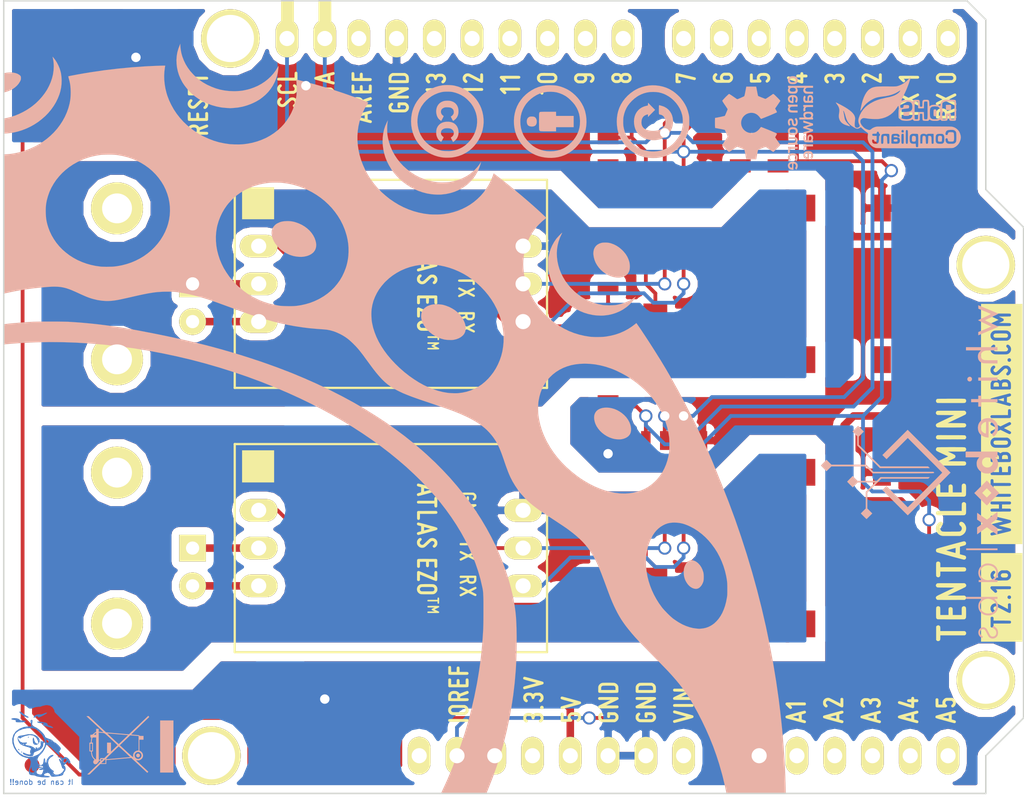
<source format=kicad_pcb>
(kicad_pcb (version 4) (host pcbnew 4.0.2-stable)
  (title_block (title "Tentacle Mini Shield") (rev T2.16) (company "Whitebox Labs") (comment 1 "Dual isolation, I2C Bus Design"))
  (layers (0 F.Cu signal) (31 B.Cu signal) (34 B.Paste user) (35 F.Paste user) (36 B.SilkS user) (37 F.SilkS user) (38 B.Mask user) (39 F.Mask user) (44 Edge.Cuts user))
  (net 0 "")
  (net 1 GND)
  (net 2 GND_ISO1)
  (net 3 GND_ISO2)
  (net 4 VCC)
  (net 5 VCOM)
  (net 6 V_ISO1)
  (net 7 V_ISO2)
  (net 8 "Net-(C2-Pad2)")
  (net 9 "Net-(C7-Pad2)")
  (net 10 "Net-(P1-Pad1)")
  (net 11 "Net-(P1-Pad2)")
  (net 12 "Net-(P2-Pad1)")
  (net 13 "Net-(P2-Pad2)")
  (net 14 "Net-(R1-Pad2)")
  (net 15 "Net-(R2-Pad2)")
  (net 16 "Net-(R3-Pad2)")
  (net 17 "Net-(R4-Pad2)")
  (net 18 "Net-(R5-Pad1)")
  (net 19 "Net-(R6-Pad1)")
  (net 20 "Net-(SHIELD1-PadRST)")
  (module mini_F.SilkS_68.5mm (layer F.Cu) (at 144.78 96.4946)
    (fp_text reference VAL hide)
    (fp_text value REF hide)
  )
  (module fiducial (layer F.Cu) (at 112.395 121.285)
    (fp_text reference fiducial hide)
    (fp_text value VAL** hide)
    (pad 1 smd circle (at 0 0) (size 1 1) (layers F.Cu F.Mask) (clearance 0.5))
  )
  (module fiducial (layer F.Cu) (at 174.625 79.375)
    (fp_text reference fiducial hide)
    (fp_text value VAL** hide)
    (pad 1 smd circle (at 0 0) (size 1 1) (layers F.Cu F.Mask) (clearance 0.5))
  )
  (module icon (layer F.Cu) (at 112.776 120.015)
    (fp_text reference VAL hide)
    (fp_text value REF hide)
    (fp_poly (pts (xy -1.71196 -0.50038) (xy -1.69672 -0.20066) (xy -1.62306 0.00762) (xy -1.62306 -0.30226) (xy -1.61544 -0.57404) (xy -1.52908 -0.8128) (xy -1.4605 -0.9017) (xy -1.26746 -1.04902) (xy -1.00584 -1.1557) (xy -0.7112 -1.21412) (xy -0.4191 -1.22174) (xy -0.17018 -1.16586) (xy -0.12192 -1.143) (xy 0.10414 -0.9779) (xy 0.29718 -0.7493) (xy 0.43688 -0.48768) (xy 0.50038 -0.23368) (xy 0.50038 -0.19558) (xy 0.45212 0.03556) (xy 0.32004 0.26924) (xy 0.127 0.47752) (xy 0.01524 0.5588) (xy -0.2921 0.69088) (xy -0.61214 0.71628) (xy -0.94234 0.63246) (xy -0.97536 0.61722) (xy -1.22428 0.45466) (xy -1.41986 0.23114) (xy -1.55448 -0.02794) (xy -1.62306 -0.30226) (xy -1.62306 0.00762) (xy -1.59004 0.10414) (xy -1.38938 0.40386) (xy -1.37668 0.41402) (xy -1.2192 0.5715) (xy -1.04902 0.68072) (xy -0.82804 0.75946) (xy -0.65786 0.8001) (xy -0.52578 0.8763) (xy -0.46736 1.03124) (xy -0.49022 1.25222) (xy -0.53086 1.38938) (xy -0.58928 1.6002) (xy -0.59436 1.77292) (xy -0.58928 1.79578) (xy -0.54356 1.90246) (xy -0.53086 1.90754) (xy -0.53086 1.67894) (xy -0.51562 1.59004) (xy -0.47244 1.49606) (xy -0.42672 1.39954) (xy -0.40894 1.38938) (xy -0.41402 1.40716) (xy -0.41402 1.50368) (xy -0.37592 1.60274) (xy -0.32512 1.67132) (xy -0.27432 1.67894) (xy -0.25908 1.65608) (xy -0.23622 1.62814) (xy -0.22606 1.67894) (xy -0.26416 1.75768) (xy -0.36576 1.77546) (xy -0.48768 1.72974) (xy -0.53086 1.67894) (xy -0.53086 1.90754) (xy -0.44958 1.94056) (xy -0.37084 1.94564) (xy -0.33274 1.94818) (xy -0.33274 1.86182) (xy -0.3048 1.83388) (xy -0.27686 1.86182) (xy -0.3048 1.88722) (xy -0.33274 1.86182) (xy -0.33274 1.94818) (xy -0.2286 1.95834) (xy -0.13716 1.9939) (xy -0.13462 1.9939) (xy -0.07874 2.0193) (xy -0.07874 1.76276) (xy -0.06604 1.59004) (xy -0.03302 1.50114) (xy 0.03556 1.46558) (xy 0.12446 1.45542) (xy 0.26162 1.4351) (xy 0.32512 1.41224) (xy 0.29718 1.39446) (xy 0.20828 1.38938) (xy 0.0889 1.37414) (xy 0.03556 1.3462) (xy 0.06604 1.31826) (xy 0.17526 1.30556) (xy 0.19304 1.30556) (xy 0.32766 1.33096) (xy 0.36576 1.39192) (xy 0.31496 1.45542) (xy 0.1905 1.50114) (xy 0.08636 1.53416) (xy 0.09398 1.57226) (xy 0.09906 1.57226) (xy 0.20574 1.59512) (xy 0.2794 1.58242) (xy 0.35814 1.5621) (xy 0.38354 1.58496) (xy 0.36068 1.6764) (xy 0.33274 1.76276) (xy 0.2794 1.87452) (xy 0.2032 1.90754) (xy 0.09398 1.8923) (xy -0.04318 1.83642) (xy -0.07874 1.76276) (xy -0.07874 2.0193) (xy -0.0508 2.02946) (xy 0.10668 2.05994) (xy 0.30226 2.0828) (xy 0.50038 2.09296) (xy 0.67056 2.09042) (xy 0.78232 2.07518) (xy 0.80264 2.06248) (xy 0.78486 2.01676) (xy 0.6604 1.99898) (xy 0.6477 1.99898) (xy 0.49022 1.9812) (xy 0.4191 1.93548) (xy 0.4445 1.87198) (xy 0.4953 1.83642) (xy 0.6604 1.78054) (xy 0.78232 1.82626) (xy 0.84582 1.92278) (xy 0.89408 2.00406) (xy 0.9525 2.0447) (xy 1.00076 2.04724) (xy 1.00076 1.9177) (xy 1.0287 1.88722) (xy 1.05664 1.9177) (xy 1.0287 1.94564) (xy 1.00076 1.9177) (xy 1.00076 2.04724) (xy 1.06172 2.04978) (xy 1.22428 2.03708) (xy 1.47066 2.00406) (xy 1.6256 1.96596) (xy 1.70434 1.91262) (xy 1.72212 1.84658) (xy 1.7653 1.74498) (xy 1.81356 1.69672) (xy 1.85928 1.61544) (xy 1.87452 1.50114) (xy 1.8542 1.38938) (xy 1.81102 1.31572) (xy 1.76022 1.31318) (xy 1.74752 1.3081) (xy 1.8034 1.24714) (xy 1.80594 1.2446) (xy 1.92278 1.13284) (xy 1.9939 1.0541) (xy 2.04978 1.00076) (xy 2.04724 1.03886) (xy 2.03962 1.06426) (xy 2.04216 1.13792) (xy 2.11582 1.15062) (xy 2.19456 1.1176) (xy 2.18948 1.03886) (xy 2.11074 0.88138) (xy 1.99644 0.77216) (xy 1.87706 0.72136) (xy 1.77546 0.7493) (xy 1.74752 0.78232) (xy 1.68402 0.79756) (xy 1.60782 0.74422) (xy 1.52654 0.6858) (xy 1.50622 0.70612) (xy 1.54432 0.81534) (xy 1.58496 0.90424) (xy 1.63576 1.016) (xy 1.6383 1.03632) (xy 1.59004 0.97282) (xy 1.57734 0.95758) (xy 1.48336 0.85344) (xy 1.43256 0.84328) (xy 1.44272 0.92456) (xy 1.48082 1.01346) (xy 1.55956 1.18872) (xy 1.6129 1.3589) (xy 1.6129 1.36144) (xy 1.65608 1.4732) (xy 1.71196 1.51384) (xy 1.7145 1.51384) (xy 1.73228 1.51892) (xy 1.73228 1.07188) (xy 1.73228 0.98552) (xy 1.78562 0.87884) (xy 1.84912 0.84328) (xy 1.92786 0.8636) (xy 1.94056 0.9398) (xy 1.88214 1.03886) (xy 1.8796 1.04394) (xy 1.78308 1.10744) (xy 1.73228 1.07188) (xy 1.73228 1.51892) (xy 1.77292 1.52908) (xy 1.7526 1.6129) (xy 1.66878 1.73482) (xy 1.5367 1.84404) (xy 1.3716 1.90754) (xy 1.20904 1.91262) (xy 1.0922 1.85928) (xy 1.0795 1.84404) (xy 1.03886 1.75514) (xy 1.07188 1.71196) (xy 1.0795 1.66624) (xy 0.9906 1.60782) (xy 0.87122 1.51384) (xy 0.76962 1.36906) (xy 0.75692 1.34112) (xy 0.69596 1.1049) (xy 0.7366 0.90424) (xy 0.87376 0.7493) (xy 0.93726 0.71374) (xy 1.04648 0.63754) (xy 1.05918 0.58674) (xy 0.98552 0.57912) (xy 0.87122 0.61722) (xy 0.76454 0.6985) (xy 0.66548 0.82296) (xy 0.59944 0.9525) (xy 0.58674 1.0541) (xy 0.59182 1.0668) (xy 0.57658 1.10744) (xy 0.5588 1.11252) (xy 0.51816 1.06172) (xy 0.50292 0.94488) (xy 0.50038 0.94234) (xy 0.48514 0.83058) (xy 0.44704 0.80518) (xy 0.4445 0.80518) (xy 0.4064 0.87884) (xy 0.39116 1.01346) (xy 0.39116 1.02616) (xy 0.35306 1.1811) (xy 0.26416 1.26238) (xy 0.1524 1.26746) (xy 0.0508 1.19888) (xy -0.0127 1.04902) (xy -0.01524 1.03886) (xy -0.0127 0.8382) (xy 0.0762 0.66548) (xy 0.22098 0.5207) (xy 0.33782 0.39116) (xy 0.44704 0.21336) (xy 0.47244 0.15748) (xy 0.53848 0.01016) (xy 0.5715 -0.06096) (xy 0.5715 -0.41148) (xy 0.62992 -0.42926) (xy 0.68326 -0.41402) (xy 0.74422 -0.34544) (xy 0.74168 -0.30226) (xy 0.68072 -0.2286) (xy 0.61722 -0.25908) (xy 0.58928 -0.31242) (xy 0.5715 -0.41148) (xy 0.5715 -0.06096) (xy 0.5842 -0.08636) (xy 0.59436 -0.10414) (xy 0.65024 -0.09652) (xy 0.76454 -0.02286) (xy 0.889 0.07874) (xy 0.889 -0.36068) (xy 0.91694 -0.38862) (xy 0.94488 -0.36068) (xy 0.91694 -0.33274) (xy 0.889 -0.36068) (xy 0.889 0.07874) (xy 0.91694 0.10414) (xy 1.08712 0.26416) (xy 1.16078 0.33782) (xy 1.32842 0.50292) (xy 1.43764 0.59182) (xy 1.48336 0.60198) (xy 1.4605 0.53086) (xy 1.45288 0.51308) (xy 1.43764 0.38608) (xy 1.47828 0.30734) (xy 1.53924 0.20828) (xy 1.55702 0.15748) (xy 1.51892 0.07366) (xy 1.4224 -0.04064) (xy 1.30302 -0.15494) (xy 1.19126 -0.23876) (xy 1.12014 -0.26416) (xy 1.04394 -0.2921) (xy 1.03124 -0.33274) (xy 0.9779 -0.40386) (xy 0.83566 -0.47244) (xy 0.76454 -0.49784) (xy 0.61214 -0.55372) (xy 0.51562 -0.61214) (xy 0.50038 -0.63754) (xy 0.4572 -0.74168) (xy 0.35052 -0.88138) (xy 0.20066 -1.03378) (xy 0.03302 -1.17094) (xy -0.12446 -1.27254) (xy -0.1524 -1.28524) (xy -0.30226 -1.35382) (xy -0.3683 -1.41224) (xy -0.37846 -1.4986) (xy -0.36322 -1.58496) (xy -0.34798 -1.71704) (xy -0.37592 -1.77292) (xy -0.41402 -1.778) (xy -0.46736 -1.75768) (xy -0.48006 -1.67386) (xy -0.46482 -1.55702) (xy -0.42926 -1.3335) (xy -0.67564 -1.3335) (xy -0.93472 -1.2954) (xy -1.2065 -1.19126) (xy -1.46558 -1.01092) (xy -1.63322 -0.77216) (xy -1.71196 -0.50038) (xy -1.71196 -0.50038)) (layer B.Cu) (width 0.00254))
    (fp_poly (pts (xy 1.3335 0.68834) (xy 1.37414 0.73914) (xy 1.38938 0.7493) (xy 1.44272 0.76454) (xy 1.44526 0.75692) (xy 1.40716 0.70612) (xy 1.38938 0.69596) (xy 1.33858 0.68072) (xy 1.3335 0.68834) (xy 1.3335 0.68834)) (layer B.Cu) (width 0.00254))
    (fp_poly (pts (xy 1.05664 -0.3048) (xy 1.08458 -0.2794) (xy 1.11252 -0.3048) (xy 1.08458 -0.33274) (xy 1.05664 -0.3048) (xy 1.05664 -0.3048)) (layer B.Cu) (width 0.00254))
    (fp_poly (pts (xy -0.03048 -1.62052) (xy 0.04318 -1.57988) (xy 0.18542 -1.55702) (xy 0.23876 -1.55448) (xy 0.37846 -1.54686) (xy 0.41402 -1.524) (xy 0.39116 -1.50114) (xy 0.34036 -1.4605) (xy 0.34544 -1.42748) (xy 0.42164 -1.39192) (xy 0.5842 -1.34112) (xy 0.67564 -1.31318) (xy 0.89154 -1.25222) (xy 1.01092 -1.22936) (xy 1.04394 -1.24206) (xy 1.0033 -1.28778) (xy 0.9779 -1.3081) (xy 0.8509 -1.37414) (xy 0.76708 -1.38938) (xy 0.68326 -1.42494) (xy 0.66548 -1.46558) (xy 0.6477 -1.52908) (xy 0.5715 -1.57734) (xy 0.42418 -1.6129) (xy 0.2159 -1.64592) (xy 0.04572 -1.66116) (xy -0.03048 -1.651) (xy -0.03048 -1.62052) (xy -0.03048 -1.62052)) (layer B.Cu) (width 0.00254))
    (fp_poly (pts (xy -1.77546 -1.83388) (xy -1.7272 -1.79578) (xy -1.6129 -1.778) (xy -1.6129 -1.778) (xy -1.49606 -1.76276) (xy -1.4732 -1.7145) (xy -1.47828 -1.69418) (xy -1.47828 -1.64846) (xy -1.41732 -1.62052) (xy -1.27254 -1.6129) (xy -1.17602 -1.6129) (xy -0.9906 -1.62052) (xy -0.85598 -1.64084) (xy -0.80518 -1.66624) (xy -0.83058 -1.70434) (xy -0.94742 -1.72212) (xy -0.9906 -1.72212) (xy -1.16586 -1.74498) (xy -1.24206 -1.80594) (xy -1.30556 -1.85166) (xy -1.43002 -1.88214) (xy -1.57734 -1.8923) (xy -1.70434 -1.88214) (xy -1.77292 -1.84658) (xy -1.77546 -1.83388) (xy -1.77546 -1.83388)) (layer B.Cu) (width 0.00254))
    (fp_poly (pts (xy -0.27686 -1.96596) (xy -0.25908 -1.92024) (xy -0.19558 -1.94056) (xy -0.14224 -1.97612) (xy -0.04572 -2.02946) (xy -0.00254 -2.01676) (xy 0.01016 -1.9812) (xy 0.04064 -1.94564) (xy 0.11938 -1.95834) (xy 0.26162 -2.0193) (xy 0.36068 -2.0701) (xy 0.51816 -2.15646) (xy 0.61468 -2.22504) (xy 0.63246 -2.2606) (xy 0.62992 -2.2606) (xy 0.53848 -2.25298) (xy 0.4064 -2.20218) (xy 0.39624 -2.1971) (xy 0.25654 -2.14884) (xy 0.14732 -2.14376) (xy 0.14224 -2.1463) (xy 0.02794 -2.14884) (xy -0.10922 -2.11074) (xy -0.22606 -2.04216) (xy -0.27686 -1.96596) (xy -0.27686 -1.96596) (xy -0.27686 -1.96596)) (layer B.Cu) (width 0.00254))
    (fp_poly (pts (xy -1.23444 -2.32664) (xy -1.21412 -2.26568) (xy -1.15316 -2.19456) (xy -1.03886 -2.10058) (xy -0.89916 -2.01676) (xy -0.75946 -1.95072) (xy -0.65532 -1.92024) (xy -0.6096 -1.93802) (xy -0.6096 -1.94056) (xy -0.65786 -1.99898) (xy -0.71374 -2.02692) (xy -0.8255 -2.08788) (xy -0.95758 -2.18694) (xy -0.96774 -2.1971) (xy -1.0922 -2.29108) (xy -1.18618 -2.33426) (xy -1.23444 -2.32664) (xy -1.23444 -2.32664)) (layer B.Cu) (width 0.00254))
    (fp_poly (pts (xy -1.35382 -0.5842) (xy -1.33096 -0.4191) (xy -1.31572 -0.381) (xy -1.2446 -0.23622) (xy -1.15316 -0.13462) (xy -1.03378 -0.07112) (xy -1.03378 -0.12954) (xy -1.01092 -0.14986) (xy -0.92456 -0.15748) (xy -0.90424 -0.14478) (xy -0.91948 -0.11938) (xy -0.9779 -0.1143) (xy -1.03378 -0.12954) (xy -1.03378 -0.07112) (xy -1.016 -0.06096) (xy -0.80264 0.0127) (xy -0.76454 0.02286) (xy -0.57404 0.08128) (xy -0.47752 0.12954) (xy -0.45212 0.18542) (xy -0.48768 0.26162) (xy -0.49784 0.27432) (xy -0.51562 0.39624) (xy -0.49276 0.45466) (xy -0.47244 0.53086) (xy -0.53594 0.55626) (xy -0.56642 0.55626) (xy -0.7112 0.52832) (xy -0.84582 0.47498) (xy -0.9525 0.42672) (xy -0.99568 0.43942) (xy -1.00076 0.4699) (xy -0.94996 0.54102) (xy -0.8255 0.60198) (xy -0.6604 0.6477) (xy -0.4953 0.66802) (xy -0.36068 0.65532) (xy -0.31242 0.62992) (xy -0.28194 0.5461) (xy -0.27686 0.49276) (xy -0.23114 0.40894) (xy -0.08636 0.3429) (xy -0.05842 0.33274) (xy 0.12446 0.254) (xy 0.27178 0.12954) (xy 0.36068 -0.01016) (xy 0.37084 -0.12446) (xy 0.37084 -0.20574) (xy 0.39624 -0.22098) (xy 0.4445 -0.26416) (xy 0.4445 -0.28448) (xy 0.40386 -0.32258) (xy 0.3683 -0.3175) (xy 0.26416 -0.32258) (xy 0.23114 -0.34544) (xy 0.19558 -0.35814) (xy 0.19304 -0.27432) (xy 0.20066 -0.2159) (xy 0.20574 -0.06096) (xy 0.14478 0.04826) (xy 0.10922 0.08382) (xy 0.0127 0.1524) (xy -0.03556 0.13208) (xy -0.04064 0.12446) (xy -0.09144 0.05842) (xy -0.13462 0.07874) (xy -0.13208 0.1524) (xy -0.11938 0.21082) (xy -0.1524 0.1778) (xy -0.2794 0.06858) (xy -0.46228 -0.01778) (xy -0.65278 -0.05588) (xy -0.67056 -0.05588) (xy -0.7874 -0.07366) (xy -0.83312 -0.11176) (xy -0.78994 -0.1651) (xy -0.77724 -0.16764) (xy -0.7239 -0.21082) (xy -0.72136 -0.22606) (xy -0.76454 -0.25908) (xy -0.82804 -0.25146) (xy -1.01092 -0.23876) (xy -1.17602 -0.30988) (xy -1.27 -0.42418) (xy -1.32334 -0.55626) (xy -1.3208 -0.59944) (xy -1.2573 -0.56388) (xy -1.25222 -0.5588) (xy -1.17094 -0.52578) (xy -1.14046 -0.54864) (xy -1.07442 -0.59436) (xy -0.93472 -0.65786) (xy -0.8255 -0.69596) (xy -0.53086 -0.75692) (xy -0.29464 -0.7239) (xy -0.11684 -0.5969) (xy -0.0381 -0.47244) (xy 0.03556 -0.29972) (xy 0.0508 -0.20574) (xy 0.00762 -0.16764) (xy -0.02032 -0.16764) (xy -0.13208 -0.2159) (xy -0.2159 -0.34544) (xy -0.23622 -0.43434) (xy -0.26924 -0.56134) (xy -0.30226 -0.5842) (xy -0.32766 -0.50292) (xy -0.33274 -0.39878) (xy -0.31242 -0.22098) (xy -0.24892 -0.12954) (xy -0.23622 -0.11938) (xy -0.08636 -0.09398) (xy 0.04572 -0.16256) (xy 0.12446 -0.29972) (xy 0.12954 -0.31496) (xy 0.11176 -0.48768) (xy 0.00762 -0.63754) (xy -0.16764 -0.74676) (xy -0.38608 -0.81026) (xy -0.63246 -0.8128) (xy -0.75438 -0.7874) (xy -0.93726 -0.74676) (xy -1.0922 -0.7239) (xy -1.13284 -0.72136) (xy -1.28778 -0.6858) (xy -1.35382 -0.5842) (xy -1.35382 -0.5842)) (layer B.Cu) (width 0.00254))
    (fp_poly (pts (xy -1.09728 0.4191) (xy -1.0922 0.42418) (xy -1.05918 0.4191) (xy -1.0541 0.38862) (xy -1.07442 0.3429) (xy -1.0922 0.35052) (xy -1.09728 0.4191) (xy -1.09728 0.4191)) (layer B.Cu) (width 0.00254))
    (fp_poly (pts (xy -1.3335 0.18796) (xy -1.29286 0.23876) (xy -1.27762 0.24892) (xy -1.22428 0.26416) (xy -1.22174 0.25654) (xy -1.25984 0.20574) (xy -1.27762 0.19558) (xy -1.32842 0.18034) (xy -1.3335 0.18796) (xy -1.3335 0.18796)) (layer B.Cu) (width 0.00254))
    (fp_poly (pts (xy 0 0.08382) (xy 0.02794 0.11176) (xy 0.05588 0.08382) (xy 0.02794 0.05588) (xy 0 0.08382) (xy 0 0.08382)) (layer B.Cu) (width 0.00254))
    (fp_poly (pts (xy -0.65278 -0.58166) (xy -0.6477 -0.57404) (xy -0.61468 -0.58166) (xy -0.6096 -0.61214) (xy -0.62992 -0.65786) (xy -0.6477 -0.6477) (xy -0.65278 -0.58166) (xy -0.65278 -0.58166)) (layer B.Cu) (width 0.00254))
  )
  (module mini_B.SilkS_68.5mm_flipped (layer F.Cu) (at 144.78 96.52)
    (fp_text reference VAL hide)
    (fp_text value REF hide)
  )
  (module blackbox (layer F.Cu) (at 131.445 95.885)
    (fp_text reference VAL hide)
    (fp_text value REF hide)
    (fp_poly (pts (xy -1.19634 0.3302) (xy -1.19888 0.33782) (xy -1.20142 0.3429) (xy -1.20142 0.34544) (xy -1.20396 0.34798) (xy -1.2065 0.3556) (xy -1.20904 0.36322) (xy -1.21412 0.37338) (xy -1.22174 0.38354) (xy -1.22682 0.39624) (xy -1.23444 0.41148) (xy -1.24206 0.42672) (xy -1.24968 0.44196) (xy -1.2573 0.4572) (xy -1.26238 0.4699) (xy -1.32334 0.59182) (xy -1.26492 0.70612) (xy -1.2573 0.72136) (xy -1.24968 0.73914) (xy -1.24206 0.75438) (xy -1.23444 0.76708) (xy -1.22936 0.77978) (xy -1.22428 0.79248) (xy -1.2192 0.80264) (xy -1.21412 0.81026) (xy -1.21158 0.81788) (xy -1.20904 0.82296) (xy -1.2065 0.8255) (xy -1.2065 0.8255) (xy -1.2065 0.83566) (xy -1.2065 0.84582) (xy -1.2065 0.8509) (xy -1.21158 0.85852) (xy -1.21666 0.86614) (xy -1.22428 0.87376) (xy -1.2319 0.87884) (xy -1.24206 0.87884) (xy -1.25222 0.87884) (xy -1.25984 0.87884) (xy -1.27 0.87376) (xy -1.27508 0.86868) (xy -1.27508 0.86868) (xy -1.27762 0.86614) (xy -1.27762 0.86614) (xy -1.28016 0.8636) (xy -1.2827 0.86106) (xy -1.28524 0.85598) (xy -1.28778 0.8509) (xy -1.29032 0.84582) (xy -1.29286 0.8382) (xy -1.29794 0.83058) (xy -1.30302 0.81788) (xy -1.31064 0.80772) (xy -1.31572 0.79248) (xy -1.32588 0.7747) (xy -1.32588 0.7747) (xy -1.3335 0.75946) (xy -1.33858 0.74676) (xy -1.3462 0.73406) (xy -1.35128 0.7239) (xy -1.35636 0.71374) (xy -1.36144 0.70358) (xy -1.36398 0.69596) (xy -1.36652 0.69088) (xy -1.36906 0.68834) (xy -1.36906 0.6858) (xy -1.3716 0.68834) (xy -1.3716 0.69088) (xy -1.37414 0.69596) (xy -1.37922 0.70358) (xy -1.3843 0.71374) (xy -1.38938 0.7239) (xy -1.39446 0.73406) (xy -1.39954 0.74676) (xy -1.40716 0.75946) (xy -1.41478 0.7747) (xy -1.4224 0.79248) (xy -1.43002 0.80772) (xy -1.43764 0.82042) (xy -1.44272 0.83312) (xy -1.4478 0.84074) (xy -1.45288 0.8509) (xy -1.45542 0.85598) (xy -1.45796 0.86106) (xy -1.4605 0.8636) (xy -1.46304 0.86614) (xy -1.46304 0.86868) (xy -1.47066 0.87376) (xy -1.47828 0.87884) (xy -1.48844 0.87884) (xy -1.49606 0.88138) (xy -1.4986 0.87884) (xy -1.50876 0.8763) (xy -1.51638 0.87122) (xy -1.524 0.8636) (xy -1.52908 0.85598) (xy -1.53162 0.84582) (xy -1.53416 0.8382) (xy -1.53416 0.83058) (xy -1.53162 0.82804) (xy -1.52908 0.82042) (xy -1.52654 0.8128) (xy -1.52146 0.80518) (xy -1.51638 0.79248) (xy -1.50876 0.77724) (xy -1.50114 0.762) (xy -1.4986 0.75692) (xy -1.49098 0.74422) (xy -1.48336 0.72644) (xy -1.47574 0.7112) (xy -1.46812 0.69596) (xy -1.4605 0.67818) (xy -1.45288 0.66548) (xy -1.44526 0.65024) (xy -1.44272 0.64262) (xy -1.41732 0.59182) (xy -1.47828 0.46482) (xy -1.54178 0.33782) (xy -1.54178 0.32766) (xy -1.54178 0.32004) (xy -1.54178 0.31496) (xy -1.53924 0.31242) (xy -1.53924 0.30988) (xy -1.53924 0.30734) (xy -1.53416 0.30226) (xy -1.52908 0.29464) (xy -1.52146 0.28956) (xy -1.51638 0.28702) (xy -1.51384 0.28702) (xy -1.50368 0.28448) (xy -1.49352 0.28448) (xy -1.4859 0.28702) (xy -1.47574 0.2921) (xy -1.47066 0.29718) (xy -1.47066 0.29972) (xy -1.46812 0.29972) (xy -1.46812 0.30226) (xy -1.46558 0.3048) (xy -1.46304 0.30988) (xy -1.4605 0.31242) (xy -1.45796 0.32004) (xy -1.45288 0.32512) (xy -1.45034 0.33528) (xy -1.44526 0.34544) (xy -1.44018 0.3556) (xy -1.43256 0.37084) (xy -1.42494 0.38608) (xy -1.41732 0.40132) (xy -1.4097 0.41402) (xy -1.40208 0.42926) (xy -1.397 0.44196) (xy -1.38938 0.45466) (xy -1.3843 0.46482) (xy -1.37922 0.47498) (xy -1.37668 0.4826) (xy -1.3716 0.49022) (xy -1.3716 0.49276) (xy -1.36906 0.4953) (xy -1.36906 0.4953) (xy -1.36906 0.4953) (xy -1.36652 0.49022) (xy -1.36398 0.48514) (xy -1.3589 0.47752) (xy -1.35636 0.46736) (xy -1.35128 0.4572) (xy -1.34366 0.44704) (xy -1.33858 0.4318) (xy -1.33096 0.4191) (xy -1.32334 0.40386) (xy -1.3208 0.39878) (xy -1.31318 0.381) (xy -1.30302 0.36322) (xy -1.29794 0.35052) (xy -1.29032 0.33782) (xy -1.28524 0.32766) (xy -1.2827 0.32004) (xy -1.27762 0.31242) (xy -1.27508 0.30734) (xy -1.27254 0.30226) (xy -1.27 0.29718) (xy -1.26746 0.29464) (xy -1.26492 0.2921) (xy -1.26238 0.2921) (xy -1.25984 0.28956) (xy -1.2573 0.28956) (xy -1.25476 0.28702) (xy -1.25476 0.28702) (xy -1.2446 0.28448) (xy -1.23698 0.28448) (xy -1.22682 0.28702) (xy -1.2192 0.28956) (xy -1.21158 0.29464) (xy -1.20396 0.30226) (xy -1.20142 0.30988) (xy -1.19888 0.32004) (xy -1.19634 0.3302) (xy -1.19634 0.3302)) (layer F.Cu) (width 0.00254))
    (fp_poly (pts (xy -0.82804 0.52832) (xy -0.82804 0.55118) (xy -0.82804 0.57658) (xy -0.82804 0.58928) (xy -0.82804 0.75692) (xy -0.83058 0.76962) (xy -0.8382 0.7874) (xy -0.84582 0.80518) (xy -0.85852 0.82296) (xy -0.86868 0.83566) (xy -0.88392 0.84836) (xy -0.89916 0.86106) (xy -0.90932 0.86614) (xy -0.90932 0.64262) (xy -0.90932 0.62484) (xy -0.90932 0.60198) (xy -0.90932 0.5842) (xy -0.90932 0.5588) (xy -0.90932 0.5334) (xy -0.90932 0.51308) (xy -0.90932 0.49276) (xy -0.90932 0.47498) (xy -0.91186 0.45974) (xy -0.91186 0.44704) (xy -0.91186 0.43688) (xy -0.91186 0.42926) (xy -0.91186 0.42418) (xy -0.91186 0.42164) (xy -0.9144 0.40894) (xy -0.91948 0.39878) (xy -0.9271 0.38862) (xy -0.93726 0.381) (xy -0.94742 0.37592) (xy -0.95758 0.37084) (xy -0.97028 0.3683) (xy -0.9779 0.3683) (xy -0.9906 0.37084) (xy -1.0033 0.37592) (xy -1.01346 0.38354) (xy -1.02108 0.39116) (xy -1.0287 0.40132) (xy -1.03378 0.41148) (xy -1.03378 0.41402) (xy -1.03378 0.41402) (xy -1.03378 0.41656) (xy -1.03378 0.4191) (xy -1.03632 0.4191) (xy -1.03632 0.42164) (xy -1.03632 0.42418) (xy -1.03632 0.42926) (xy -1.03632 0.43434) (xy -1.03632 0.43942) (xy -1.03632 0.44704) (xy -1.03632 0.45466) (xy -1.03632 0.46482) (xy -1.03632 0.47752) (xy -1.03632 0.49022) (xy -1.03632 0.50546) (xy -1.03632 0.52324) (xy -1.03632 0.54102) (xy -1.03632 0.56388) (xy -1.03632 0.58674) (xy -1.03632 0.7493) (xy -1.03124 0.75946) (xy -1.02362 0.76962) (xy -1.016 0.77978) (xy -1.00584 0.7874) (xy -0.99568 0.79248) (xy -0.98298 0.79502) (xy -0.97536 0.79502) (xy -0.96266 0.79502) (xy -0.95504 0.79248) (xy -0.94234 0.7874) (xy -0.93218 0.77978) (xy -0.92456 0.77216) (xy -0.91948 0.762) (xy -0.91694 0.75946) (xy -0.91694 0.75692) (xy -0.9144 0.75692) (xy -0.9144 0.75438) (xy -0.9144 0.75184) (xy -0.91186 0.7493) (xy -0.91186 0.74422) (xy -0.91186 0.74168) (xy -0.91186 0.7366) (xy -0.91186 0.72898) (xy -0.91186 0.72136) (xy -0.91186 0.71374) (xy -0.90932 0.70358) (xy -0.90932 0.69088) (xy -0.90932 0.67818) (xy -0.90932 0.6604) (xy -0.90932 0.64262) (xy -0.90932 0.86614) (xy -0.91694 0.86868) (xy -0.93472 0.87376) (xy -0.9525 0.87884) (xy -0.97282 0.88138) (xy -0.98806 0.87884) (xy -1.00584 0.8763) (xy -1.02108 0.87122) (xy -1.03632 0.86614) (xy -1.05156 0.85852) (xy -1.05664 0.85598) (xy -1.06172 0.8509) (xy -1.06934 0.84328) (xy -1.0795 0.83566) (xy -1.08458 0.82804) (xy -1.0922 0.82042) (xy -1.09474 0.81788) (xy -1.10236 0.8001) (xy -1.11252 0.78232) (xy -1.1176 0.76454) (xy -1.12014 0.75184) (xy -1.12014 0.74676) (xy -1.12014 0.74168) (xy -1.12014 0.73406) (xy -1.12014 0.7239) (xy -1.12014 0.70866) (xy -1.12014 0.69342) (xy -1.12014 0.67564) (xy -1.12014 0.65532) (xy -1.12014 0.62992) (xy -1.12014 0.60452) (xy -1.12014 0.58166) (xy -1.12014 0.55626) (xy -1.12014 0.53594) (xy -1.12014 0.51562) (xy -1.12014 0.49784) (xy -1.12014 0.48006) (xy -1.12014 0.46736) (xy -1.12014 0.45466) (xy -1.12014 0.4445) (xy -1.12014 0.43688) (xy -1.12014 0.42672) (xy -1.12014 0.42164) (xy -1.1176 0.41656) (xy -1.1176 0.41148) (xy -1.1176 0.4064) (xy -1.1176 0.40386) (xy -1.1176 0.39878) (xy -1.11506 0.39624) (xy -1.11506 0.3937) (xy -1.11506 0.39116) (xy -1.10744 0.37338) (xy -1.09982 0.3556) (xy -1.08966 0.34036) (xy -1.07696 0.32766) (xy -1.06172 0.31496) (xy -1.04648 0.3048) (xy -1.03124 0.29718) (xy -1.03124 0.29464) (xy -1.02108 0.2921) (xy -1.01346 0.28956) (xy -1.00584 0.28702) (xy -1.00076 0.28702) (xy -0.9906 0.28702) (xy -0.98298 0.28448) (xy -0.97282 0.28448) (xy -0.9652 0.28448) (xy -0.95758 0.28448) (xy -0.9525 0.28702) (xy -0.94742 0.28702) (xy -0.94488 0.28702) (xy -0.9398 0.28956) (xy -0.93726 0.28956) (xy -0.91694 0.29464) (xy -0.9017 0.3048) (xy -0.88392 0.31496) (xy -0.87122 0.32766) (xy -0.85852 0.3429) (xy -0.84582 0.35814) (xy -0.8382 0.37592) (xy -0.83566 0.38354) (xy -0.83312 0.38862) (xy -0.83312 0.39116) (xy -0.83312 0.3937) (xy -0.83058 0.39624) (xy -0.83058 0.39878) (xy -0.83058 0.40386) (xy -0.83058 0.4064) (xy -0.82804 0.41148) (xy -0.82804 0.41656) (xy -0.82804 0.42418) (xy -0.82804 0.4318) (xy -0.82804 0.43942) (xy -0.82804 0.45212) (xy -0.82804 0.46228) (xy -0.82804 0.47752) (xy -0.82804 0.49276) (xy -0.82804 0.51054) (xy -0.82804 0.52832) (xy -0.82804 0.52832)) (layer F.Cu) (width 0.00254))
    (fp_poly (pts (xy 0.4953 0.75184) (xy 0.4953 0.76708) (xy 0.4953 0.78232) (xy 0.4953 0.79502) (xy 0.4953 0.80518) (xy 0.4953 0.81534) (xy 0.4953 0.82296) (xy 0.4953 0.83058) (xy 0.4953 0.8382) (xy 0.4953 0.84328) (xy 0.4953 0.84582) (xy 0.49276 0.8509) (xy 0.49276 0.85344) (xy 0.49276 0.85598) (xy 0.49276 0.85598) (xy 0.49276 0.85852) (xy 0.49022 0.85852) (xy 0.49022 0.86106) (xy 0.49022 0.86106) (xy 0.48768 0.8636) (xy 0.48768 0.8636) (xy 0.48006 0.87122) (xy 0.47244 0.8763) (xy 0.46228 0.87884) (xy 0.45212 0.87884) (xy 0.44704 0.87884) (xy 0.43688 0.8763) (xy 0.42926 0.87122) (xy 0.42164 0.8636) (xy 0.41656 0.85598) (xy 0.41402 0.84836) (xy 0.41402 0.58166) (xy 0.41402 0.31496) (xy 0.41656 0.30988) (xy 0.4191 0.30226) (xy 0.42672 0.29718) (xy 0.4318 0.2921) (xy 0.43942 0.28702) (xy 0.43942 0.28702) (xy 0.44704 0.28448) (xy 0.4572 0.28448) (xy 0.46482 0.28702) (xy 0.4699 0.28702) (xy 0.47498 0.28956) (xy 0.4826 0.29464) (xy 0.48768 0.30226) (xy 0.49276 0.30734) (xy 0.49276 0.30988) (xy 0.4953 0.31496) (xy 0.4953 0.57912) (xy 0.4953 0.6096) (xy 0.4953 0.64008) (xy 0.4953 0.66548) (xy 0.4953 0.69088) (xy 0.4953 0.71374) (xy 0.4953 0.73406) (xy 0.4953 0.75184) (xy 0.4953 0.75184)) (layer F.Cu) (width 0.00254))
    (fp_poly (pts (xy 0.89916 0.84836) (xy 0.89662 0.85598) (xy 0.89408 0.86106) (xy 0.889 0.86868) (xy 0.88138 0.87376) (xy 0.87884 0.8763) (xy 0.86868 0.87884) (xy 0.85852 0.87884) (xy 0.8509 0.87884) (xy 0.84074 0.8763) (xy 0.84074 0.8763) (xy 0.83312 0.87122) (xy 0.8255 0.8636) (xy 0.82042 0.85598) (xy 0.82042 0.85598) (xy 0.81788 0.84836) (xy 0.81788 0.74168) (xy 0.81788 0.63246) (xy 0.75438 0.63246) (xy 0.69088 0.63246) (xy 0.69088 0.74168) (xy 0.69088 0.84836) (xy 0.68834 0.85598) (xy 0.68326 0.86106) (xy 0.67818 0.86868) (xy 0.6731 0.87376) (xy 0.66548 0.8763) (xy 0.65786 0.87884) (xy 0.65024 0.87884) (xy 0.64262 0.87884) (xy 0.63246 0.8763) (xy 0.62484 0.87122) (xy 0.61722 0.8636) (xy 0.61214 0.85598) (xy 0.6096 0.84836) (xy 0.6096 0.5842) (xy 0.6096 0.55372) (xy 0.6096 0.52324) (xy 0.60706 0.49784) (xy 0.60706 0.47244) (xy 0.60706 0.44958) (xy 0.60706 0.42926) (xy 0.60706 0.41148) (xy 0.60706 0.39624) (xy 0.6096 0.381) (xy 0.6096 0.3683) (xy 0.6096 0.3556) (xy 0.6096 0.34798) (xy 0.6096 0.33782) (xy 0.6096 0.3302) (xy 0.6096 0.32512) (xy 0.6096 0.32004) (xy 0.6096 0.31496) (xy 0.61214 0.31242) (xy 0.61214 0.30988) (xy 0.61214 0.30734) (xy 0.61214 0.3048) (xy 0.61468 0.3048) (xy 0.61468 0.30226) (xy 0.61468 0.30226) (xy 0.61722 0.29972) (xy 0.61722 0.29972) (xy 0.61976 0.29718) (xy 0.61976 0.29718) (xy 0.62738 0.2921) (xy 0.635 0.28702) (xy 0.64262 0.28448) (xy 0.65024 0.28448) (xy 0.6604 0.28702) (xy 0.66802 0.28956) (xy 0.67564 0.29464) (xy 0.68326 0.30226) (xy 0.68834 0.30988) (xy 0.69088 0.3175) (xy 0.69088 0.32258) (xy 0.69088 0.32766) (xy 0.69088 0.33528) (xy 0.69088 0.34798) (xy 0.69088 0.36068) (xy 0.69088 0.37592) (xy 0.69088 0.39624) (xy 0.69088 0.41656) (xy 0.69088 0.43688) (xy 0.69088 0.54864) (xy 0.75438 0.54864) (xy 0.81788 0.54864) (xy 0.81788 0.4318) (xy 0.81788 0.31496) (xy 0.82042 0.30734) (xy 0.8255 0.30226) (xy 0.83058 0.29464) (xy 0.8382 0.28956) (xy 0.84328 0.28702) (xy 0.85344 0.28448) (xy 0.86106 0.28448) (xy 0.86868 0.28702) (xy 0.87376 0.28702) (xy 0.87884 0.28956) (xy 0.88646 0.29464) (xy 0.89154 0.30226) (xy 0.89662 0.30734) (xy 0.89662 0.30988) (xy 0.89916 0.31496) (xy 0.89916 0.58166) (xy 0.89916 0.84836) (xy 0.89916 0.84836)) (layer F.Cu) (width 0.00254))
    (fp_poly (pts (xy 1.56972 0.84074) (xy 1.56972 0.84074) (xy 1.56718 0.8509) (xy 1.5621 0.86106) (xy 1.55702 0.86868) (xy 1.55702 0.86868) (xy 1.5494 0.87376) (xy 1.54178 0.87884) (xy 1.53416 0.87884) (xy 1.52654 0.88138) (xy 1.51892 0.87884) (xy 1.5113 0.87884) (xy 1.50622 0.87376) (xy 1.50114 0.87122) (xy 1.4986 0.86868) (xy 1.49606 0.86614) (xy 1.49352 0.8636) (xy 1.49352 0.86106) (xy 1.49098 0.85598) (xy 1.48844 0.85344) (xy 1.48844 0.84582) (xy 1.4859 0.8382) (xy 1.48336 0.83058) (xy 1.48082 0.82042) (xy 1.47828 0.80518) (xy 1.4732 0.79248) (xy 1.47066 0.7747) (xy 1.46558 0.75692) (xy 1.4605 0.73406) (xy 1.45542 0.7112) (xy 1.4478 0.68326) (xy 1.44018 0.65532) (xy 1.4351 0.62484) (xy 1.42494 0.59182) (xy 1.41732 0.55626) (xy 1.41478 0.54102) (xy 1.41224 0.5334) (xy 1.4097 0.52578) (xy 1.40716 0.51816) (xy 1.40716 0.51308) (xy 1.40462 0.51054) (xy 1.40462 0.51054) (xy 1.40462 0.51054) (xy 1.40462 0.51308) (xy 1.40208 0.51816) (xy 1.39954 0.52578) (xy 1.39954 0.5334) (xy 1.39954 0.5334) (xy 1.397 0.53848) (xy 1.39446 0.54864) (xy 1.39192 0.5588) (xy 1.38938 0.56896) (xy 1.38684 0.58166) (xy 1.3843 0.5969) (xy 1.37922 0.61214) (xy 1.37668 0.62484) (xy 1.37414 0.635) (xy 1.36906 0.65278) (xy 1.36652 0.67056) (xy 1.36144 0.69088) (xy 1.35636 0.7112) (xy 1.35128 0.72898) (xy 1.3462 0.7493) (xy 1.34366 0.76708) (xy 1.33858 0.78232) (xy 1.33858 0.78232) (xy 1.33604 0.79502) (xy 1.3335 0.80772) (xy 1.33096 0.82042) (xy 1.32842 0.83058) (xy 1.32588 0.84074) (xy 1.32334 0.84836) (xy 1.3208 0.85344) (xy 1.3208 0.85598) (xy 1.3208 0.85598) (xy 1.31826 0.86106) (xy 1.31318 0.86614) (xy 1.3081 0.87122) (xy 1.30302 0.8763) (xy 1.29794 0.8763) (xy 1.2954 0.87884) (xy 1.29032 0.87884) (xy 1.28524 0.87884) (xy 1.27762 0.87884) (xy 1.27 0.87884) (xy 1.26238 0.8763) (xy 1.2573 0.87122) (xy 1.25476 0.86868) (xy 1.25222 0.86614) (xy 1.24968 0.8636) (xy 1.24714 0.85852) (xy 1.2446 0.85344) (xy 1.24206 0.84582) (xy 1.23952 0.83566) (xy 1.23952 0.83058) (xy 1.23698 0.8255) (xy 1.23698 0.81788) (xy 1.23444 0.80772) (xy 1.2319 0.79756) (xy 1.22682 0.78486) (xy 1.22428 0.76962) (xy 1.2192 0.75438) (xy 1.21666 0.7366) (xy 1.21158 0.71882) (xy 1.2065 0.70104) (xy 1.20396 0.68072) (xy 1.20142 0.6731) (xy 1.1938 0.65024) (xy 1.18872 0.62738) (xy 1.18618 0.60706) (xy 1.1811 0.59182) (xy 1.17856 0.57658) (xy 1.17348 0.56388) (xy 1.17094 0.55118) (xy 1.1684 0.54102) (xy 1.16586 0.5334) (xy 1.16586 0.52832) (xy 1.16332 0.5207) (xy 1.16332 0.51816) (xy 1.16332 0.51308) (xy 1.16078 0.51308) (xy 1.16078 0.51054) (xy 1.16078 0.51054) (xy 1.16078 0.508) (xy 1.16078 0.508) (xy 1.16078 0.508) (xy 1.16078 0.51054) (xy 1.16078 0.51054) (xy 1.15824 0.51054) (xy 1.15824 0.51562) (xy 1.1557 0.5207) (xy 1.1557 0.52832) (xy 1.15316 0.53848) (xy 1.15062 0.54864) (xy 1.14808 0.55626) (xy 1.14554 0.56642) (xy 1.143 0.57658) (xy 1.14046 0.58928) (xy 1.13792 0.60452) (xy 1.13284 0.6223) (xy 1.1303 0.63754) (xy 1.12522 0.65532) (xy 1.12014 0.6731) (xy 1.1176 0.69088) (xy 1.11506 0.6985) (xy 1.10998 0.71628) (xy 1.10744 0.73152) (xy 1.10236 0.74676) (xy 1.09982 0.762) (xy 1.09474 0.77724) (xy 1.0922 0.78994) (xy 1.08966 0.80264) (xy 1.08712 0.8128) (xy 1.08458 0.82042) (xy 1.08458 0.8255) (xy 1.08204 0.83312) (xy 1.0795 0.84074) (xy 1.07696 0.84836) (xy 1.07696 0.85344) (xy 1.07442 0.85852) (xy 1.07442 0.85852) (xy 1.07188 0.86614) (xy 1.06426 0.87122) (xy 1.05918 0.8763) (xy 1.05664 0.8763) (xy 1.04902 0.87884) (xy 1.0414 0.88138) (xy 1.03632 0.88138) (xy 1.0287 0.87884) (xy 1.0287 0.87884) (xy 1.01854 0.8763) (xy 1.01092 0.86868) (xy 1.0033 0.86106) (xy 1.00076 0.85598) (xy 1.00076 0.85344) (xy 0.99822 0.85344) (xy 0.99822 0.8509) (xy 0.99822 0.8509) (xy 0.99822 0.84836) (xy 0.99822 0.84582) (xy 0.99822 0.84328) (xy 0.99822 0.84074) (xy 0.99822 0.8382) (xy 0.99822 0.83312) (xy 1.00076 0.82804) (xy 1.00076 0.82042) (xy 1.0033 0.81534) (xy 1.0033 0.80518) (xy 1.00584 0.79502) (xy 1.00838 0.78486) (xy 1.01092 0.77216) (xy 1.016 0.75692) (xy 1.01854 0.74168) (xy 1.02362 0.7239) (xy 1.0287 0.70358) (xy 1.03378 0.68326) (xy 1.03886 0.65786) (xy 1.04394 0.63246) (xy 1.05156 0.60452) (xy 1.05918 0.5715) (xy 1.05918 0.5715) (xy 1.0668 0.54356) (xy 1.07188 0.5207) (xy 1.07696 0.4953) (xy 1.08458 0.47244) (xy 1.08966 0.44958) (xy 1.09474 0.42672) (xy 1.09982 0.40894) (xy 1.10236 0.38862) (xy 1.10744 0.37338) (xy 1.11252 0.35814) (xy 1.11506 0.3429) (xy 1.1176 0.33274) (xy 1.12014 0.32258) (xy 1.12268 0.31496) (xy 1.12268 0.30988) (xy 1.12522 0.30734) (xy 1.12522 0.3048) (xy 1.1303 0.29972) (xy 1.13538 0.2921) (xy 1.143 0.28956) (xy 1.14554 0.28702) (xy 1.14808 0.28702) (xy 1.15316 0.28448) (xy 1.15824 0.28448) (xy 1.16078 0.28448) (xy 1.16586 0.28448) (xy 1.17094 0.28702) (xy 1.17348 0.28702) (xy 1.17856 0.28702) (xy 1.17856 0.28956) (xy 1.18618 0.2921) (xy 1.19126 0.29972) (xy 1.19634 0.3048) (xy 1.19888 0.30734) (xy 1.19888 0.30988) (xy 1.20142 0.31496) (xy 1.20142 0.32004) (xy 1.20396 0.3302) (xy 1.2065 0.33782) (xy 1.20904 0.35052) (xy 1.21158 0.36068) (xy 1.21158 0.36322) (xy 1.21412 0.37338) (xy 1.21666 0.38608) (xy 1.22174 0.39878) (xy 1.22428 0.41656) (xy 1.22936 0.4318) (xy 1.2319 0.44958) (xy 1.23698 0.46736) (xy 1.24206 0.48514) (xy 1.2446 0.50292) (xy 1.24714 0.50292) (xy 1.24968 0.5207) (xy 1.25476 0.53594) (xy 1.2573 0.55118) (xy 1.26238 0.56642) (xy 1.26492 0.58166) (xy 1.26746 0.59436) (xy 1.27 0.60706) (xy 1.27254 0.61468) (xy 1.27508 0.6223) (xy 1.27508 0.62484) (xy 1.27762 0.63246) (xy 1.27762 0.64262) (xy 1.28016 0.6477) (xy 1.2827 0.65278) (xy 1.2827 0.65532) (xy 1.2827 0.65532) (xy 1.2827 0.65532) (xy 1.28524 0.65024) (xy 1.28524 0.64516) (xy 1.28778 0.63754) (xy 1.29032 0.62484) (xy 1.29286 0.61468) (xy 1.29794 0.59944) (xy 1.30048 0.58166) (xy 1.30556 0.56388) (xy 1.31064 0.5461) (xy 1.31572 0.52324) (xy 1.3208 0.50292) (xy 1.32588 0.47752) (xy 1.33096 0.45466) (xy 1.33858 0.42926) (xy 1.34366 0.40132) (xy 1.34874 0.38608) (xy 1.35128 0.37084) (xy 1.35636 0.35814) (xy 1.3589 0.34544) (xy 1.36144 0.33528) (xy 1.36398 0.32512) (xy 1.36652 0.3175) (xy 1.36652 0.31242) (xy 1.36906 0.30734) (xy 1.36906 0.30734) (xy 1.37414 0.29972) (xy 1.38176 0.2921) (xy 1.3843 0.28956) (xy 1.38938 0.28702) (xy 1.39192 0.28702) (xy 1.397 0.28448) (xy 1.39954 0.28448) (xy 1.40462 0.28448) (xy 1.41224 0.28448) (xy 1.41732 0.28702) (xy 1.41986 0.28702) (xy 1.4224 0.28702) (xy 1.4224 0.28956) (xy 1.43256 0.29464) (xy 1.43764 0.30226) (xy 1.44272 0.30734) (xy 1.44272 0.30734) (xy 1.44272 0.31242) (xy 1.44526 0.31496) (xy 1.44526 0.32258) (xy 1.4478 0.3302) (xy 1.45034 0.34036) (xy 1.45542 0.35306) (xy 1.45796 0.3683) (xy 1.4605 0.38354) (xy 1.46558 0.40132) (xy 1.47066 0.42164) (xy 1.47574 0.4445) (xy 1.48336 0.4699) (xy 1.48844 0.49784) (xy 1.49606 0.52578) (xy 1.50368 0.5588) (xy 1.50622 0.57404) (xy 1.51384 0.60452) (xy 1.52146 0.63246) (xy 1.52654 0.65786) (xy 1.53416 0.68072) (xy 1.53924 0.70358) (xy 1.54178 0.72136) (xy 1.54686 0.73914) (xy 1.5494 0.75438) (xy 1.55448 0.76962) (xy 1.55702 0.77978) (xy 1.55956 0.79248) (xy 1.5621 0.8001) (xy 1.5621 0.80772) (xy 1.56464 0.81534) (xy 1.56464 0.82042) (xy 1.56718 0.8255) (xy 1.56718 0.83058) (xy 1.56718 0.83312) (xy 1.56718 0.83566) (xy 1.56972 0.8382) (xy 1.56972 0.84074) (xy 1.56972 0.84074) (xy 1.56972 0.84074)) (layer F.Cu) (width 0.00254))
    (fp_poly (pts (xy -0.43688 0.7493) (xy -0.43688 0.76454) (xy -0.43688 0.77978) (xy -0.43688 0.79248) (xy -0.43688 0.80264) (xy -0.43688 0.8128) (xy -0.43688 0.82042) (xy -0.43688 0.8255) (xy -0.43688 0.83312) (xy -0.43688 0.83566) (xy -0.43688 0.84074) (xy -0.43688 0.84328) (xy -0.43688 0.84582) (xy -0.43942 0.84836) (xy -0.43942 0.84836) (xy -0.43942 0.84836) (xy -0.44196 0.85598) (xy -0.44704 0.86106) (xy -0.45212 0.86868) (xy -0.45974 0.87376) (xy -0.45974 0.87376) (xy -0.46736 0.8763) (xy -0.51816 0.8763) (xy -0.51816 0.63246) (xy -0.51816 0.37338) (xy -0.5588 0.37338) (xy -0.59944 0.37338) (xy -0.6096 0.37846) (xy -0.61976 0.38354) (xy -0.62738 0.39116) (xy -0.635 0.40132) (xy -0.64262 0.41148) (xy -0.64262 0.41656) (xy -0.64262 0.4191) (xy -0.64516 0.42164) (xy -0.64516 0.42672) (xy -0.64516 0.42926) (xy -0.64516 0.43688) (xy -0.64516 0.4445) (xy -0.64516 0.45212) (xy -0.64516 0.45974) (xy -0.64516 0.47244) (xy -0.64516 0.48006) (xy -0.64516 0.48768) (xy -0.64516 0.49276) (xy -0.64516 0.49784) (xy -0.64262 0.50038) (xy -0.64262 0.50292) (xy -0.63754 0.51308) (xy -0.63246 0.52324) (xy -0.62484 0.5334) (xy -0.61468 0.54102) (xy -0.60452 0.5461) (xy -0.59182 0.54864) (xy -0.58928 0.54864) (xy -0.5842 0.54864) (xy -0.57658 0.54864) (xy -0.56642 0.54864) (xy -0.5588 0.54864) (xy -0.55118 0.54864) (xy -0.5207 0.54864) (xy -0.51816 0.45974) (xy -0.51816 0.37338) (xy -0.51816 0.63246) (xy -0.5588 0.63246) (xy -0.59944 0.635) (xy -0.6096 0.64008) (xy -0.61976 0.64516) (xy -0.62992 0.65278) (xy -0.63754 0.66294) (xy -0.64008 0.67056) (xy -0.64516 0.68072) (xy -0.64516 0.70866) (xy -0.64516 0.71882) (xy -0.64516 0.72644) (xy -0.64516 0.73406) (xy -0.64516 0.73914) (xy -0.64516 0.74168) (xy -0.64262 0.74422) (xy -0.64262 0.74676) (xy -0.64008 0.75692) (xy -0.63246 0.76708) (xy -0.62484 0.77724) (xy -0.61468 0.78232) (xy -0.60452 0.78994) (xy -0.59182 0.79248) (xy -0.58928 0.79248) (xy -0.5842 0.79248) (xy -0.57658 0.79248) (xy -0.56642 0.79248) (xy -0.5588 0.79248) (xy -0.55118 0.79248) (xy -0.5207 0.79248) (xy -0.51816 0.71374) (xy -0.51816 0.63246) (xy -0.51816 0.8763) (xy -0.53086 0.8763) (xy -0.54356 0.8763) (xy -0.55626 0.8763) (xy -0.56642 0.8763) (xy -0.57658 0.8763) (xy -0.5842 0.8763) (xy -0.59182 0.8763) (xy -0.59436 0.8763) (xy -0.5969 0.8763) (xy -0.61722 0.87376) (xy -0.635 0.86614) (xy -0.65278 0.85852) (xy -0.66802 0.84836) (xy -0.68326 0.83566) (xy -0.69596 0.82042) (xy -0.70866 0.80518) (xy -0.71628 0.7874) (xy -0.7239 0.77216) (xy -0.72644 0.75184) (xy -0.72898 0.74676) (xy -0.72898 0.73914) (xy -0.72898 0.73152) (xy -0.72898 0.72136) (xy -0.72898 0.7112) (xy -0.72898 0.70104) (xy -0.72898 0.69088) (xy -0.72898 0.68072) (xy -0.72644 0.6731) (xy -0.72644 0.66802) (xy -0.72644 0.66548) (xy -0.72136 0.6477) (xy -0.7112 0.62992) (xy -0.70104 0.61214) (xy -0.69342 0.60198) (xy -0.6858 0.59182) (xy -0.69088 0.5842) (xy -0.70358 0.56642) (xy -0.71374 0.54864) (xy -0.72136 0.53086) (xy -0.72644 0.51308) (xy -0.72644 0.508) (xy -0.72898 0.50038) (xy -0.72898 0.49276) (xy -0.72898 0.4826) (xy -0.72898 0.4699) (xy -0.72898 0.4572) (xy -0.72898 0.44704) (xy -0.72898 0.43688) (xy -0.72898 0.42672) (xy -0.72898 0.4191) (xy -0.72644 0.41402) (xy -0.7239 0.3937) (xy -0.71628 0.37592) (xy -0.70612 0.35814) (xy -0.69596 0.3429) (xy -0.68834 0.33274) (xy -0.67818 0.32258) (xy -0.66548 0.31496) (xy -0.65532 0.30734) (xy -0.64516 0.30226) (xy -0.64008 0.29972) (xy -0.63246 0.29718) (xy -0.62738 0.29464) (xy -0.61976 0.2921) (xy -0.61468 0.2921) (xy -0.60706 0.28956) (xy -0.5969 0.28956) (xy -0.58674 0.28956) (xy -0.57658 0.28702) (xy -0.56388 0.28702) (xy -0.54864 0.28702) (xy -0.53086 0.28702) (xy -0.52578 0.28702) (xy -0.51308 0.28702) (xy -0.50038 0.28702) (xy -0.49022 0.28702) (xy -0.4826 0.28702) (xy -0.47752 0.28956) (xy -0.47244 0.28956) (xy -0.4699 0.28956) (xy -0.46736 0.28956) (xy -0.46482 0.28956) (xy -0.46228 0.28956) (xy -0.46228 0.2921) (xy -0.46228 0.2921) (xy -0.45466 0.29464) (xy -0.44704 0.30226) (xy -0.44196 0.30988) (xy -0.43942 0.30988) (xy -0.43688 0.3175) (xy -0.43688 0.57912) (xy -0.43688 0.6096) (xy -0.43688 0.64008) (xy -0.43688 0.66548) (xy -0.43688 0.69088) (xy -0.43688 0.7112) (xy -0.43688 0.73152) (xy -0.43688 0.7493) (xy -0.43688 0.7493)) (layer F.Cu) (width 0.00254))
    (fp_poly (pts (xy -0.08382 0.84582) (xy -0.08636 0.85344) (xy -0.09144 0.86106) (xy -0.09906 0.86868) (xy -0.10668 0.87376) (xy -0.1143 0.8763) (xy -0.20828 0.8763) (xy -0.2286 0.8763) (xy -0.24638 0.8763) (xy -0.25908 0.8763) (xy -0.27178 0.8763) (xy -0.28194 0.8763) (xy -0.2921 0.8763) (xy -0.29718 0.8763) (xy -0.30226 0.8763) (xy -0.30734 0.8763) (xy -0.30988 0.8763) (xy -0.30988 0.8763) (xy -0.32004 0.87122) (xy -0.32766 0.86614) (xy -0.3302 0.86106) (xy -0.33528 0.85344) (xy -0.33782 0.84836) (xy -0.34036 0.84074) (xy -0.34036 0.83312) (xy -0.34036 0.82804) (xy -0.33782 0.82296) (xy -0.33782 0.81788) (xy -0.33274 0.81026) (xy -0.32766 0.80264) (xy -0.32004 0.79756) (xy -0.3175 0.79756) (xy -0.31496 0.79502) (xy -0.31496 0.79502) (xy -0.31242 0.79502) (xy -0.31242 0.79502) (xy -0.30734 0.79502) (xy -0.3048 0.79502) (xy -0.29972 0.79502) (xy -0.2921 0.79248) (xy -0.28448 0.79248) (xy -0.27432 0.79248) (xy -0.26416 0.79248) (xy -0.24892 0.79248) (xy -0.23876 0.79248) (xy -0.1651 0.79248) (xy -0.1651 0.71374) (xy -0.1651 0.63246) (xy -0.22606 0.63246) (xy -0.2413 0.63246) (xy -0.254 0.63246) (xy -0.2667 0.63246) (xy -0.27686 0.63246) (xy -0.28448 0.63246) (xy -0.28956 0.63246) (xy -0.2921 0.63246) (xy -0.29972 0.62992) (xy -0.30734 0.6223) (xy -0.31496 0.61722) (xy -0.32004 0.6096) (xy -0.32258 0.59944) (xy -0.32258 0.58928) (xy -0.32258 0.57912) (xy -0.32004 0.57404) (xy -0.31496 0.56642) (xy -0.30988 0.56134) (xy -0.3048 0.55626) (xy -0.29972 0.55372) (xy -0.29972 0.55118) (xy -0.29718 0.55118) (xy -0.29464 0.55118) (xy -0.29464 0.55118) (xy -0.28956 0.55118) (xy -0.28702 0.55118) (xy -0.28194 0.55118) (xy -0.27432 0.55118) (xy -0.26416 0.55118) (xy -0.254 0.54864) (xy -0.2413 0.54864) (xy -0.23114 0.54864) (xy -0.1651 0.54864) (xy -0.1651 0.45974) (xy -0.1651 0.37338) (xy -0.23622 0.37338) (xy -0.25146 0.37338) (xy -0.2667 0.37338) (xy -0.27686 0.37084) (xy -0.28702 0.37084) (xy -0.29464 0.37084) (xy -0.29972 0.37084) (xy -0.3048 0.37084) (xy -0.30988 0.37084) (xy -0.31242 0.37084) (xy -0.31496 0.3683) (xy -0.3175 0.3683) (xy -0.32004 0.36576) (xy -0.32258 0.36576) (xy -0.32258 0.36322) (xy -0.3302 0.35814) (xy -0.33528 0.35052) (xy -0.33782 0.34036) (xy -0.34036 0.3302) (xy -0.34036 0.32004) (xy -0.33782 0.31242) (xy -0.33274 0.3048) (xy -0.32766 0.29972) (xy -0.32258 0.29464) (xy -0.31496 0.2921) (xy -0.31496 0.28956) (xy -0.31242 0.28956) (xy -0.31242 0.28956) (xy -0.30988 0.28956) (xy -0.30734 0.28956) (xy -0.3048 0.28956) (xy -0.29972 0.28956) (xy -0.29464 0.28956) (xy -0.28702 0.28702) (xy -0.2794 0.28702) (xy -0.26924 0.28702) (xy -0.25654 0.28702) (xy -0.24384 0.28702) (xy -0.22606 0.28702) (xy -0.21082 0.28702) (xy -0.1143 0.28702) (xy -0.10668 0.2921) (xy -0.09652 0.29718) (xy -0.09144 0.3048) (xy -0.08636 0.31242) (xy -0.08382 0.3175) (xy -0.08382 0.58166) (xy -0.08382 0.84582) (xy -0.08382 0.84582)) (layer F.Cu) (width 0.00254))
    (fp_poly (pts (xy 0.32004 0.83312) (xy 0.32004 0.84074) (xy 0.32004 0.84582) (xy 0.3175 0.84836) (xy 0.3175 0.85344) (xy 0.30988 0.86106) (xy 0.30226 0.86868) (xy 0.29464 0.87376) (xy 0.29464 0.87376) (xy 0.2921 0.87376) (xy 0.2921 0.87376) (xy 0.28956 0.87376) (xy 0.28702 0.8763) (xy 0.28448 0.8763) (xy 0.28194 0.8763) (xy 0.27686 0.8763) (xy 0.26924 0.8763) (xy 0.26162 0.8763) (xy 0.254 0.8763) (xy 0.2413 0.8763) (xy 0.2286 0.8763) (xy 0.2159 0.8763) (xy 0.19812 0.8763) (xy 0.1778 0.8763) (xy 0.16764 0.8763) (xy 0.14478 0.8763) (xy 0.127 0.8763) (xy 0.10922 0.8763) (xy 0.09398 0.8763) (xy 0.08128 0.8763) (xy 0.07112 0.8763) (xy 0.0635 0.8763) (xy 0.05588 0.8763) (xy 0.0508 0.8763) (xy 0.04572 0.8763) (xy 0.04318 0.8763) (xy 0.04064 0.8763) (xy 0.04064 0.8763) (xy 0.03302 0.87122) (xy 0.02794 0.86868) (xy 0.02286 0.8636) (xy 0.02032 0.86106) (xy 0.01524 0.85344) (xy 0.0127 0.84582) (xy 0.01016 0.83566) (xy 0.0127 0.8255) (xy 0.01524 0.81534) (xy 0.02032 0.80772) (xy 0.0254 0.80264) (xy 0.02794 0.8001) (xy 0.03048 0.79756) (xy 0.03302 0.79756) (xy 0.0381 0.79502) (xy 0.04064 0.79502) (xy 0.04572 0.79248) (xy 0.05334 0.79248) (xy 0.0635 0.79248) (xy 0.07366 0.79248) (xy 0.08382 0.79248) (xy 0.12446 0.79248) (xy 0.12446 0.55372) (xy 0.12446 0.31496) (xy 0.127 0.30988) (xy 0.13208 0.30226) (xy 0.13716 0.29718) (xy 0.14224 0.2921) (xy 0.14986 0.28702) (xy 0.1524 0.28702) (xy 0.16002 0.28448) (xy 0.16764 0.28448) (xy 0.17526 0.28702) (xy 0.18034 0.28702) (xy 0.18796 0.28956) (xy 0.19304 0.29464) (xy 0.19812 0.30226) (xy 0.2032 0.30734) (xy 0.20574 0.31496) (xy 0.20828 0.55372) (xy 0.20828 0.79248) (xy 0.24892 0.79248) (xy 0.26162 0.79248) (xy 0.27178 0.79248) (xy 0.2794 0.79502) (xy 0.28702 0.79502) (xy 0.2921 0.79502) (xy 0.29718 0.79502) (xy 0.29972 0.79756) (xy 0.30226 0.79756) (xy 0.3048 0.8001) (xy 0.30734 0.80264) (xy 0.30734 0.80518) (xy 0.31496 0.81026) (xy 0.3175 0.81788) (xy 0.32004 0.8255) (xy 0.32004 0.83312) (xy 0.32004 0.83312)) (layer F.Cu) (width 0.00254))
    (fp_poly (pts (xy -0.08636 -0.40894) (xy -0.08636 -0.40132) (xy -0.08636 -0.39878) (xy -0.0889 -0.3937) (xy -0.0889 -0.39116) (xy -0.09144 -0.38862) (xy -0.1016 -0.37084) (xy -0.1143 -0.3556) (xy -0.12954 -0.3429) (xy -0.14478 -0.33274) (xy -0.1524 -0.3302) (xy -0.17018 -0.32258) (xy -0.18796 -0.3175) (xy -0.20574 -0.31496) (xy -0.22606 -0.31242) (xy -0.23114 -0.31496) (xy -0.25146 -0.3175) (xy -0.26924 -0.32258) (xy -0.28702 -0.3302) (xy -0.30226 -0.34036) (xy -0.3175 -0.35306) (xy -0.32258 -0.35814) (xy -0.33528 -0.37338) (xy -0.34544 -0.38608) (xy -0.35306 -0.40132) (xy -0.35814 -0.4191) (xy -0.36068 -0.42926) (xy -0.36068 -0.4318) (xy -0.36068 -0.4318) (xy -0.36322 -0.43434) (xy -0.36322 -0.43688) (xy -0.36322 -0.43942) (xy -0.36322 -0.4445) (xy -0.36322 -0.44704) (xy -0.36322 -0.45212) (xy -0.36322 -0.45974) (xy -0.36322 -0.46482) (xy -0.36322 -0.47498) (xy -0.36322 -0.48514) (xy -0.36322 -0.49784) (xy -0.36322 -0.51054) (xy -0.36322 -0.52578) (xy -0.36322 -0.54356) (xy -0.36322 -0.56388) (xy -0.36322 -0.58674) (xy -0.36322 -0.60198) (xy -0.36322 -0.62992) (xy -0.36322 -0.65532) (xy -0.36322 -0.67818) (xy -0.36322 -0.6985) (xy -0.36322 -0.71628) (xy -0.36322 -0.73152) (xy -0.36322 -0.74676) (xy -0.36322 -0.75692) (xy -0.36322 -0.76454) (xy -0.36322 -0.77216) (xy -0.36322 -0.7747) (xy -0.36322 -0.77724) (xy -0.36068 -0.79502) (xy -0.3556 -0.81534) (xy -0.34544 -0.83312) (xy -0.33528 -0.84836) (xy -0.32512 -0.8636) (xy -0.30988 -0.8763) (xy -0.29464 -0.88646) (xy -0.28194 -0.89408) (xy -0.26416 -0.9017) (xy -0.24638 -0.90678) (xy -0.2286 -0.90932) (xy -0.2159 -0.90932) (xy -0.19812 -0.90678) (xy -0.18034 -0.90424) (xy -0.16256 -0.89916) (xy -0.1524 -0.89408) (xy -0.13716 -0.88392) (xy -0.12446 -0.87376) (xy -0.10922 -0.86106) (xy -0.09906 -0.84582) (xy -0.09144 -0.83312) (xy -0.0889 -0.83058) (xy -0.08636 -0.8255) (xy -0.08636 -0.82296) (xy -0.08636 -0.81788) (xy -0.08636 -0.81534) (xy -0.08636 -0.80772) (xy -0.08636 -0.80518) (xy -0.08636 -0.8001) (xy -0.0889 -0.79756) (xy -0.09144 -0.79502) (xy -0.09652 -0.78486) (xy -0.10414 -0.77724) (xy -0.10922 -0.7747) (xy -0.1143 -0.7747) (xy -0.11938 -0.77216) (xy -0.127 -0.77216) (xy -0.13462 -0.77216) (xy -0.14478 -0.7747) (xy -0.1524 -0.77978) (xy -0.15748 -0.7874) (xy -0.1651 -0.79502) (xy -0.17272 -0.80518) (xy -0.18288 -0.8128) (xy -0.19304 -0.82042) (xy -0.20574 -0.82296) (xy -0.21844 -0.8255) (xy -0.2286 -0.82296) (xy -0.23114 -0.82296) (xy -0.24384 -0.81788) (xy -0.254 -0.8128) (xy -0.26416 -0.80264) (xy -0.27178 -0.79248) (xy -0.27432 -0.7874) (xy -0.2794 -0.77724) (xy -0.2794 -0.61468) (xy -0.2794 -0.58928) (xy -0.2794 -0.56896) (xy -0.2794 -0.54864) (xy -0.2794 -0.53086) (xy -0.2794 -0.51816) (xy -0.2794 -0.50292) (xy -0.2794 -0.49276) (xy -0.2794 -0.4826) (xy -0.2794 -0.47498) (xy -0.2794 -0.46736) (xy -0.2794 -0.46228) (xy -0.2794 -0.4572) (xy -0.2794 -0.45466) (xy -0.2794 -0.45212) (xy -0.2794 -0.44958) (xy -0.2794 -0.44704) (xy -0.2794 -0.4445) (xy -0.2794 -0.4445) (xy -0.2794 -0.44196) (xy -0.27432 -0.43434) (xy -0.26924 -0.42418) (xy -0.26416 -0.41656) (xy -0.25908 -0.41402) (xy -0.254 -0.40894) (xy -0.24892 -0.4064) (xy -0.24384 -0.40386) (xy -0.24384 -0.40386) (xy -0.23876 -0.40132) (xy -0.23368 -0.39878) (xy -0.2286 -0.39878) (xy -0.22098 -0.39878) (xy -0.2159 -0.39878) (xy -0.20828 -0.39878) (xy -0.2032 -0.39878) (xy -0.2032 -0.39878) (xy -0.19304 -0.40386) (xy -0.18034 -0.41148) (xy -0.17018 -0.4191) (xy -0.1651 -0.42672) (xy -0.15748 -0.43688) (xy -0.14986 -0.44196) (xy -0.14224 -0.44704) (xy -0.13208 -0.44958) (xy -0.127 -0.44958) (xy -0.11684 -0.44958) (xy -0.10922 -0.44704) (xy -0.10414 -0.44196) (xy -0.09906 -0.43942) (xy -0.09144 -0.4318) (xy -0.0889 -0.42164) (xy -0.08636 -0.41402) (xy -0.08636 -0.40894) (xy -0.08636 -0.40894)) (layer F.Cu) (width 0.00254))
    (fp_poly (pts (xy 0.32258 -0.35052) (xy 0.32004 -0.34036) (xy 0.3175 -0.33274) (xy 0.30988 -0.32512) (xy 0.30226 -0.32004) (xy 0.2921 -0.31496) (xy 0.28448 -0.31242) (xy 0.2794 -0.31242) (xy 0.27432 -0.31496) (xy 0.27432 -0.31496) (xy 0.2667 -0.3175) (xy 0.25908 -0.32004) (xy 0.25146 -0.32512) (xy 0.25146 -0.32766) (xy 0.25146 -0.32766) (xy 0.24892 -0.3302) (xy 0.24638 -0.33274) (xy 0.24638 -0.33528) (xy 0.24384 -0.34036) (xy 0.2413 -0.34544) (xy 0.23876 -0.35052) (xy 0.23368 -0.35814) (xy 0.23114 -0.36576) (xy 0.22606 -0.37592) (xy 0.21844 -0.38862) (xy 0.21336 -0.40386) (xy 0.20574 -0.4191) (xy 0.19558 -0.43688) (xy 0.18796 -0.45466) (xy 0.18034 -0.47244) (xy 0.17272 -0.48768) (xy 0.1651 -0.50292) (xy 0.15748 -0.51816) (xy 0.1524 -0.53086) (xy 0.14478 -0.54356) (xy 0.14224 -0.55372) (xy 0.13716 -0.56134) (xy 0.13462 -0.56896) (xy 0.13208 -0.57404) (xy 0.12954 -0.57658) (xy 0.12954 -0.57658) (xy 0.127 -0.57658) (xy 0.127 -0.57404) (xy 0.12192 -0.56896) (xy 0.11938 -0.56388) (xy 0.1143 -0.55626) (xy 0.11176 -0.55372) (xy 0.09652 -0.53086) (xy 0.09652 -0.43942) (xy 0.09652 -0.42164) (xy 0.09652 -0.4064) (xy 0.09652 -0.39116) (xy 0.09652 -0.381) (xy 0.09652 -0.37084) (xy 0.09652 -0.36068) (xy 0.09398 -0.3556) (xy 0.09398 -0.35052) (xy 0.09398 -0.34544) (xy 0.09398 -0.34036) (xy 0.09144 -0.33782) (xy 0.09144 -0.33528) (xy 0.09144 -0.33274) (xy 0.0889 -0.33274) (xy 0.08636 -0.3302) (xy 0.08636 -0.32766) (xy 0.08128 -0.32258) (xy 0.07366 -0.3175) (xy 0.07366 -0.3175) (xy 0.06858 -0.31496) (xy 0.0635 -0.31496) (xy 0.06096 -0.31496) (xy 0.05588 -0.31496) (xy 0.05334 -0.31496) (xy 0.04572 -0.31496) (xy 0.0381 -0.3175) (xy 0.03302 -0.3175) (xy 0.02794 -0.32258) (xy 0.0254 -0.32512) (xy 0.02032 -0.33274) (xy 0.01524 -0.34036) (xy 0.0127 -0.35052) (xy 0.0127 -0.35052) (xy 0.0127 -0.3556) (xy 0.0127 -0.36322) (xy 0.0127 -0.37084) (xy 0.0127 -0.38354) (xy 0.0127 -0.39624) (xy 0.0127 -0.41148) (xy 0.0127 -0.42926) (xy 0.0127 -0.44958) (xy 0.0127 -0.47244) (xy 0.0127 -0.49784) (xy 0.0127 -0.52578) (xy 0.0127 -0.55626) (xy 0.0127 -0.58928) (xy 0.0127 -0.61722) (xy 0.0127 -0.6477) (xy 0.0127 -0.67564) (xy 0.0127 -0.70358) (xy 0.0127 -0.72644) (xy 0.0127 -0.74676) (xy 0.0127 -0.76708) (xy 0.0127 -0.78486) (xy 0.0127 -0.8001) (xy 0.0127 -0.8128) (xy 0.0127 -0.8255) (xy 0.0127 -0.83566) (xy 0.0127 -0.84328) (xy 0.0127 -0.8509) (xy 0.0127 -0.85852) (xy 0.0127 -0.8636) (xy 0.0127 -0.86868) (xy 0.0127 -0.87122) (xy 0.0127 -0.8763) (xy 0.01524 -0.8763) (xy 0.01524 -0.87884) (xy 0.01524 -0.88138) (xy 0.01524 -0.88138) (xy 0.01524 -0.88138) (xy 0.01524 -0.88392) (xy 0.01778 -0.889) (xy 0.0254 -0.89662) (xy 0.03048 -0.9017) (xy 0.0381 -0.90678) (xy 0.04064 -0.90678) (xy 0.04572 -0.90932) (xy 0.05588 -0.90932) (xy 0.0635 -0.90678) (xy 0.07112 -0.90678) (xy 0.07366 -0.90424) (xy 0.07874 -0.9017) (xy 0.08636 -0.89408) (xy 0.09144 -0.889) (xy 0.09144 -0.88392) (xy 0.09398 -0.87884) (xy 0.09652 -0.77724) (xy 0.09652 -0.67818) (xy 0.10668 -0.69342) (xy 0.10922 -0.6985) (xy 0.1143 -0.70358) (xy 0.11938 -0.7112) (xy 0.127 -0.71882) (xy 0.13208 -0.72898) (xy 0.14224 -0.74168) (xy 0.14986 -0.75438) (xy 0.16002 -0.76708) (xy 0.17018 -0.77978) (xy 0.1778 -0.79502) (xy 0.18288 -0.8001) (xy 0.19304 -0.81534) (xy 0.2032 -0.82804) (xy 0.21082 -0.84074) (xy 0.21844 -0.85344) (xy 0.2286 -0.8636) (xy 0.23368 -0.87376) (xy 0.2413 -0.88138) (xy 0.24384 -0.88646) (xy 0.24892 -0.89154) (xy 0.25146 -0.89408) (xy 0.25146 -0.89662) (xy 0.25654 -0.89916) (xy 0.26162 -0.90424) (xy 0.26162 -0.90424) (xy 0.2667 -0.90678) (xy 0.26924 -0.90678) (xy 0.27432 -0.90678) (xy 0.2794 -0.90932) (xy 0.28194 -0.90932) (xy 0.28702 -0.90678) (xy 0.2921 -0.90678) (xy 0.29464 -0.90678) (xy 0.29972 -0.90424) (xy 0.29972 -0.90424) (xy 0.30988 -0.89916) (xy 0.3175 -0.89154) (xy 0.32004 -0.88646) (xy 0.32258 -0.88138) (xy 0.32258 -0.87376) (xy 0.32258 -0.86614) (xy 0.32258 -0.85852) (xy 0.32004 -0.8509) (xy 0.32004 -0.8509) (xy 0.3175 -0.84836) (xy 0.31496 -0.84582) (xy 0.31242 -0.8382) (xy 0.30734 -0.83058) (xy 0.29972 -0.82296) (xy 0.29464 -0.8128) (xy 0.28702 -0.8001) (xy 0.27686 -0.7874) (xy 0.2667 -0.7747) (xy 0.25908 -0.762) (xy 0.25146 -0.75184) (xy 0.2413 -0.7366) (xy 0.23114 -0.7239) (xy 0.22352 -0.7112) (xy 0.21336 -0.6985) (xy 0.20574 -0.68834) (xy 0.20066 -0.67818) (xy 0.19558 -0.67056) (xy 0.1905 -0.66548) (xy 0.18796 -0.6604) (xy 0.18542 -0.65786) (xy 0.18542 -0.65532) (xy 0.18542 -0.65532) (xy 0.18796 -0.65024) (xy 0.1905 -0.64516) (xy 0.19304 -0.63754) (xy 0.19812 -0.62738) (xy 0.2032 -0.61722) (xy 0.20828 -0.60452) (xy 0.2159 -0.59182) (xy 0.22352 -0.57658) (xy 0.23114 -0.5588) (xy 0.23876 -0.54356) (xy 0.24638 -0.52578) (xy 0.25146 -0.51816) (xy 0.25908 -0.50038) (xy 0.26924 -0.4826) (xy 0.27686 -0.46482) (xy 0.28448 -0.44958) (xy 0.2921 -0.43434) (xy 0.29718 -0.4191) (xy 0.30226 -0.4064) (xy 0.30734 -0.39624) (xy 0.31242 -0.38862) (xy 0.31496 -0.381) (xy 0.3175 -0.37592) (xy 0.32004 -0.37084) (xy 0.32004 -0.37084) (xy 0.32258 -0.36068) (xy 0.32258 -0.35052) (xy 0.32258 -0.35052)) (layer F.Cu) (width 0.00254))
    (fp_poly (pts (xy 1.52146 -0.36576) (xy 1.52146 -0.3556) (xy 1.52146 -0.34544) (xy 1.51892 -0.33782) (xy 1.51384 -0.3302) (xy 1.50876 -0.32512) (xy 1.50114 -0.32004) (xy 1.49352 -0.31496) (xy 1.48336 -0.31242) (xy 1.48082 -0.31242) (xy 1.47066 -0.31496) (xy 1.46304 -0.3175) (xy 1.45288 -0.32512) (xy 1.45288 -0.32512) (xy 1.45034 -0.32512) (xy 1.45034 -0.32766) (xy 1.4478 -0.32766) (xy 1.4478 -0.3302) (xy 1.44526 -0.33274) (xy 1.44272 -0.33782) (xy 1.44018 -0.34036) (xy 1.43764 -0.34798) (xy 1.4351 -0.35306) (xy 1.43002 -0.36068) (xy 1.42494 -0.37084) (xy 1.41986 -0.38354) (xy 1.41478 -0.39624) (xy 1.40716 -0.41148) (xy 1.397 -0.42926) (xy 1.38938 -0.44196) (xy 1.3843 -0.4572) (xy 1.37668 -0.4699) (xy 1.3716 -0.4826) (xy 1.36398 -0.4953) (xy 1.3589 -0.50292) (xy 1.35636 -0.51054) (xy 1.35382 -0.51816) (xy 1.35128 -0.52324) (xy 1.34874 -0.52324) (xy 1.34874 -0.52324) (xy 1.34874 -0.52324) (xy 1.3462 -0.5207) (xy 1.34366 -0.51308) (xy 1.34112 -0.508) (xy 1.33604 -0.49784) (xy 1.33096 -0.48768) (xy 1.32334 -0.47498) (xy 1.31826 -0.46228) (xy 1.31064 -0.44958) (xy 1.30302 -0.43434) (xy 1.30048 -0.42926) (xy 1.2954 -0.41402) (xy 1.28778 -0.39878) (xy 1.28016 -0.38608) (xy 1.27508 -0.37338) (xy 1.26746 -0.36322) (xy 1.26238 -0.35306) (xy 1.25984 -0.3429) (xy 1.25476 -0.33782) (xy 1.25222 -0.33274) (xy 1.25222 -0.3302) (xy 1.25222 -0.3302) (xy 1.2446 -0.32258) (xy 1.23698 -0.3175) (xy 1.22682 -0.31496) (xy 1.2192 -0.31242) (xy 1.20904 -0.31496) (xy 1.20142 -0.3175) (xy 1.1938 -0.32258) (xy 1.18618 -0.3302) (xy 1.1811 -0.33782) (xy 1.17856 -0.34544) (xy 1.17602 -0.3556) (xy 1.17856 -0.36322) (xy 1.17856 -0.36576) (xy 1.1811 -0.3683) (xy 1.18364 -0.37592) (xy 1.18618 -0.38354) (xy 1.19126 -0.3937) (xy 1.19888 -0.4064) (xy 1.20396 -0.4191) (xy 1.21158 -0.43434) (xy 1.2192 -0.45212) (xy 1.22682 -0.46736) (xy 1.23698 -0.48514) (xy 1.23952 -0.4953) (xy 1.30302 -0.61976) (xy 1.2446 -0.7366) (xy 1.18618 -0.85598) (xy 1.18618 -0.86614) (xy 1.18618 -0.87376) (xy 1.18618 -0.8763) (xy 1.18872 -0.88138) (xy 1.18872 -0.88392) (xy 1.19634 -0.89408) (xy 1.20396 -0.9017) (xy 1.21158 -0.90678) (xy 1.21412 -0.90678) (xy 1.2192 -0.90932) (xy 1.22174 -0.90932) (xy 1.22936 -0.90932) (xy 1.22936 -0.90932) (xy 1.23952 -0.90678) (xy 1.24968 -0.90424) (xy 1.2573 -0.89662) (xy 1.2573 -0.89662) (xy 1.25984 -0.89408) (xy 1.26238 -0.889) (xy 1.26492 -0.88392) (xy 1.27 -0.8763) (xy 1.27508 -0.86614) (xy 1.28016 -0.85598) (xy 1.28524 -0.84328) (xy 1.29286 -0.82804) (xy 1.30048 -0.81534) (xy 1.30556 -0.80264) (xy 1.34874 -0.71374) (xy 1.38176 -0.77724) (xy 1.38684 -0.78994) (xy 1.39446 -0.80264) (xy 1.39954 -0.81534) (xy 1.40716 -0.82804) (xy 1.41224 -0.84074) (xy 1.41732 -0.8509) (xy 1.41986 -0.85852) (xy 1.42494 -0.86614) (xy 1.42494 -0.86614) (xy 1.43002 -0.8763) (xy 1.4351 -0.88392) (xy 1.43764 -0.89154) (xy 1.44272 -0.89662) (xy 1.44526 -0.89916) (xy 1.45034 -0.90424) (xy 1.45542 -0.90424) (xy 1.45542 -0.90678) (xy 1.46558 -0.90932) (xy 1.47828 -0.90932) (xy 1.4859 -0.90678) (xy 1.49606 -0.9017) (xy 1.50114 -0.89662) (xy 1.50622 -0.889) (xy 1.5113 -0.88138) (xy 1.51384 -0.87122) (xy 1.51384 -0.8636) (xy 1.5113 -0.85344) (xy 1.45542 -0.7366) (xy 1.44526 -0.72136) (xy 1.43764 -0.70612) (xy 1.43256 -0.69088) (xy 1.42494 -0.67564) (xy 1.41732 -0.66294) (xy 1.41224 -0.65278) (xy 1.40716 -0.64262) (xy 1.40462 -0.635) (xy 1.39954 -0.62738) (xy 1.39954 -0.6223) (xy 1.397 -0.61976) (xy 1.397 -0.61976) (xy 1.397 -0.61976) (xy 1.39954 -0.61468) (xy 1.40208 -0.6096) (xy 1.40462 -0.60198) (xy 1.4097 -0.59182) (xy 1.41478 -0.58166) (xy 1.4224 -0.56896) (xy 1.42748 -0.55626) (xy 1.4351 -0.54102) (xy 1.44272 -0.52578) (xy 1.45034 -0.508) (xy 1.4605 -0.49276) (xy 1.52146 -0.36576) (xy 1.52146 -0.36576)) (layer F.Cu) (width 0.00254))
    (fp_poly (pts (xy -0.44196 -0.35052) (xy -0.44196 -0.34544) (xy -0.4445 -0.34036) (xy -0.4445 -0.34036) (xy -0.44958 -0.33274) (xy -0.45466 -0.32512) (xy -0.46228 -0.32004) (xy -0.46736 -0.31496) (xy -0.46736 -0.31496) (xy -0.48006 -0.31496) (xy -0.49022 -0.31496) (xy -0.49784 -0.3175) (xy -0.508 -0.32258) (xy -0.51562 -0.32766) (xy -0.5207 -0.33528) (xy -0.5207 -0.34036) (xy -0.52324 -0.3429) (xy -0.52578 -0.35052) (xy -0.52578 -0.35814) (xy -0.52832 -0.36322) (xy -0.52832 -0.36576) (xy -0.53086 -0.37338) (xy -0.5334 -0.381) (xy -0.53594 -0.39116) (xy -0.53848 -0.40132) (xy -0.53848 -0.40386) (xy -0.54102 -0.41148) (xy -0.54356 -0.4191) (xy -0.5461 -0.42418) (xy -0.5461 -0.42926) (xy -0.5461 -0.4318) (xy -0.54864 -0.43688) (xy -0.5715 -0.43688) (xy -0.5715 -0.52324) (xy -0.5715 -0.52324) (xy -0.57404 -0.52832) (xy -0.57404 -0.5334) (xy -0.57658 -0.54102) (xy -0.57912 -0.55118) (xy -0.58166 -0.56134) (xy -0.58674 -0.57404) (xy -0.58928 -0.58674) (xy -0.59182 -0.59944) (xy -0.5969 -0.61214) (xy -0.59944 -0.62484) (xy -0.60452 -0.63754) (xy -0.60706 -0.65024) (xy -0.6096 -0.66294) (xy -0.61214 -0.6731) (xy -0.61722 -0.68326) (xy -0.61722 -0.69342) (xy -0.61976 -0.6985) (xy -0.6223 -0.70358) (xy -0.6223 -0.70612) (xy -0.6223 -0.70612) (xy -0.6223 -0.70612) (xy -0.62484 -0.70104) (xy -0.62484 -0.6985) (xy -0.62738 -0.69088) (xy -0.62992 -0.6858) (xy -0.62992 -0.68072) (xy -0.63246 -0.6731) (xy -0.635 -0.66548) (xy -0.63754 -0.65278) (xy -0.64008 -0.64262) (xy -0.64516 -0.62992) (xy -0.6477 -0.61722) (xy -0.65024 -0.60452) (xy -0.65532 -0.59182) (xy -0.65786 -0.57912) (xy -0.6604 -0.56896) (xy -0.66294 -0.55626) (xy -0.66802 -0.5461) (xy -0.66802 -0.53848) (xy -0.67056 -0.53086) (xy -0.6731 -0.52578) (xy -0.6731 -0.52324) (xy -0.6731 -0.52324) (xy -0.6731 -0.52324) (xy -0.66802 -0.52324) (xy -0.66294 -0.5207) (xy -0.65532 -0.5207) (xy -0.64516 -0.5207) (xy -0.635 -0.5207) (xy -0.62484 -0.5207) (xy -0.6223 -0.5207) (xy -0.61214 -0.5207) (xy -0.60198 -0.5207) (xy -0.59182 -0.5207) (xy -0.5842 -0.5207) (xy -0.57912 -0.5207) (xy -0.57404 -0.52324) (xy -0.5715 -0.52324) (xy -0.5715 -0.52324) (xy -0.5715 -0.43688) (xy -0.6223 -0.43688) (xy -0.69596 -0.43688) (xy -0.70104 -0.42672) (xy -0.70104 -0.42164) (xy -0.70358 -0.41402) (xy -0.70612 -0.4064) (xy -0.70866 -0.39878) (xy -0.7112 -0.38862) (xy -0.71374 -0.37846) (xy -0.71628 -0.3683) (xy -0.71882 -0.36068) (xy -0.72136 -0.35052) (xy -0.7239 -0.3429) (xy -0.7239 -0.33782) (xy -0.72644 -0.33528) (xy -0.73152 -0.32766) (xy -0.73914 -0.32004) (xy -0.74422 -0.3175) (xy -0.7493 -0.31496) (xy -0.75692 -0.31496) (xy -0.76454 -0.31496) (xy -0.77216 -0.31496) (xy -0.77724 -0.31496) (xy -0.78486 -0.32004) (xy -0.79248 -0.32512) (xy -0.79756 -0.33274) (xy -0.80264 -0.3429) (xy -0.80264 -0.35306) (xy -0.80264 -0.35306) (xy -0.80264 -0.3556) (xy -0.80264 -0.3556) (xy -0.80264 -0.35814) (xy -0.80264 -0.36068) (xy -0.80264 -0.36322) (xy -0.80264 -0.36576) (xy -0.8001 -0.37084) (xy -0.8001 -0.37592) (xy -0.79756 -0.381) (xy -0.79502 -0.38862) (xy -0.79502 -0.39624) (xy -0.79248 -0.4064) (xy -0.7874 -0.41656) (xy -0.78486 -0.42926) (xy -0.78232 -0.4445) (xy -0.77724 -0.45974) (xy -0.77216 -0.47752) (xy -0.76708 -0.49784) (xy -0.762 -0.51816) (xy -0.75438 -0.54102) (xy -0.74676 -0.56896) (xy -0.73914 -0.5969) (xy -0.73406 -0.61976) (xy -0.72644 -0.6477) (xy -0.71882 -0.67056) (xy -0.71374 -0.69596) (xy -0.70612 -0.71882) (xy -0.70104 -0.74168) (xy -0.69342 -0.762) (xy -0.68834 -0.78232) (xy -0.68326 -0.80264) (xy -0.67818 -0.81788) (xy -0.67564 -0.83312) (xy -0.67056 -0.84836) (xy -0.66802 -0.86106) (xy -0.66548 -0.86868) (xy -0.66294 -0.8763) (xy -0.6604 -0.88392) (xy -0.6604 -0.88646) (xy -0.6604 -0.88646) (xy -0.65532 -0.89154) (xy -0.65024 -0.89916) (xy -0.64516 -0.90424) (xy -0.63754 -0.90678) (xy -0.62992 -0.90932) (xy -0.6223 -0.90932) (xy -0.61468 -0.90932) (xy -0.60706 -0.90678) (xy -0.60198 -0.90424) (xy -0.59436 -0.89916) (xy -0.58928 -0.89408) (xy -0.58674 -0.889) (xy -0.58674 -0.88646) (xy -0.5842 -0.88392) (xy -0.5842 -0.8763) (xy -0.58166 -0.86868) (xy -0.57658 -0.85598) (xy -0.57404 -0.84328) (xy -0.56896 -0.83058) (xy -0.56642 -0.8128) (xy -0.56134 -0.79502) (xy -0.55626 -0.77724) (xy -0.54864 -0.75438) (xy -0.54356 -0.73406) (xy -0.53594 -0.7112) (xy -0.53086 -0.6858) (xy -0.52324 -0.66294) (xy -0.51562 -0.63754) (xy -0.51308 -0.62484) (xy -0.50546 -0.59182) (xy -0.4953 -0.56134) (xy -0.48768 -0.5334) (xy -0.48006 -0.50546) (xy -0.47498 -0.4826) (xy -0.4699 -0.46228) (xy -0.46482 -0.44196) (xy -0.45974 -0.42418) (xy -0.45466 -0.40894) (xy -0.45212 -0.39624) (xy -0.44958 -0.38608) (xy -0.44704 -0.37592) (xy -0.4445 -0.3683) (xy -0.4445 -0.36322) (xy -0.44196 -0.36068) (xy -0.44196 -0.35814) (xy -0.44196 -0.35814) (xy -0.44196 -0.35052) (xy -0.44196 -0.35052)) (layer F.Cu) (width 0.00254))
    (fp_poly (pts (xy 1.09982 -0.5461) (xy 1.09982 -0.52578) (xy 1.09982 -0.50546) (xy 1.09982 -0.49022) (xy 1.09982 -0.47752) (xy 1.09982 -0.46482) (xy 1.09982 -0.4572) (xy 1.09982 -0.44958) (xy 1.09982 -0.44704) (xy 1.09474 -0.42672) (xy 1.08966 -0.40894) (xy 1.08204 -0.39116) (xy 1.07188 -0.37592) (xy 1.05918 -0.36068) (xy 1.05664 -0.3556) (xy 1.0414 -0.3429) (xy 1.02616 -0.33274) (xy 1.016 -0.32766) (xy 1.016 -0.44704) (xy 1.016 -0.61214) (xy 1.016 -0.77724) (xy 1.01346 -0.78486) (xy 1.00584 -0.79502) (xy 0.99822 -0.80518) (xy 0.9906 -0.8128) (xy 0.98044 -0.81788) (xy 0.97028 -0.82296) (xy 0.95758 -0.8255) (xy 0.94742 -0.8255) (xy 0.93472 -0.82296) (xy 0.92456 -0.81788) (xy 0.9144 -0.81026) (xy 0.90932 -0.80772) (xy 0.9017 -0.79756) (xy 0.89662 -0.78994) (xy 0.89408 -0.77978) (xy 0.89154 -0.77216) (xy 0.89154 -0.76962) (xy 0.89154 -0.76454) (xy 0.89154 -0.75692) (xy 0.89154 -0.74676) (xy 0.89154 -0.73406) (xy 0.89154 -0.71882) (xy 0.89154 -0.70104) (xy 0.89154 -0.68072) (xy 0.89154 -0.65786) (xy 0.89154 -0.63246) (xy 0.89154 -0.60706) (xy 0.89154 -0.44704) (xy 0.89408 -0.43942) (xy 0.89916 -0.42926) (xy 0.90678 -0.4191) (xy 0.91694 -0.40894) (xy 0.92456 -0.40386) (xy 0.93472 -0.40132) (xy 0.94742 -0.39878) (xy 0.95758 -0.39878) (xy 0.96774 -0.39878) (xy 0.97282 -0.40132) (xy 0.98298 -0.4064) (xy 0.99314 -0.41148) (xy 1.0033 -0.42164) (xy 1.00838 -0.4318) (xy 1.01346 -0.43942) (xy 1.016 -0.44704) (xy 1.016 -0.32766) (xy 1.00838 -0.32258) (xy 0.9906 -0.3175) (xy 0.9779 -0.31496) (xy 0.97282 -0.31496) (xy 0.96774 -0.31496) (xy 0.96012 -0.31496) (xy 0.9525 -0.31496) (xy 0.94488 -0.31496) (xy 0.93726 -0.31496) (xy 0.93218 -0.31496) (xy 0.93218 -0.31496) (xy 0.91186 -0.32004) (xy 0.89408 -0.32512) (xy 0.8763 -0.33528) (xy 0.86106 -0.34544) (xy 0.84836 -0.35814) (xy 0.83566 -0.37338) (xy 0.8255 -0.38862) (xy 0.81788 -0.4064) (xy 0.81026 -0.42418) (xy 0.80772 -0.43688) (xy 0.80772 -0.61214) (xy 0.80772 -0.7874) (xy 0.8128 -0.8001) (xy 0.81788 -0.81788) (xy 0.82804 -0.83566) (xy 0.8382 -0.85344) (xy 0.8509 -0.86614) (xy 0.86614 -0.87884) (xy 0.88138 -0.889) (xy 0.89662 -0.89916) (xy 0.91694 -0.90424) (xy 0.9271 -0.90678) (xy 0.93726 -0.90932) (xy 0.94996 -0.90932) (xy 0.96266 -0.90932) (xy 0.97536 -0.90678) (xy 0.98298 -0.90678) (xy 1.0033 -0.9017) (xy 1.02108 -0.89408) (xy 1.03632 -0.88392) (xy 1.05156 -0.87122) (xy 1.05664 -0.86614) (xy 1.06934 -0.85344) (xy 1.0795 -0.8382) (xy 1.08712 -0.82296) (xy 1.09474 -0.80518) (xy 1.09728 -0.79248) (xy 1.09728 -0.78994) (xy 1.09728 -0.7874) (xy 1.09728 -0.78486) (xy 1.09728 -0.78232) (xy 1.09982 -0.77978) (xy 1.09982 -0.7747) (xy 1.09982 -0.76962) (xy 1.09982 -0.76454) (xy 1.09982 -0.75692) (xy 1.09982 -0.74676) (xy 1.09982 -0.7366) (xy 1.09982 -0.7239) (xy 1.09982 -0.7112) (xy 1.09982 -0.69342) (xy 1.09982 -0.67564) (xy 1.09982 -0.65532) (xy 1.09982 -0.63246) (xy 1.09982 -0.6223) (xy 1.09982 -0.59436) (xy 1.09982 -0.56896) (xy 1.09982 -0.5461) (xy 1.09982 -0.5461)) (layer F.Cu) (width 0.00254))
    (fp_poly (pts (xy -1.23698 -0.4826) (xy -1.23698 -0.47244) (xy -1.23698 -0.46228) (xy -1.23698 -0.45212) (xy -1.23698 -0.4445) (xy -1.23698 -0.43942) (xy -1.24206 -0.42164) (xy -1.24968 -0.40386) (xy -1.2573 -0.38608) (xy -1.27 -0.37084) (xy -1.2827 -0.35814) (xy -1.2954 -0.34544) (xy -1.31064 -0.33528) (xy -1.31826 -0.33274) (xy -1.31826 -0.7366) (xy -1.31826 -0.74676) (xy -1.31826 -0.75692) (xy -1.3208 -0.76454) (xy -1.3208 -0.76962) (xy -1.3208 -0.76962) (xy -1.32334 -0.78232) (xy -1.33096 -0.79248) (xy -1.33858 -0.80264) (xy -1.34874 -0.81026) (xy -1.3589 -0.81788) (xy -1.36652 -0.81788) (xy -1.36906 -0.82042) (xy -1.37414 -0.82042) (xy -1.37922 -0.82042) (xy -1.38938 -0.82042) (xy -1.39954 -0.82042) (xy -1.4097 -0.82042) (xy -1.44526 -0.82042) (xy -1.44526 -0.74168) (xy -1.44526 -0.66294) (xy -1.40462 -0.66294) (xy -1.36652 -0.66294) (xy -1.35636 -0.66802) (xy -1.34366 -0.67564) (xy -1.33604 -0.68326) (xy -1.32842 -0.69342) (xy -1.32334 -0.70612) (xy -1.3208 -0.71374) (xy -1.3208 -0.71882) (xy -1.31826 -0.72644) (xy -1.31826 -0.7366) (xy -1.31826 -0.33274) (xy -1.31826 -0.33274) (xy -1.31826 -0.49784) (xy -1.31826 -0.508) (xy -1.31826 -0.51816) (xy -1.3208 -0.52324) (xy -1.3208 -0.52324) (xy -1.32334 -0.53594) (xy -1.32842 -0.54864) (xy -1.33604 -0.55626) (xy -1.3462 -0.56642) (xy -1.35636 -0.5715) (xy -1.36652 -0.57658) (xy -1.36906 -0.57658) (xy -1.37414 -0.57658) (xy -1.37922 -0.57658) (xy -1.38938 -0.57658) (xy -1.39954 -0.57658) (xy -1.4097 -0.57658) (xy -1.44526 -0.57658) (xy -1.44526 -0.49022) (xy -1.44526 -0.40132) (xy -1.41224 -0.40132) (xy -1.40208 -0.40132) (xy -1.39446 -0.40132) (xy -1.38684 -0.40132) (xy -1.37922 -0.40132) (xy -1.37414 -0.40132) (xy -1.3716 -0.40132) (xy -1.3589 -0.4064) (xy -1.34874 -0.41148) (xy -1.33858 -0.4191) (xy -1.33096 -0.42672) (xy -1.32334 -0.43942) (xy -1.32334 -0.4445) (xy -1.3208 -0.44704) (xy -1.3208 -0.44958) (xy -1.3208 -0.45212) (xy -1.3208 -0.4572) (xy -1.31826 -0.46228) (xy -1.31826 -0.4699) (xy -1.31826 -0.48006) (xy -1.31826 -0.4826) (xy -1.31826 -0.49784) (xy -1.31826 -0.33274) (xy -1.32842 -0.32766) (xy -1.3335 -0.32512) (xy -1.33858 -0.32258) (xy -1.34112 -0.32258) (xy -1.3462 -0.32004) (xy -1.35128 -0.32004) (xy -1.35382 -0.32004) (xy -1.3589 -0.3175) (xy -1.36652 -0.3175) (xy -1.3716 -0.3175) (xy -1.38176 -0.3175) (xy -1.38938 -0.3175) (xy -1.40208 -0.3175) (xy -1.41732 -0.3175) (xy -1.42748 -0.3175) (xy -1.44272 -0.3175) (xy -1.45542 -0.3175) (xy -1.46558 -0.3175) (xy -1.4732 -0.3175) (xy -1.48082 -0.3175) (xy -1.4859 -0.3175) (xy -1.49098 -0.3175) (xy -1.49352 -0.3175) (xy -1.49606 -0.3175) (xy -1.4986 -0.3175) (xy -1.50114 -0.32004) (xy -1.50114 -0.32004) (xy -1.50876 -0.32258) (xy -1.51638 -0.3302) (xy -1.524 -0.33782) (xy -1.52654 -0.34544) (xy -1.52654 -0.34798) (xy -1.52654 -0.35052) (xy -1.52654 -0.3556) (xy -1.52908 -0.36322) (xy -1.52908 -0.37084) (xy -1.52908 -0.38354) (xy -1.52908 -0.39624) (xy -1.52908 -0.41148) (xy -1.52908 -0.42672) (xy -1.52908 -0.4445) (xy -1.52908 -0.46228) (xy -1.52908 -0.4826) (xy -1.52908 -0.50546) (xy -1.52908 -0.52578) (xy -1.52908 -0.54864) (xy -1.52908 -0.5715) (xy -1.52908 -0.59436) (xy -1.52908 -0.61722) (xy -1.52908 -0.64008) (xy -1.52908 -0.66294) (xy -1.52908 -0.6858) (xy -1.52908 -0.70612) (xy -1.52908 -0.72898) (xy -1.52908 -0.7493) (xy -1.52908 -0.76962) (xy -1.52908 -0.7874) (xy -1.52908 -0.80518) (xy -1.52908 -0.82042) (xy -1.52908 -0.83312) (xy -1.52908 -0.84582) (xy -1.52908 -0.85598) (xy -1.52908 -0.8636) (xy -1.52654 -0.87122) (xy -1.52654 -0.87376) (xy -1.52654 -0.87376) (xy -1.524 -0.88138) (xy -1.52146 -0.889) (xy -1.51638 -0.89408) (xy -1.5113 -0.89916) (xy -1.50876 -0.89916) (xy -1.50622 -0.9017) (xy -1.50368 -0.9017) (xy -1.50114 -0.90424) (xy -1.4986 -0.90424) (xy -1.49352 -0.90424) (xy -1.48844 -0.90424) (xy -1.48336 -0.90424) (xy -1.47574 -0.90424) (xy -1.46558 -0.90424) (xy -1.45288 -0.90424) (xy -1.44018 -0.90424) (xy -1.43002 -0.90424) (xy -1.41478 -0.90424) (xy -1.40208 -0.90424) (xy -1.39192 -0.90424) (xy -1.3843 -0.90424) (xy -1.37668 -0.90424) (xy -1.3716 -0.90424) (xy -1.36652 -0.90424) (xy -1.36144 -0.90424) (xy -1.3589 -0.90424) (xy -1.35636 -0.90424) (xy -1.35382 -0.90424) (xy -1.33604 -0.89662) (xy -1.31826 -0.889) (xy -1.30048 -0.88138) (xy -1.28524 -0.86868) (xy -1.27254 -0.85598) (xy -1.26492 -0.84582) (xy -1.25984 -0.8382) (xy -1.25476 -0.82804) (xy -1.24714 -0.81534) (xy -1.2446 -0.80518) (xy -1.23952 -0.79502) (xy -1.23952 -0.78994) (xy -1.23952 -0.7874) (xy -1.23698 -0.78486) (xy -1.23698 -0.77978) (xy -1.23698 -0.77724) (xy -1.23698 -0.77216) (xy -1.23698 -0.76454) (xy -1.23698 -0.75438) (xy -1.23698 -0.74422) (xy -1.23698 -0.74168) (xy -1.23698 -0.73152) (xy -1.23698 -0.72136) (xy -1.23698 -0.71374) (xy -1.23698 -0.70866) (xy -1.23698 -0.70358) (xy -1.23698 -0.70104) (xy -1.23952 -0.6985) (xy -1.23952 -0.69342) (xy -1.23952 -0.69088) (xy -1.2446 -0.67564) (xy -1.25222 -0.65786) (xy -1.26238 -0.64262) (xy -1.27254 -0.62992) (xy -1.27508 -0.62738) (xy -1.28016 -0.61976) (xy -1.27508 -0.61468) (xy -1.26492 -0.60452) (xy -1.2573 -0.58928) (xy -1.24968 -0.57404) (xy -1.24206 -0.5588) (xy -1.23952 -0.54356) (xy -1.23698 -0.53848) (xy -1.23698 -0.5334) (xy -1.23698 -0.52578) (xy -1.23698 -0.51562) (xy -1.23698 -0.50546) (xy -1.23698 -0.4953) (xy -1.23698 -0.4826) (xy -1.23698 -0.4826)) (layer F.Cu) (width 0.00254))
    (fp_poly (pts (xy -0.8763 -0.36068) (xy -0.8763 -0.35306) (xy -0.8763 -0.34544) (xy -0.8763 -0.34544) (xy -0.88138 -0.33528) (xy -0.88646 -0.32766) (xy -0.89662 -0.32258) (xy -0.90424 -0.3175) (xy -0.90678 -0.3175) (xy -0.91186 -0.3175) (xy -0.91948 -0.3175) (xy -0.92964 -0.3175) (xy -0.9398 -0.3175) (xy -0.9525 -0.3175) (xy -0.9652 -0.3175) (xy -0.9779 -0.3175) (xy -0.99314 -0.3175) (xy -1.00584 -0.3175) (xy -1.02108 -0.3175) (xy -1.03632 -0.3175) (xy -1.04902 -0.3175) (xy -1.06172 -0.3175) (xy -1.07442 -0.3175) (xy -1.08458 -0.3175) (xy -1.0922 -0.3175) (xy -1.09982 -0.3175) (xy -1.10236 -0.3175) (xy -1.1049 -0.32004) (xy -1.10998 -0.32004) (xy -1.11506 -0.32512) (xy -1.12014 -0.3302) (xy -1.12014 -0.3302) (xy -1.12014 -0.3302) (xy -1.12268 -0.33274) (xy -1.12268 -0.33274) (xy -1.12522 -0.33274) (xy -1.12522 -0.33528) (xy -1.12776 -0.33528) (xy -1.12776 -0.33782) (xy -1.12776 -0.34036) (xy -1.1303 -0.3429) (xy -1.1303 -0.34544) (xy -1.1303 -0.34798) (xy -1.1303 -0.35306) (xy -1.1303 -0.35814) (xy -1.1303 -0.36576) (xy -1.13284 -0.37338) (xy -1.13284 -0.38354) (xy -1.13284 -0.3937) (xy -1.13284 -0.4064) (xy -1.13284 -0.4191) (xy -1.13284 -0.43688) (xy -1.13284 -0.45212) (xy -1.13284 -0.47244) (xy -1.13284 -0.49276) (xy -1.13284 -0.51816) (xy -1.13284 -0.54356) (xy -1.13284 -0.5715) (xy -1.13284 -0.60198) (xy -1.13284 -0.61468) (xy -1.13284 -0.88138) (xy -1.12776 -0.88646) (xy -1.12268 -0.89662) (xy -1.11506 -0.9017) (xy -1.10744 -0.90678) (xy -1.10236 -0.90678) (xy -1.09982 -0.90932) (xy -1.09474 -0.90932) (xy -1.08966 -0.90932) (xy -1.0795 -0.90678) (xy -1.06934 -0.90424) (xy -1.06172 -0.89662) (xy -1.05664 -0.889) (xy -1.0541 -0.88646) (xy -1.05156 -0.88138) (xy -1.04902 -0.64008) (xy -1.04902 -0.40132) (xy -0.9779 -0.40132) (xy -0.96012 -0.40132) (xy -0.94742 -0.40132) (xy -0.93726 -0.40132) (xy -0.9271 -0.39878) (xy -0.91948 -0.39878) (xy -0.9144 -0.39878) (xy -0.90932 -0.39878) (xy -0.90678 -0.39878) (xy -0.90424 -0.39878) (xy -0.9017 -0.39878) (xy -0.89916 -0.39878) (xy -0.89916 -0.39624) (xy -0.89916 -0.39624) (xy -0.89154 -0.3937) (xy -0.88392 -0.38608) (xy -0.87884 -0.37846) (xy -0.87884 -0.37592) (xy -0.8763 -0.3683) (xy -0.8763 -0.36068) (xy -0.8763 -0.36068)) (layer F.Cu) (width 0.00254))
    (fp_poly (pts (xy 0.70866 -0.4826) (xy 0.70866 -0.4699) (xy 0.70866 -0.4572) (xy 0.70612 -0.4445) (xy 0.70612 -0.43434) (xy 0.70358 -0.42672) (xy 0.70104 -0.41656) (xy 0.69596 -0.40894) (xy 0.69342 -0.40132) (xy 0.68326 -0.38354) (xy 0.6731 -0.3683) (xy 0.65786 -0.35306) (xy 0.64262 -0.3429) (xy 0.62738 -0.33274) (xy 0.62484 -0.3302) (xy 0.62484 -0.48514) (xy 0.62484 -0.7366) (xy 0.62484 -0.74676) (xy 0.62484 -0.75692) (xy 0.62484 -0.76454) (xy 0.62484 -0.76962) (xy 0.6223 -0.7747) (xy 0.61976 -0.78486) (xy 0.61214 -0.79756) (xy 0.60452 -0.80518) (xy 0.59436 -0.8128) (xy 0.58166 -0.81788) (xy 0.57912 -0.81788) (xy 0.57658 -0.82042) (xy 0.57404 -0.82042) (xy 0.56896 -0.82042) (xy 0.56388 -0.82042) (xy 0.5588 -0.82042) (xy 0.54864 -0.82042) (xy 0.53848 -0.82042) (xy 0.53594 -0.82042) (xy 0.49784 -0.82042) (xy 0.49784 -0.74168) (xy 0.49784 -0.66294) (xy 0.53594 -0.66294) (xy 0.54864 -0.66294) (xy 0.55626 -0.66294) (xy 0.56388 -0.66294) (xy 0.56896 -0.66294) (xy 0.57404 -0.66294) (xy 0.57658 -0.66294) (xy 0.57912 -0.66548) (xy 0.58166 -0.66548) (xy 0.59182 -0.67056) (xy 0.60198 -0.67818) (xy 0.61214 -0.6858) (xy 0.61976 -0.69596) (xy 0.6223 -0.70866) (xy 0.62484 -0.71374) (xy 0.62484 -0.72136) (xy 0.62484 -0.72898) (xy 0.62484 -0.7366) (xy 0.62484 -0.48514) (xy 0.62484 -0.4953) (xy 0.62484 -0.50546) (xy 0.62484 -0.51308) (xy 0.62484 -0.5207) (xy 0.62484 -0.52832) (xy 0.6223 -0.53086) (xy 0.61976 -0.54356) (xy 0.61214 -0.55372) (xy 0.60452 -0.56134) (xy 0.59436 -0.56896) (xy 0.58166 -0.57404) (xy 0.57912 -0.57658) (xy 0.57658 -0.57658) (xy 0.57404 -0.57658) (xy 0.56896 -0.57658) (xy 0.56388 -0.57658) (xy 0.5588 -0.57658) (xy 0.54864 -0.57658) (xy 0.53848 -0.57658) (xy 0.53594 -0.57658) (xy 0.49784 -0.57658) (xy 0.49784 -0.49022) (xy 0.49784 -0.47498) (xy 0.49784 -0.45974) (xy 0.50038 -0.44704) (xy 0.50038 -0.43434) (xy 0.50038 -0.42418) (xy 0.50038 -0.41656) (xy 0.50038 -0.40894) (xy 0.50038 -0.40386) (xy 0.50038 -0.40132) (xy 0.50038 -0.40132) (xy 0.50038 -0.40132) (xy 0.50546 -0.40132) (xy 0.51054 -0.40132) (xy 0.51816 -0.40132) (xy 0.52578 -0.40132) (xy 0.53594 -0.40132) (xy 0.54356 -0.40132) (xy 0.55372 -0.40132) (xy 0.56134 -0.40132) (xy 0.56642 -0.40132) (xy 0.5715 -0.40132) (xy 0.57404 -0.40132) (xy 0.58674 -0.4064) (xy 0.5969 -0.41148) (xy 0.60706 -0.42164) (xy 0.61468 -0.42926) (xy 0.61976 -0.44196) (xy 0.6223 -0.44958) (xy 0.62484 -0.45212) (xy 0.62484 -0.45974) (xy 0.62484 -0.46736) (xy 0.62484 -0.47498) (xy 0.62484 -0.48514) (xy 0.62484 -0.3302) (xy 0.60706 -0.32512) (xy 0.5969 -0.32004) (xy 0.59436 -0.32004) (xy 0.59182 -0.32004) (xy 0.58928 -0.32004) (xy 0.5842 -0.3175) (xy 0.58166 -0.3175) (xy 0.57658 -0.3175) (xy 0.56896 -0.3175) (xy 0.56134 -0.3175) (xy 0.55372 -0.3175) (xy 0.54102 -0.3175) (xy 0.52832 -0.3175) (xy 0.51816 -0.3175) (xy 0.50292 -0.3175) (xy 0.48768 -0.3175) (xy 0.47752 -0.3175) (xy 0.46736 -0.3175) (xy 0.45974 -0.3175) (xy 0.45466 -0.3175) (xy 0.44958 -0.3175) (xy 0.44704 -0.3175) (xy 0.4445 -0.3175) (xy 0.4445 -0.3175) (xy 0.43688 -0.32258) (xy 0.42926 -0.32766) (xy 0.42164 -0.33528) (xy 0.4191 -0.34036) (xy 0.4191 -0.34036) (xy 0.4191 -0.3429) (xy 0.4191 -0.3429) (xy 0.4191 -0.34544) (xy 0.4191 -0.34544) (xy 0.4191 -0.34798) (xy 0.4191 -0.35306) (xy 0.4191 -0.3556) (xy 0.41656 -0.36068) (xy 0.41656 -0.36576) (xy 0.41656 -0.37338) (xy 0.41656 -0.38354) (xy 0.41656 -0.39116) (xy 0.41656 -0.40386) (xy 0.41656 -0.41656) (xy 0.41656 -0.4318) (xy 0.41656 -0.44704) (xy 0.41656 -0.46482) (xy 0.41656 -0.48514) (xy 0.41656 -0.508) (xy 0.41656 -0.5334) (xy 0.41656 -0.5588) (xy 0.41656 -0.58928) (xy 0.41656 -0.6096) (xy 0.41656 -0.64008) (xy 0.41656 -0.67056) (xy 0.41656 -0.69596) (xy 0.41656 -0.72136) (xy 0.41656 -0.74168) (xy 0.41656 -0.762) (xy 0.41656 -0.77978) (xy 0.41656 -0.79756) (xy 0.41656 -0.81026) (xy 0.41656 -0.82296) (xy 0.41656 -0.83566) (xy 0.41656 -0.84582) (xy 0.41656 -0.85344) (xy 0.41656 -0.86106) (xy 0.4191 -0.86614) (xy 0.4191 -0.87122) (xy 0.4191 -0.8763) (xy 0.4191 -0.87884) (xy 0.4191 -0.88138) (xy 0.4191 -0.88392) (xy 0.42164 -0.88392) (xy 0.42164 -0.88646) (xy 0.42164 -0.88646) (xy 0.42418 -0.889) (xy 0.42418 -0.889) (xy 0.42672 -0.89154) (xy 0.42672 -0.89154) (xy 0.4318 -0.89662) (xy 0.43688 -0.9017) (xy 0.43942 -0.9017) (xy 0.44704 -0.90424) (xy 0.51308 -0.90424) (xy 0.52832 -0.90424) (xy 0.54356 -0.90424) (xy 0.55372 -0.90424) (xy 0.56388 -0.90424) (xy 0.57404 -0.90424) (xy 0.57912 -0.90424) (xy 0.58674 -0.90424) (xy 0.59182 -0.9017) (xy 0.5969 -0.9017) (xy 0.60198 -0.9017) (xy 0.60706 -0.89916) (xy 0.61214 -0.89662) (xy 0.61214 -0.89662) (xy 0.62992 -0.889) (xy 0.64516 -0.87884) (xy 0.6604 -0.86614) (xy 0.6731 -0.85344) (xy 0.6858 -0.8382) (xy 0.69342 -0.82042) (xy 0.70104 -0.80264) (xy 0.70612 -0.78486) (xy 0.70866 -0.76962) (xy 0.70866 -0.762) (xy 0.70866 -0.7493) (xy 0.70866 -0.73914) (xy 0.70866 -0.72644) (xy 0.70866 -0.71628) (xy 0.70612 -0.70612) (xy 0.70612 -0.6985) (xy 0.70612 -0.69342) (xy 0.70104 -0.67564) (xy 0.69342 -0.65786) (xy 0.68326 -0.64262) (xy 0.6731 -0.62992) (xy 0.66548 -0.61976) (xy 0.66802 -0.61468) (xy 0.67818 -0.60452) (xy 0.68326 -0.59436) (xy 0.69088 -0.5842) (xy 0.69596 -0.57404) (xy 0.6985 -0.56896) (xy 0.70104 -0.56134) (xy 0.70358 -0.55372) (xy 0.70612 -0.54864) (xy 0.70612 -0.54102) (xy 0.70612 -0.5334) (xy 0.70866 -0.52324) (xy 0.70866 -0.51308) (xy 0.70866 -0.50038) (xy 0.70866 -0.4826) (xy 0.70866 -0.4826)) (layer F.Cu) (width 0.00254))
  )
  (module blackbox (layer F.Cu) (at 131.445 99.695 180)
    (fp_text reference VAL hide)
    (fp_text value REF hide)
    (fp_poly (pts (xy -1.19634 0.3302) (xy -1.19888 0.33782) (xy -1.20142 0.3429) (xy -1.20142 0.34544) (xy -1.20396 0.34798) (xy -1.2065 0.3556) (xy -1.20904 0.36322) (xy -1.21412 0.37338) (xy -1.22174 0.38354) (xy -1.22682 0.39624) (xy -1.23444 0.41148) (xy -1.24206 0.42672) (xy -1.24968 0.44196) (xy -1.2573 0.4572) (xy -1.26238 0.4699) (xy -1.32334 0.59182) (xy -1.26492 0.70612) (xy -1.2573 0.72136) (xy -1.24968 0.73914) (xy -1.24206 0.75438) (xy -1.23444 0.76708) (xy -1.22936 0.77978) (xy -1.22428 0.79248) (xy -1.2192 0.80264) (xy -1.21412 0.81026) (xy -1.21158 0.81788) (xy -1.20904 0.82296) (xy -1.2065 0.8255) (xy -1.2065 0.8255) (xy -1.2065 0.83566) (xy -1.2065 0.84582) (xy -1.2065 0.8509) (xy -1.21158 0.85852) (xy -1.21666 0.86614) (xy -1.22428 0.87376) (xy -1.2319 0.87884) (xy -1.24206 0.87884) (xy -1.25222 0.87884) (xy -1.25984 0.87884) (xy -1.27 0.87376) (xy -1.27508 0.86868) (xy -1.27508 0.86868) (xy -1.27762 0.86614) (xy -1.27762 0.86614) (xy -1.28016 0.8636) (xy -1.2827 0.86106) (xy -1.28524 0.85598) (xy -1.28778 0.8509) (xy -1.29032 0.84582) (xy -1.29286 0.8382) (xy -1.29794 0.83058) (xy -1.30302 0.81788) (xy -1.31064 0.80772) (xy -1.31572 0.79248) (xy -1.32588 0.7747) (xy -1.32588 0.7747) (xy -1.3335 0.75946) (xy -1.33858 0.74676) (xy -1.3462 0.73406) (xy -1.35128 0.7239) (xy -1.35636 0.71374) (xy -1.36144 0.70358) (xy -1.36398 0.69596) (xy -1.36652 0.69088) (xy -1.36906 0.68834) (xy -1.36906 0.6858) (xy -1.3716 0.68834) (xy -1.3716 0.69088) (xy -1.37414 0.69596) (xy -1.37922 0.70358) (xy -1.3843 0.71374) (xy -1.38938 0.7239) (xy -1.39446 0.73406) (xy -1.39954 0.74676) (xy -1.40716 0.75946) (xy -1.41478 0.7747) (xy -1.4224 0.79248) (xy -1.43002 0.80772) (xy -1.43764 0.82042) (xy -1.44272 0.83312) (xy -1.4478 0.84074) (xy -1.45288 0.8509) (xy -1.45542 0.85598) (xy -1.45796 0.86106) (xy -1.4605 0.8636) (xy -1.46304 0.86614) (xy -1.46304 0.86868) (xy -1.47066 0.87376) (xy -1.47828 0.87884) (xy -1.48844 0.87884) (xy -1.49606 0.88138) (xy -1.4986 0.87884) (xy -1.50876 0.8763) (xy -1.51638 0.87122) (xy -1.524 0.8636) (xy -1.52908 0.85598) (xy -1.53162 0.84582) (xy -1.53416 0.8382) (xy -1.53416 0.83058) (xy -1.53162 0.82804) (xy -1.52908 0.82042) (xy -1.52654 0.8128) (xy -1.52146 0.80518) (xy -1.51638 0.79248) (xy -1.50876 0.77724) (xy -1.50114 0.762) (xy -1.4986 0.75692) (xy -1.49098 0.74422) (xy -1.48336 0.72644) (xy -1.47574 0.7112) (xy -1.46812 0.69596) (xy -1.4605 0.67818) (xy -1.45288 0.66548) (xy -1.44526 0.65024) (xy -1.44272 0.64262) (xy -1.41732 0.59182) (xy -1.47828 0.46482) (xy -1.54178 0.33782) (xy -1.54178 0.32766) (xy -1.54178 0.32004) (xy -1.54178 0.31496) (xy -1.53924 0.31242) (xy -1.53924 0.30988) (xy -1.53924 0.30734) (xy -1.53416 0.30226) (xy -1.52908 0.29464) (xy -1.52146 0.28956) (xy -1.51638 0.28702) (xy -1.51384 0.28702) (xy -1.50368 0.28448) (xy -1.49352 0.28448) (xy -1.4859 0.28702) (xy -1.47574 0.2921) (xy -1.47066 0.29718) (xy -1.47066 0.29972) (xy -1.46812 0.29972) (xy -1.46812 0.30226) (xy -1.46558 0.3048) (xy -1.46304 0.30988) (xy -1.4605 0.31242) (xy -1.45796 0.32004) (xy -1.45288 0.32512) (xy -1.45034 0.33528) (xy -1.44526 0.34544) (xy -1.44018 0.3556) (xy -1.43256 0.37084) (xy -1.42494 0.38608) (xy -1.41732 0.40132) (xy -1.4097 0.41402) (xy -1.40208 0.42926) (xy -1.397 0.44196) (xy -1.38938 0.45466) (xy -1.3843 0.46482) (xy -1.37922 0.47498) (xy -1.37668 0.4826) (xy -1.3716 0.49022) (xy -1.3716 0.49276) (xy -1.36906 0.4953) (xy -1.36906 0.4953) (xy -1.36906 0.4953) (xy -1.36652 0.49022) (xy -1.36398 0.48514) (xy -1.3589 0.47752) (xy -1.35636 0.46736) (xy -1.35128 0.4572) (xy -1.34366 0.44704) (xy -1.33858 0.4318) (xy -1.33096 0.4191) (xy -1.32334 0.40386) (xy -1.3208 0.39878) (xy -1.31318 0.381) (xy -1.30302 0.36322) (xy -1.29794 0.35052) (xy -1.29032 0.33782) (xy -1.28524 0.32766) (xy -1.2827 0.32004) (xy -1.27762 0.31242) (xy -1.27508 0.30734) (xy -1.27254 0.30226) (xy -1.27 0.29718) (xy -1.26746 0.29464) (xy -1.26492 0.2921) (xy -1.26238 0.2921) (xy -1.25984 0.28956) (xy -1.2573 0.28956) (xy -1.25476 0.28702) (xy -1.25476 0.28702) (xy -1.2446 0.28448) (xy -1.23698 0.28448) (xy -1.22682 0.28702) (xy -1.2192 0.28956) (xy -1.21158 0.29464) (xy -1.20396 0.30226) (xy -1.20142 0.30988) (xy -1.19888 0.32004) (xy -1.19634 0.3302) (xy -1.19634 0.3302)) (layer F.Cu) (width 0.00254))
    (fp_poly (pts (xy -0.82804 0.52832) (xy -0.82804 0.55118) (xy -0.82804 0.57658) (xy -0.82804 0.58928) (xy -0.82804 0.75692) (xy -0.83058 0.76962) (xy -0.8382 0.7874) (xy -0.84582 0.80518) (xy -0.85852 0.82296) (xy -0.86868 0.83566) (xy -0.88392 0.84836) (xy -0.89916 0.86106) (xy -0.90932 0.86614) (xy -0.90932 0.64262) (xy -0.90932 0.62484) (xy -0.90932 0.60198) (xy -0.90932 0.5842) (xy -0.90932 0.5588) (xy -0.90932 0.5334) (xy -0.90932 0.51308) (xy -0.90932 0.49276) (xy -0.90932 0.47498) (xy -0.91186 0.45974) (xy -0.91186 0.44704) (xy -0.91186 0.43688) (xy -0.91186 0.42926) (xy -0.91186 0.42418) (xy -0.91186 0.42164) (xy -0.9144 0.40894) (xy -0.91948 0.39878) (xy -0.9271 0.38862) (xy -0.93726 0.381) (xy -0.94742 0.37592) (xy -0.95758 0.37084) (xy -0.97028 0.3683) (xy -0.9779 0.3683) (xy -0.9906 0.37084) (xy -1.0033 0.37592) (xy -1.01346 0.38354) (xy -1.02108 0.39116) (xy -1.0287 0.40132) (xy -1.03378 0.41148) (xy -1.03378 0.41402) (xy -1.03378 0.41402) (xy -1.03378 0.41656) (xy -1.03378 0.4191) (xy -1.03632 0.4191) (xy -1.03632 0.42164) (xy -1.03632 0.42418) (xy -1.03632 0.42926) (xy -1.03632 0.43434) (xy -1.03632 0.43942) (xy -1.03632 0.44704) (xy -1.03632 0.45466) (xy -1.03632 0.46482) (xy -1.03632 0.47752) (xy -1.03632 0.49022) (xy -1.03632 0.50546) (xy -1.03632 0.52324) (xy -1.03632 0.54102) (xy -1.03632 0.56388) (xy -1.03632 0.58674) (xy -1.03632 0.7493) (xy -1.03124 0.75946) (xy -1.02362 0.76962) (xy -1.016 0.77978) (xy -1.00584 0.7874) (xy -0.99568 0.79248) (xy -0.98298 0.79502) (xy -0.97536 0.79502) (xy -0.96266 0.79502) (xy -0.95504 0.79248) (xy -0.94234 0.7874) (xy -0.93218 0.77978) (xy -0.92456 0.77216) (xy -0.91948 0.762) (xy -0.91694 0.75946) (xy -0.91694 0.75692) (xy -0.9144 0.75692) (xy -0.9144 0.75438) (xy -0.9144 0.75184) (xy -0.91186 0.7493) (xy -0.91186 0.74422) (xy -0.91186 0.74168) (xy -0.91186 0.7366) (xy -0.91186 0.72898) (xy -0.91186 0.72136) (xy -0.91186 0.71374) (xy -0.90932 0.70358) (xy -0.90932 0.69088) (xy -0.90932 0.67818) (xy -0.90932 0.6604) (xy -0.90932 0.64262) (xy -0.90932 0.86614) (xy -0.91694 0.86868) (xy -0.93472 0.87376) (xy -0.9525 0.87884) (xy -0.97282 0.88138) (xy -0.98806 0.87884) (xy -1.00584 0.8763) (xy -1.02108 0.87122) (xy -1.03632 0.86614) (xy -1.05156 0.85852) (xy -1.05664 0.85598) (xy -1.06172 0.8509) (xy -1.06934 0.84328) (xy -1.0795 0.83566) (xy -1.08458 0.82804) (xy -1.0922 0.82042) (xy -1.09474 0.81788) (xy -1.10236 0.8001) (xy -1.11252 0.78232) (xy -1.1176 0.76454) (xy -1.12014 0.75184) (xy -1.12014 0.74676) (xy -1.12014 0.74168) (xy -1.12014 0.73406) (xy -1.12014 0.7239) (xy -1.12014 0.70866) (xy -1.12014 0.69342) (xy -1.12014 0.67564) (xy -1.12014 0.65532) (xy -1.12014 0.62992) (xy -1.12014 0.60452) (xy -1.12014 0.58166) (xy -1.12014 0.55626) (xy -1.12014 0.53594) (xy -1.12014 0.51562) (xy -1.12014 0.49784) (xy -1.12014 0.48006) (xy -1.12014 0.46736) (xy -1.12014 0.45466) (xy -1.12014 0.4445) (xy -1.12014 0.43688) (xy -1.12014 0.42672) (xy -1.12014 0.42164) (xy -1.1176 0.41656) (xy -1.1176 0.41148) (xy -1.1176 0.4064) (xy -1.1176 0.40386) (xy -1.1176 0.39878) (xy -1.11506 0.39624) (xy -1.11506 0.3937) (xy -1.11506 0.39116) (xy -1.10744 0.37338) (xy -1.09982 0.3556) (xy -1.08966 0.34036) (xy -1.07696 0.32766) (xy -1.06172 0.31496) (xy -1.04648 0.3048) (xy -1.03124 0.29718) (xy -1.03124 0.29464) (xy -1.02108 0.2921) (xy -1.01346 0.28956) (xy -1.00584 0.28702) (xy -1.00076 0.28702) (xy -0.9906 0.28702) (xy -0.98298 0.28448) (xy -0.97282 0.28448) (xy -0.9652 0.28448) (xy -0.95758 0.28448) (xy -0.9525 0.28702) (xy -0.94742 0.28702) (xy -0.94488 0.28702) (xy -0.9398 0.28956) (xy -0.93726 0.28956) (xy -0.91694 0.29464) (xy -0.9017 0.3048) (xy -0.88392 0.31496) (xy -0.87122 0.32766) (xy -0.85852 0.3429) (xy -0.84582 0.35814) (xy -0.8382 0.37592) (xy -0.83566 0.38354) (xy -0.83312 0.38862) (xy -0.83312 0.39116) (xy -0.83312 0.3937) (xy -0.83058 0.39624) (xy -0.83058 0.39878) (xy -0.83058 0.40386) (xy -0.83058 0.4064) (xy -0.82804 0.41148) (xy -0.82804 0.41656) (xy -0.82804 0.42418) (xy -0.82804 0.4318) (xy -0.82804 0.43942) (xy -0.82804 0.45212) (xy -0.82804 0.46228) (xy -0.82804 0.47752) (xy -0.82804 0.49276) (xy -0.82804 0.51054) (xy -0.82804 0.52832) (xy -0.82804 0.52832)) (layer F.Cu) (width 0.00254))
    (fp_poly (pts (xy 0.4953 0.75184) (xy 0.4953 0.76708) (xy 0.4953 0.78232) (xy 0.4953 0.79502) (xy 0.4953 0.80518) (xy 0.4953 0.81534) (xy 0.4953 0.82296) (xy 0.4953 0.83058) (xy 0.4953 0.8382) (xy 0.4953 0.84328) (xy 0.4953 0.84582) (xy 0.49276 0.8509) (xy 0.49276 0.85344) (xy 0.49276 0.85598) (xy 0.49276 0.85598) (xy 0.49276 0.85852) (xy 0.49022 0.85852) (xy 0.49022 0.86106) (xy 0.49022 0.86106) (xy 0.48768 0.8636) (xy 0.48768 0.8636) (xy 0.48006 0.87122) (xy 0.47244 0.8763) (xy 0.46228 0.87884) (xy 0.45212 0.87884) (xy 0.44704 0.87884) (xy 0.43688 0.8763) (xy 0.42926 0.87122) (xy 0.42164 0.8636) (xy 0.41656 0.85598) (xy 0.41402 0.84836) (xy 0.41402 0.58166) (xy 0.41402 0.31496) (xy 0.41656 0.30988) (xy 0.4191 0.30226) (xy 0.42672 0.29718) (xy 0.4318 0.2921) (xy 0.43942 0.28702) (xy 0.43942 0.28702) (xy 0.44704 0.28448) (xy 0.4572 0.28448) (xy 0.46482 0.28702) (xy 0.4699 0.28702) (xy 0.47498 0.28956) (xy 0.4826 0.29464) (xy 0.48768 0.30226) (xy 0.49276 0.30734) (xy 0.49276 0.30988) (xy 0.4953 0.31496) (xy 0.4953 0.57912) (xy 0.4953 0.6096) (xy 0.4953 0.64008) (xy 0.4953 0.66548) (xy 0.4953 0.69088) (xy 0.4953 0.71374) (xy 0.4953 0.73406) (xy 0.4953 0.75184) (xy 0.4953 0.75184)) (layer F.Cu) (width 0.00254))
    (fp_poly (pts (xy 0.89916 0.84836) (xy 0.89662 0.85598) (xy 0.89408 0.86106) (xy 0.889 0.86868) (xy 0.88138 0.87376) (xy 0.87884 0.8763) (xy 0.86868 0.87884) (xy 0.85852 0.87884) (xy 0.8509 0.87884) (xy 0.84074 0.8763) (xy 0.84074 0.8763) (xy 0.83312 0.87122) (xy 0.8255 0.8636) (xy 0.82042 0.85598) (xy 0.82042 0.85598) (xy 0.81788 0.84836) (xy 0.81788 0.74168) (xy 0.81788 0.63246) (xy 0.75438 0.63246) (xy 0.69088 0.63246) (xy 0.69088 0.74168) (xy 0.69088 0.84836) (xy 0.68834 0.85598) (xy 0.68326 0.86106) (xy 0.67818 0.86868) (xy 0.6731 0.87376) (xy 0.66548 0.8763) (xy 0.65786 0.87884) (xy 0.65024 0.87884) (xy 0.64262 0.87884) (xy 0.63246 0.8763) (xy 0.62484 0.87122) (xy 0.61722 0.8636) (xy 0.61214 0.85598) (xy 0.6096 0.84836) (xy 0.6096 0.5842) (xy 0.6096 0.55372) (xy 0.6096 0.52324) (xy 0.60706 0.49784) (xy 0.60706 0.47244) (xy 0.60706 0.44958) (xy 0.60706 0.42926) (xy 0.60706 0.41148) (xy 0.60706 0.39624) (xy 0.6096 0.381) (xy 0.6096 0.3683) (xy 0.6096 0.3556) (xy 0.6096 0.34798) (xy 0.6096 0.33782) (xy 0.6096 0.3302) (xy 0.6096 0.32512) (xy 0.6096 0.32004) (xy 0.6096 0.31496) (xy 0.61214 0.31242) (xy 0.61214 0.30988) (xy 0.61214 0.30734) (xy 0.61214 0.3048) (xy 0.61468 0.3048) (xy 0.61468 0.30226) (xy 0.61468 0.30226) (xy 0.61722 0.29972) (xy 0.61722 0.29972) (xy 0.61976 0.29718) (xy 0.61976 0.29718) (xy 0.62738 0.2921) (xy 0.635 0.28702) (xy 0.64262 0.28448) (xy 0.65024 0.28448) (xy 0.6604 0.28702) (xy 0.66802 0.28956) (xy 0.67564 0.29464) (xy 0.68326 0.30226) (xy 0.68834 0.30988) (xy 0.69088 0.3175) (xy 0.69088 0.32258) (xy 0.69088 0.32766) (xy 0.69088 0.33528) (xy 0.69088 0.34798) (xy 0.69088 0.36068) (xy 0.69088 0.37592) (xy 0.69088 0.39624) (xy 0.69088 0.41656) (xy 0.69088 0.43688) (xy 0.69088 0.54864) (xy 0.75438 0.54864) (xy 0.81788 0.54864) (xy 0.81788 0.4318) (xy 0.81788 0.31496) (xy 0.82042 0.30734) (xy 0.8255 0.30226) (xy 0.83058 0.29464) (xy 0.8382 0.28956) (xy 0.84328 0.28702) (xy 0.85344 0.28448) (xy 0.86106 0.28448) (xy 0.86868 0.28702) (xy 0.87376 0.28702) (xy 0.87884 0.28956) (xy 0.88646 0.29464) (xy 0.89154 0.30226) (xy 0.89662 0.30734) (xy 0.89662 0.30988) (xy 0.89916 0.31496) (xy 0.89916 0.58166) (xy 0.89916 0.84836) (xy 0.89916 0.84836)) (layer F.Cu) (width 0.00254))
    (fp_poly (pts (xy 1.56972 0.84074) (xy 1.56972 0.84074) (xy 1.56718 0.8509) (xy 1.5621 0.86106) (xy 1.55702 0.86868) (xy 1.55702 0.86868) (xy 1.5494 0.87376) (xy 1.54178 0.87884) (xy 1.53416 0.87884) (xy 1.52654 0.88138) (xy 1.51892 0.87884) (xy 1.5113 0.87884) (xy 1.50622 0.87376) (xy 1.50114 0.87122) (xy 1.4986 0.86868) (xy 1.49606 0.86614) (xy 1.49352 0.8636) (xy 1.49352 0.86106) (xy 1.49098 0.85598) (xy 1.48844 0.85344) (xy 1.48844 0.84582) (xy 1.4859 0.8382) (xy 1.48336 0.83058) (xy 1.48082 0.82042) (xy 1.47828 0.80518) (xy 1.4732 0.79248) (xy 1.47066 0.7747) (xy 1.46558 0.75692) (xy 1.4605 0.73406) (xy 1.45542 0.7112) (xy 1.4478 0.68326) (xy 1.44018 0.65532) (xy 1.4351 0.62484) (xy 1.42494 0.59182) (xy 1.41732 0.55626) (xy 1.41478 0.54102) (xy 1.41224 0.5334) (xy 1.4097 0.52578) (xy 1.40716 0.51816) (xy 1.40716 0.51308) (xy 1.40462 0.51054) (xy 1.40462 0.51054) (xy 1.40462 0.51054) (xy 1.40462 0.51308) (xy 1.40208 0.51816) (xy 1.39954 0.52578) (xy 1.39954 0.5334) (xy 1.39954 0.5334) (xy 1.397 0.53848) (xy 1.39446 0.54864) (xy 1.39192 0.5588) (xy 1.38938 0.56896) (xy 1.38684 0.58166) (xy 1.3843 0.5969) (xy 1.37922 0.61214) (xy 1.37668 0.62484) (xy 1.37414 0.635) (xy 1.36906 0.65278) (xy 1.36652 0.67056) (xy 1.36144 0.69088) (xy 1.35636 0.7112) (xy 1.35128 0.72898) (xy 1.3462 0.7493) (xy 1.34366 0.76708) (xy 1.33858 0.78232) (xy 1.33858 0.78232) (xy 1.33604 0.79502) (xy 1.3335 0.80772) (xy 1.33096 0.82042) (xy 1.32842 0.83058) (xy 1.32588 0.84074) (xy 1.32334 0.84836) (xy 1.3208 0.85344) (xy 1.3208 0.85598) (xy 1.3208 0.85598) (xy 1.31826 0.86106) (xy 1.31318 0.86614) (xy 1.3081 0.87122) (xy 1.30302 0.8763) (xy 1.29794 0.8763) (xy 1.2954 0.87884) (xy 1.29032 0.87884) (xy 1.28524 0.87884) (xy 1.27762 0.87884) (xy 1.27 0.87884) (xy 1.26238 0.8763) (xy 1.2573 0.87122) (xy 1.25476 0.86868) (xy 1.25222 0.86614) (xy 1.24968 0.8636) (xy 1.24714 0.85852) (xy 1.2446 0.85344) (xy 1.24206 0.84582) (xy 1.23952 0.83566) (xy 1.23952 0.83058) (xy 1.23698 0.8255) (xy 1.23698 0.81788) (xy 1.23444 0.80772) (xy 1.2319 0.79756) (xy 1.22682 0.78486) (xy 1.22428 0.76962) (xy 1.2192 0.75438) (xy 1.21666 0.7366) (xy 1.21158 0.71882) (xy 1.2065 0.70104) (xy 1.20396 0.68072) (xy 1.20142 0.6731) (xy 1.1938 0.65024) (xy 1.18872 0.62738) (xy 1.18618 0.60706) (xy 1.1811 0.59182) (xy 1.17856 0.57658) (xy 1.17348 0.56388) (xy 1.17094 0.55118) (xy 1.1684 0.54102) (xy 1.16586 0.5334) (xy 1.16586 0.52832) (xy 1.16332 0.5207) (xy 1.16332 0.51816) (xy 1.16332 0.51308) (xy 1.16078 0.51308) (xy 1.16078 0.51054) (xy 1.16078 0.51054) (xy 1.16078 0.508) (xy 1.16078 0.508) (xy 1.16078 0.508) (xy 1.16078 0.51054) (xy 1.16078 0.51054) (xy 1.15824 0.51054) (xy 1.15824 0.51562) (xy 1.1557 0.5207) (xy 1.1557 0.52832) (xy 1.15316 0.53848) (xy 1.15062 0.54864) (xy 1.14808 0.55626) (xy 1.14554 0.56642) (xy 1.143 0.57658) (xy 1.14046 0.58928) (xy 1.13792 0.60452) (xy 1.13284 0.6223) (xy 1.1303 0.63754) (xy 1.12522 0.65532) (xy 1.12014 0.6731) (xy 1.1176 0.69088) (xy 1.11506 0.6985) (xy 1.10998 0.71628) (xy 1.10744 0.73152) (xy 1.10236 0.74676) (xy 1.09982 0.762) (xy 1.09474 0.77724) (xy 1.0922 0.78994) (xy 1.08966 0.80264) (xy 1.08712 0.8128) (xy 1.08458 0.82042) (xy 1.08458 0.8255) (xy 1.08204 0.83312) (xy 1.0795 0.84074) (xy 1.07696 0.84836) (xy 1.07696 0.85344) (xy 1.07442 0.85852) (xy 1.07442 0.85852) (xy 1.07188 0.86614) (xy 1.06426 0.87122) (xy 1.05918 0.8763) (xy 1.05664 0.8763) (xy 1.04902 0.87884) (xy 1.0414 0.88138) (xy 1.03632 0.88138) (xy 1.0287 0.87884) (xy 1.0287 0.87884) (xy 1.01854 0.8763) (xy 1.01092 0.86868) (xy 1.0033 0.86106) (xy 1.00076 0.85598) (xy 1.00076 0.85344) (xy 0.99822 0.85344) (xy 0.99822 0.8509) (xy 0.99822 0.8509) (xy 0.99822 0.84836) (xy 0.99822 0.84582) (xy 0.99822 0.84328) (xy 0.99822 0.84074) (xy 0.99822 0.8382) (xy 0.99822 0.83312) (xy 1.00076 0.82804) (xy 1.00076 0.82042) (xy 1.0033 0.81534) (xy 1.0033 0.80518) (xy 1.00584 0.79502) (xy 1.00838 0.78486) (xy 1.01092 0.77216) (xy 1.016 0.75692) (xy 1.01854 0.74168) (xy 1.02362 0.7239) (xy 1.0287 0.70358) (xy 1.03378 0.68326) (xy 1.03886 0.65786) (xy 1.04394 0.63246) (xy 1.05156 0.60452) (xy 1.05918 0.5715) (xy 1.05918 0.5715) (xy 1.0668 0.54356) (xy 1.07188 0.5207) (xy 1.07696 0.4953) (xy 1.08458 0.47244) (xy 1.08966 0.44958) (xy 1.09474 0.42672) (xy 1.09982 0.40894) (xy 1.10236 0.38862) (xy 1.10744 0.37338) (xy 1.11252 0.35814) (xy 1.11506 0.3429) (xy 1.1176 0.33274) (xy 1.12014 0.32258) (xy 1.12268 0.31496) (xy 1.12268 0.30988) (xy 1.12522 0.30734) (xy 1.12522 0.3048) (xy 1.1303 0.29972) (xy 1.13538 0.2921) (xy 1.143 0.28956) (xy 1.14554 0.28702) (xy 1.14808 0.28702) (xy 1.15316 0.28448) (xy 1.15824 0.28448) (xy 1.16078 0.28448) (xy 1.16586 0.28448) (xy 1.17094 0.28702) (xy 1.17348 0.28702) (xy 1.17856 0.28702) (xy 1.17856 0.28956) (xy 1.18618 0.2921) (xy 1.19126 0.29972) (xy 1.19634 0.3048) (xy 1.19888 0.30734) (xy 1.19888 0.30988) (xy 1.20142 0.31496) (xy 1.20142 0.32004) (xy 1.20396 0.3302) (xy 1.2065 0.33782) (xy 1.20904 0.35052) (xy 1.21158 0.36068) (xy 1.21158 0.36322) (xy 1.21412 0.37338) (xy 1.21666 0.38608) (xy 1.22174 0.39878) (xy 1.22428 0.41656) (xy 1.22936 0.4318) (xy 1.2319 0.44958) (xy 1.23698 0.46736) (xy 1.24206 0.48514) (xy 1.2446 0.50292) (xy 1.24714 0.50292) (xy 1.24968 0.5207) (xy 1.25476 0.53594) (xy 1.2573 0.55118) (xy 1.26238 0.56642) (xy 1.26492 0.58166) (xy 1.26746 0.59436) (xy 1.27 0.60706) (xy 1.27254 0.61468) (xy 1.27508 0.6223) (xy 1.27508 0.62484) (xy 1.27762 0.63246) (xy 1.27762 0.64262) (xy 1.28016 0.6477) (xy 1.2827 0.65278) (xy 1.2827 0.65532) (xy 1.2827 0.65532) (xy 1.2827 0.65532) (xy 1.28524 0.65024) (xy 1.28524 0.64516) (xy 1.28778 0.63754) (xy 1.29032 0.62484) (xy 1.29286 0.61468) (xy 1.29794 0.59944) (xy 1.30048 0.58166) (xy 1.30556 0.56388) (xy 1.31064 0.5461) (xy 1.31572 0.52324) (xy 1.3208 0.50292) (xy 1.32588 0.47752) (xy 1.33096 0.45466) (xy 1.33858 0.42926) (xy 1.34366 0.40132) (xy 1.34874 0.38608) (xy 1.35128 0.37084) (xy 1.35636 0.35814) (xy 1.3589 0.34544) (xy 1.36144 0.33528) (xy 1.36398 0.32512) (xy 1.36652 0.3175) (xy 1.36652 0.31242) (xy 1.36906 0.30734) (xy 1.36906 0.30734) (xy 1.37414 0.29972) (xy 1.38176 0.2921) (xy 1.3843 0.28956) (xy 1.38938 0.28702) (xy 1.39192 0.28702) (xy 1.397 0.28448) (xy 1.39954 0.28448) (xy 1.40462 0.28448) (xy 1.41224 0.28448) (xy 1.41732 0.28702) (xy 1.41986 0.28702) (xy 1.4224 0.28702) (xy 1.4224 0.28956) (xy 1.43256 0.29464) (xy 1.43764 0.30226) (xy 1.44272 0.30734) (xy 1.44272 0.30734) (xy 1.44272 0.31242) (xy 1.44526 0.31496) (xy 1.44526 0.32258) (xy 1.4478 0.3302) (xy 1.45034 0.34036) (xy 1.45542 0.35306) (xy 1.45796 0.3683) (xy 1.4605 0.38354) (xy 1.46558 0.40132) (xy 1.47066 0.42164) (xy 1.47574 0.4445) (xy 1.48336 0.4699) (xy 1.48844 0.49784) (xy 1.49606 0.52578) (xy 1.50368 0.5588) (xy 1.50622 0.57404) (xy 1.51384 0.60452) (xy 1.52146 0.63246) (xy 1.52654 0.65786) (xy 1.53416 0.68072) (xy 1.53924 0.70358) (xy 1.54178 0.72136) (xy 1.54686 0.73914) (xy 1.5494 0.75438) (xy 1.55448 0.76962) (xy 1.55702 0.77978) (xy 1.55956 0.79248) (xy 1.5621 0.8001) (xy 1.5621 0.80772) (xy 1.56464 0.81534) (xy 1.56464 0.82042) (xy 1.56718 0.8255) (xy 1.56718 0.83058) (xy 1.56718 0.83312) (xy 1.56718 0.83566) (xy 1.56972 0.8382) (xy 1.56972 0.84074) (xy 1.56972 0.84074) (xy 1.56972 0.84074)) (layer F.Cu) (width 0.00254))
    (fp_poly (pts (xy -0.43688 0.7493) (xy -0.43688 0.76454) (xy -0.43688 0.77978) (xy -0.43688 0.79248) (xy -0.43688 0.80264) (xy -0.43688 0.8128) (xy -0.43688 0.82042) (xy -0.43688 0.8255) (xy -0.43688 0.83312) (xy -0.43688 0.83566) (xy -0.43688 0.84074) (xy -0.43688 0.84328) (xy -0.43688 0.84582) (xy -0.43942 0.84836) (xy -0.43942 0.84836) (xy -0.43942 0.84836) (xy -0.44196 0.85598) (xy -0.44704 0.86106) (xy -0.45212 0.86868) (xy -0.45974 0.87376) (xy -0.45974 0.87376) (xy -0.46736 0.8763) (xy -0.51816 0.8763) (xy -0.51816 0.63246) (xy -0.51816 0.37338) (xy -0.5588 0.37338) (xy -0.59944 0.37338) (xy -0.6096 0.37846) (xy -0.61976 0.38354) (xy -0.62738 0.39116) (xy -0.635 0.40132) (xy -0.64262 0.41148) (xy -0.64262 0.41656) (xy -0.64262 0.4191) (xy -0.64516 0.42164) (xy -0.64516 0.42672) (xy -0.64516 0.42926) (xy -0.64516 0.43688) (xy -0.64516 0.4445) (xy -0.64516 0.45212) (xy -0.64516 0.45974) (xy -0.64516 0.47244) (xy -0.64516 0.48006) (xy -0.64516 0.48768) (xy -0.64516 0.49276) (xy -0.64516 0.49784) (xy -0.64262 0.50038) (xy -0.64262 0.50292) (xy -0.63754 0.51308) (xy -0.63246 0.52324) (xy -0.62484 0.5334) (xy -0.61468 0.54102) (xy -0.60452 0.5461) (xy -0.59182 0.54864) (xy -0.58928 0.54864) (xy -0.5842 0.54864) (xy -0.57658 0.54864) (xy -0.56642 0.54864) (xy -0.5588 0.54864) (xy -0.55118 0.54864) (xy -0.5207 0.54864) (xy -0.51816 0.45974) (xy -0.51816 0.37338) (xy -0.51816 0.63246) (xy -0.5588 0.63246) (xy -0.59944 0.635) (xy -0.6096 0.64008) (xy -0.61976 0.64516) (xy -0.62992 0.65278) (xy -0.63754 0.66294) (xy -0.64008 0.67056) (xy -0.64516 0.68072) (xy -0.64516 0.70866) (xy -0.64516 0.71882) (xy -0.64516 0.72644) (xy -0.64516 0.73406) (xy -0.64516 0.73914) (xy -0.64516 0.74168) (xy -0.64262 0.74422) (xy -0.64262 0.74676) (xy -0.64008 0.75692) (xy -0.63246 0.76708) (xy -0.62484 0.77724) (xy -0.61468 0.78232) (xy -0.60452 0.78994) (xy -0.59182 0.79248) (xy -0.58928 0.79248) (xy -0.5842 0.79248) (xy -0.57658 0.79248) (xy -0.56642 0.79248) (xy -0.5588 0.79248) (xy -0.55118 0.79248) (xy -0.5207 0.79248) (xy -0.51816 0.71374) (xy -0.51816 0.63246) (xy -0.51816 0.8763) (xy -0.53086 0.8763) (xy -0.54356 0.8763) (xy -0.55626 0.8763) (xy -0.56642 0.8763) (xy -0.57658 0.8763) (xy -0.5842 0.8763) (xy -0.59182 0.8763) (xy -0.59436 0.8763) (xy -0.5969 0.8763) (xy -0.61722 0.87376) (xy -0.635 0.86614) (xy -0.65278 0.85852) (xy -0.66802 0.84836) (xy -0.68326 0.83566) (xy -0.69596 0.82042) (xy -0.70866 0.80518) (xy -0.71628 0.7874) (xy -0.7239 0.77216) (xy -0.72644 0.75184) (xy -0.72898 0.74676) (xy -0.72898 0.73914) (xy -0.72898 0.73152) (xy -0.72898 0.72136) (xy -0.72898 0.7112) (xy -0.72898 0.70104) (xy -0.72898 0.69088) (xy -0.72898 0.68072) (xy -0.72644 0.6731) (xy -0.72644 0.66802) (xy -0.72644 0.66548) (xy -0.72136 0.6477) (xy -0.7112 0.62992) (xy -0.70104 0.61214) (xy -0.69342 0.60198) (xy -0.6858 0.59182) (xy -0.69088 0.5842) (xy -0.70358 0.56642) (xy -0.71374 0.54864) (xy -0.72136 0.53086) (xy -0.72644 0.51308) (xy -0.72644 0.508) (xy -0.72898 0.50038) (xy -0.72898 0.49276) (xy -0.72898 0.4826) (xy -0.72898 0.4699) (xy -0.72898 0.4572) (xy -0.72898 0.44704) (xy -0.72898 0.43688) (xy -0.72898 0.42672) (xy -0.72898 0.4191) (xy -0.72644 0.41402) (xy -0.7239 0.3937) (xy -0.71628 0.37592) (xy -0.70612 0.35814) (xy -0.69596 0.3429) (xy -0.68834 0.33274) (xy -0.67818 0.32258) (xy -0.66548 0.31496) (xy -0.65532 0.30734) (xy -0.64516 0.30226) (xy -0.64008 0.29972) (xy -0.63246 0.29718) (xy -0.62738 0.29464) (xy -0.61976 0.2921) (xy -0.61468 0.2921) (xy -0.60706 0.28956) (xy -0.5969 0.28956) (xy -0.58674 0.28956) (xy -0.57658 0.28702) (xy -0.56388 0.28702) (xy -0.54864 0.28702) (xy -0.53086 0.28702) (xy -0.52578 0.28702) (xy -0.51308 0.28702) (xy -0.50038 0.28702) (xy -0.49022 0.28702) (xy -0.4826 0.28702) (xy -0.47752 0.28956) (xy -0.47244 0.28956) (xy -0.4699 0.28956) (xy -0.46736 0.28956) (xy -0.46482 0.28956) (xy -0.46228 0.28956) (xy -0.46228 0.2921) (xy -0.46228 0.2921) (xy -0.45466 0.29464) (xy -0.44704 0.30226) (xy -0.44196 0.30988) (xy -0.43942 0.30988) (xy -0.43688 0.3175) (xy -0.43688 0.57912) (xy -0.43688 0.6096) (xy -0.43688 0.64008) (xy -0.43688 0.66548) (xy -0.43688 0.69088) (xy -0.43688 0.7112) (xy -0.43688 0.73152) (xy -0.43688 0.7493) (xy -0.43688 0.7493)) (layer F.Cu) (width 0.00254))
    (fp_poly (pts (xy -0.08382 0.84582) (xy -0.08636 0.85344) (xy -0.09144 0.86106) (xy -0.09906 0.86868) (xy -0.10668 0.87376) (xy -0.1143 0.8763) (xy -0.20828 0.8763) (xy -0.2286 0.8763) (xy -0.24638 0.8763) (xy -0.25908 0.8763) (xy -0.27178 0.8763) (xy -0.28194 0.8763) (xy -0.2921 0.8763) (xy -0.29718 0.8763) (xy -0.30226 0.8763) (xy -0.30734 0.8763) (xy -0.30988 0.8763) (xy -0.30988 0.8763) (xy -0.32004 0.87122) (xy -0.32766 0.86614) (xy -0.3302 0.86106) (xy -0.33528 0.85344) (xy -0.33782 0.84836) (xy -0.34036 0.84074) (xy -0.34036 0.83312) (xy -0.34036 0.82804) (xy -0.33782 0.82296) (xy -0.33782 0.81788) (xy -0.33274 0.81026) (xy -0.32766 0.80264) (xy -0.32004 0.79756) (xy -0.3175 0.79756) (xy -0.31496 0.79502) (xy -0.31496 0.79502) (xy -0.31242 0.79502) (xy -0.31242 0.79502) (xy -0.30734 0.79502) (xy -0.3048 0.79502) (xy -0.29972 0.79502) (xy -0.2921 0.79248) (xy -0.28448 0.79248) (xy -0.27432 0.79248) (xy -0.26416 0.79248) (xy -0.24892 0.79248) (xy -0.23876 0.79248) (xy -0.1651 0.79248) (xy -0.1651 0.71374) (xy -0.1651 0.63246) (xy -0.22606 0.63246) (xy -0.2413 0.63246) (xy -0.254 0.63246) (xy -0.2667 0.63246) (xy -0.27686 0.63246) (xy -0.28448 0.63246) (xy -0.28956 0.63246) (xy -0.2921 0.63246) (xy -0.29972 0.62992) (xy -0.30734 0.6223) (xy -0.31496 0.61722) (xy -0.32004 0.6096) (xy -0.32258 0.59944) (xy -0.32258 0.58928) (xy -0.32258 0.57912) (xy -0.32004 0.57404) (xy -0.31496 0.56642) (xy -0.30988 0.56134) (xy -0.3048 0.55626) (xy -0.29972 0.55372) (xy -0.29972 0.55118) (xy -0.29718 0.55118) (xy -0.29464 0.55118) (xy -0.29464 0.55118) (xy -0.28956 0.55118) (xy -0.28702 0.55118) (xy -0.28194 0.55118) (xy -0.27432 0.55118) (xy -0.26416 0.55118) (xy -0.254 0.54864) (xy -0.2413 0.54864) (xy -0.23114 0.54864) (xy -0.1651 0.54864) (xy -0.1651 0.45974) (xy -0.1651 0.37338) (xy -0.23622 0.37338) (xy -0.25146 0.37338) (xy -0.2667 0.37338) (xy -0.27686 0.37084) (xy -0.28702 0.37084) (xy -0.29464 0.37084) (xy -0.29972 0.37084) (xy -0.3048 0.37084) (xy -0.30988 0.37084) (xy -0.31242 0.37084) (xy -0.31496 0.3683) (xy -0.3175 0.3683) (xy -0.32004 0.36576) (xy -0.32258 0.36576) (xy -0.32258 0.36322) (xy -0.3302 0.35814) (xy -0.33528 0.35052) (xy -0.33782 0.34036) (xy -0.34036 0.3302) (xy -0.34036 0.32004) (xy -0.33782 0.31242) (xy -0.33274 0.3048) (xy -0.32766 0.29972) (xy -0.32258 0.29464) (xy -0.31496 0.2921) (xy -0.31496 0.28956) (xy -0.31242 0.28956) (xy -0.31242 0.28956) (xy -0.30988 0.28956) (xy -0.30734 0.28956) (xy -0.3048 0.28956) (xy -0.29972 0.28956) (xy -0.29464 0.28956) (xy -0.28702 0.28702) (xy -0.2794 0.28702) (xy -0.26924 0.28702) (xy -0.25654 0.28702) (xy -0.24384 0.28702) (xy -0.22606 0.28702) (xy -0.21082 0.28702) (xy -0.1143 0.28702) (xy -0.10668 0.2921) (xy -0.09652 0.29718) (xy -0.09144 0.3048) (xy -0.08636 0.31242) (xy -0.08382 0.3175) (xy -0.08382 0.58166) (xy -0.08382 0.84582) (xy -0.08382 0.84582)) (layer F.Cu) (width 0.00254))
    (fp_poly (pts (xy 0.32004 0.83312) (xy 0.32004 0.84074) (xy 0.32004 0.84582) (xy 0.3175 0.84836) (xy 0.3175 0.85344) (xy 0.30988 0.86106) (xy 0.30226 0.86868) (xy 0.29464 0.87376) (xy 0.29464 0.87376) (xy 0.2921 0.87376) (xy 0.2921 0.87376) (xy 0.28956 0.87376) (xy 0.28702 0.8763) (xy 0.28448 0.8763) (xy 0.28194 0.8763) (xy 0.27686 0.8763) (xy 0.26924 0.8763) (xy 0.26162 0.8763) (xy 0.254 0.8763) (xy 0.2413 0.8763) (xy 0.2286 0.8763) (xy 0.2159 0.8763) (xy 0.19812 0.8763) (xy 0.1778 0.8763) (xy 0.16764 0.8763) (xy 0.14478 0.8763) (xy 0.127 0.8763) (xy 0.10922 0.8763) (xy 0.09398 0.8763) (xy 0.08128 0.8763) (xy 0.07112 0.8763) (xy 0.0635 0.8763) (xy 0.05588 0.8763) (xy 0.0508 0.8763) (xy 0.04572 0.8763) (xy 0.04318 0.8763) (xy 0.04064 0.8763) (xy 0.04064 0.8763) (xy 0.03302 0.87122) (xy 0.02794 0.86868) (xy 0.02286 0.8636) (xy 0.02032 0.86106) (xy 0.01524 0.85344) (xy 0.0127 0.84582) (xy 0.01016 0.83566) (xy 0.0127 0.8255) (xy 0.01524 0.81534) (xy 0.02032 0.80772) (xy 0.0254 0.80264) (xy 0.02794 0.8001) (xy 0.03048 0.79756) (xy 0.03302 0.79756) (xy 0.0381 0.79502) (xy 0.04064 0.79502) (xy 0.04572 0.79248) (xy 0.05334 0.79248) (xy 0.0635 0.79248) (xy 0.07366 0.79248) (xy 0.08382 0.79248) (xy 0.12446 0.79248) (xy 0.12446 0.55372) (xy 0.12446 0.31496) (xy 0.127 0.30988) (xy 0.13208 0.30226) (xy 0.13716 0.29718) (xy 0.14224 0.2921) (xy 0.14986 0.28702) (xy 0.1524 0.28702) (xy 0.16002 0.28448) (xy 0.16764 0.28448) (xy 0.17526 0.28702) (xy 0.18034 0.28702) (xy 0.18796 0.28956) (xy 0.19304 0.29464) (xy 0.19812 0.30226) (xy 0.2032 0.30734) (xy 0.20574 0.31496) (xy 0.20828 0.55372) (xy 0.20828 0.79248) (xy 0.24892 0.79248) (xy 0.26162 0.79248) (xy 0.27178 0.79248) (xy 0.2794 0.79502) (xy 0.28702 0.79502) (xy 0.2921 0.79502) (xy 0.29718 0.79502) (xy 0.29972 0.79756) (xy 0.30226 0.79756) (xy 0.3048 0.8001) (xy 0.30734 0.80264) (xy 0.30734 0.80518) (xy 0.31496 0.81026) (xy 0.3175 0.81788) (xy 0.32004 0.8255) (xy 0.32004 0.83312) (xy 0.32004 0.83312)) (layer F.Cu) (width 0.00254))
    (fp_poly (pts (xy -0.08636 -0.40894) (xy -0.08636 -0.40132) (xy -0.08636 -0.39878) (xy -0.0889 -0.3937) (xy -0.0889 -0.39116) (xy -0.09144 -0.38862) (xy -0.1016 -0.37084) (xy -0.1143 -0.3556) (xy -0.12954 -0.3429) (xy -0.14478 -0.33274) (xy -0.1524 -0.3302) (xy -0.17018 -0.32258) (xy -0.18796 -0.3175) (xy -0.20574 -0.31496) (xy -0.22606 -0.31242) (xy -0.23114 -0.31496) (xy -0.25146 -0.3175) (xy -0.26924 -0.32258) (xy -0.28702 -0.3302) (xy -0.30226 -0.34036) (xy -0.3175 -0.35306) (xy -0.32258 -0.35814) (xy -0.33528 -0.37338) (xy -0.34544 -0.38608) (xy -0.35306 -0.40132) (xy -0.35814 -0.4191) (xy -0.36068 -0.42926) (xy -0.36068 -0.4318) (xy -0.36068 -0.4318) (xy -0.36322 -0.43434) (xy -0.36322 -0.43688) (xy -0.36322 -0.43942) (xy -0.36322 -0.4445) (xy -0.36322 -0.44704) (xy -0.36322 -0.45212) (xy -0.36322 -0.45974) (xy -0.36322 -0.46482) (xy -0.36322 -0.47498) (xy -0.36322 -0.48514) (xy -0.36322 -0.49784) (xy -0.36322 -0.51054) (xy -0.36322 -0.52578) (xy -0.36322 -0.54356) (xy -0.36322 -0.56388) (xy -0.36322 -0.58674) (xy -0.36322 -0.60198) (xy -0.36322 -0.62992) (xy -0.36322 -0.65532) (xy -0.36322 -0.67818) (xy -0.36322 -0.6985) (xy -0.36322 -0.71628) (xy -0.36322 -0.73152) (xy -0.36322 -0.74676) (xy -0.36322 -0.75692) (xy -0.36322 -0.76454) (xy -0.36322 -0.77216) (xy -0.36322 -0.7747) (xy -0.36322 -0.77724) (xy -0.36068 -0.79502) (xy -0.3556 -0.81534) (xy -0.34544 -0.83312) (xy -0.33528 -0.84836) (xy -0.32512 -0.8636) (xy -0.30988 -0.8763) (xy -0.29464 -0.88646) (xy -0.28194 -0.89408) (xy -0.26416 -0.9017) (xy -0.24638 -0.90678) (xy -0.2286 -0.90932) (xy -0.2159 -0.90932) (xy -0.19812 -0.90678) (xy -0.18034 -0.90424) (xy -0.16256 -0.89916) (xy -0.1524 -0.89408) (xy -0.13716 -0.88392) (xy -0.12446 -0.87376) (xy -0.10922 -0.86106) (xy -0.09906 -0.84582) (xy -0.09144 -0.83312) (xy -0.0889 -0.83058) (xy -0.08636 -0.8255) (xy -0.08636 -0.82296) (xy -0.08636 -0.81788) (xy -0.08636 -0.81534) (xy -0.08636 -0.80772) (xy -0.08636 -0.80518) (xy -0.08636 -0.8001) (xy -0.0889 -0.79756) (xy -0.09144 -0.79502) (xy -0.09652 -0.78486) (xy -0.10414 -0.77724) (xy -0.10922 -0.7747) (xy -0.1143 -0.7747) (xy -0.11938 -0.77216) (xy -0.127 -0.77216) (xy -0.13462 -0.77216) (xy -0.14478 -0.7747) (xy -0.1524 -0.77978) (xy -0.15748 -0.7874) (xy -0.1651 -0.79502) (xy -0.17272 -0.80518) (xy -0.18288 -0.8128) (xy -0.19304 -0.82042) (xy -0.20574 -0.82296) (xy -0.21844 -0.8255) (xy -0.2286 -0.82296) (xy -0.23114 -0.82296) (xy -0.24384 -0.81788) (xy -0.254 -0.8128) (xy -0.26416 -0.80264) (xy -0.27178 -0.79248) (xy -0.27432 -0.7874) (xy -0.2794 -0.77724) (xy -0.2794 -0.61468) (xy -0.2794 -0.58928) (xy -0.2794 -0.56896) (xy -0.2794 -0.54864) (xy -0.2794 -0.53086) (xy -0.2794 -0.51816) (xy -0.2794 -0.50292) (xy -0.2794 -0.49276) (xy -0.2794 -0.4826) (xy -0.2794 -0.47498) (xy -0.2794 -0.46736) (xy -0.2794 -0.46228) (xy -0.2794 -0.4572) (xy -0.2794 -0.45466) (xy -0.2794 -0.45212) (xy -0.2794 -0.44958) (xy -0.2794 -0.44704) (xy -0.2794 -0.4445) (xy -0.2794 -0.4445) (xy -0.2794 -0.44196) (xy -0.27432 -0.43434) (xy -0.26924 -0.42418) (xy -0.26416 -0.41656) (xy -0.25908 -0.41402) (xy -0.254 -0.40894) (xy -0.24892 -0.4064) (xy -0.24384 -0.40386) (xy -0.24384 -0.40386) (xy -0.23876 -0.40132) (xy -0.23368 -0.39878) (xy -0.2286 -0.39878) (xy -0.22098 -0.39878) (xy -0.2159 -0.39878) (xy -0.20828 -0.39878) (xy -0.2032 -0.39878) (xy -0.2032 -0.39878) (xy -0.19304 -0.40386) (xy -0.18034 -0.41148) (xy -0.17018 -0.4191) (xy -0.1651 -0.42672) (xy -0.15748 -0.43688) (xy -0.14986 -0.44196) (xy -0.14224 -0.44704) (xy -0.13208 -0.44958) (xy -0.127 -0.44958) (xy -0.11684 -0.44958) (xy -0.10922 -0.44704) (xy -0.10414 -0.44196) (xy -0.09906 -0.43942) (xy -0.09144 -0.4318) (xy -0.0889 -0.42164) (xy -0.08636 -0.41402) (xy -0.08636 -0.40894) (xy -0.08636 -0.40894)) (layer F.Cu) (width 0.00254))
    (fp_poly (pts (xy 0.32258 -0.35052) (xy 0.32004 -0.34036) (xy 0.3175 -0.33274) (xy 0.30988 -0.32512) (xy 0.30226 -0.32004) (xy 0.2921 -0.31496) (xy 0.28448 -0.31242) (xy 0.2794 -0.31242) (xy 0.27432 -0.31496) (xy 0.27432 -0.31496) (xy 0.2667 -0.3175) (xy 0.25908 -0.32004) (xy 0.25146 -0.32512) (xy 0.25146 -0.32766) (xy 0.25146 -0.32766) (xy 0.24892 -0.3302) (xy 0.24638 -0.33274) (xy 0.24638 -0.33528) (xy 0.24384 -0.34036) (xy 0.2413 -0.34544) (xy 0.23876 -0.35052) (xy 0.23368 -0.35814) (xy 0.23114 -0.36576) (xy 0.22606 -0.37592) (xy 0.21844 -0.38862) (xy 0.21336 -0.40386) (xy 0.20574 -0.4191) (xy 0.19558 -0.43688) (xy 0.18796 -0.45466) (xy 0.18034 -0.47244) (xy 0.17272 -0.48768) (xy 0.1651 -0.50292) (xy 0.15748 -0.51816) (xy 0.1524 -0.53086) (xy 0.14478 -0.54356) (xy 0.14224 -0.55372) (xy 0.13716 -0.56134) (xy 0.13462 -0.56896) (xy 0.13208 -0.57404) (xy 0.12954 -0.57658) (xy 0.12954 -0.57658) (xy 0.127 -0.57658) (xy 0.127 -0.57404) (xy 0.12192 -0.56896) (xy 0.11938 -0.56388) (xy 0.1143 -0.55626) (xy 0.11176 -0.55372) (xy 0.09652 -0.53086) (xy 0.09652 -0.43942) (xy 0.09652 -0.42164) (xy 0.09652 -0.4064) (xy 0.09652 -0.39116) (xy 0.09652 -0.381) (xy 0.09652 -0.37084) (xy 0.09652 -0.36068) (xy 0.09398 -0.3556) (xy 0.09398 -0.35052) (xy 0.09398 -0.34544) (xy 0.09398 -0.34036) (xy 0.09144 -0.33782) (xy 0.09144 -0.33528) (xy 0.09144 -0.33274) (xy 0.0889 -0.33274) (xy 0.08636 -0.3302) (xy 0.08636 -0.32766) (xy 0.08128 -0.32258) (xy 0.07366 -0.3175) (xy 0.07366 -0.3175) (xy 0.06858 -0.31496) (xy 0.0635 -0.31496) (xy 0.06096 -0.31496) (xy 0.05588 -0.31496) (xy 0.05334 -0.31496) (xy 0.04572 -0.31496) (xy 0.0381 -0.3175) (xy 0.03302 -0.3175) (xy 0.02794 -0.32258) (xy 0.0254 -0.32512) (xy 0.02032 -0.33274) (xy 0.01524 -0.34036) (xy 0.0127 -0.35052) (xy 0.0127 -0.35052) (xy 0.0127 -0.3556) (xy 0.0127 -0.36322) (xy 0.0127 -0.37084) (xy 0.0127 -0.38354) (xy 0.0127 -0.39624) (xy 0.0127 -0.41148) (xy 0.0127 -0.42926) (xy 0.0127 -0.44958) (xy 0.0127 -0.47244) (xy 0.0127 -0.49784) (xy 0.0127 -0.52578) (xy 0.0127 -0.55626) (xy 0.0127 -0.58928) (xy 0.0127 -0.61722) (xy 0.0127 -0.6477) (xy 0.0127 -0.67564) (xy 0.0127 -0.70358) (xy 0.0127 -0.72644) (xy 0.0127 -0.74676) (xy 0.0127 -0.76708) (xy 0.0127 -0.78486) (xy 0.0127 -0.8001) (xy 0.0127 -0.8128) (xy 0.0127 -0.8255) (xy 0.0127 -0.83566) (xy 0.0127 -0.84328) (xy 0.0127 -0.8509) (xy 0.0127 -0.85852) (xy 0.0127 -0.8636) (xy 0.0127 -0.86868) (xy 0.0127 -0.87122) (xy 0.0127 -0.8763) (xy 0.01524 -0.8763) (xy 0.01524 -0.87884) (xy 0.01524 -0.88138) (xy 0.01524 -0.88138) (xy 0.01524 -0.88138) (xy 0.01524 -0.88392) (xy 0.01778 -0.889) (xy 0.0254 -0.89662) (xy 0.03048 -0.9017) (xy 0.0381 -0.90678) (xy 0.04064 -0.90678) (xy 0.04572 -0.90932) (xy 0.05588 -0.90932) (xy 0.0635 -0.90678) (xy 0.07112 -0.90678) (xy 0.07366 -0.90424) (xy 0.07874 -0.9017) (xy 0.08636 -0.89408) (xy 0.09144 -0.889) (xy 0.09144 -0.88392) (xy 0.09398 -0.87884) (xy 0.09652 -0.77724) (xy 0.09652 -0.67818) (xy 0.10668 -0.69342) (xy 0.10922 -0.6985) (xy 0.1143 -0.70358) (xy 0.11938 -0.7112) (xy 0.127 -0.71882) (xy 0.13208 -0.72898) (xy 0.14224 -0.74168) (xy 0.14986 -0.75438) (xy 0.16002 -0.76708) (xy 0.17018 -0.77978) (xy 0.1778 -0.79502) (xy 0.18288 -0.8001) (xy 0.19304 -0.81534) (xy 0.2032 -0.82804) (xy 0.21082 -0.84074) (xy 0.21844 -0.85344) (xy 0.2286 -0.8636) (xy 0.23368 -0.87376) (xy 0.2413 -0.88138) (xy 0.24384 -0.88646) (xy 0.24892 -0.89154) (xy 0.25146 -0.89408) (xy 0.25146 -0.89662) (xy 0.25654 -0.89916) (xy 0.26162 -0.90424) (xy 0.26162 -0.90424) (xy 0.2667 -0.90678) (xy 0.26924 -0.90678) (xy 0.27432 -0.90678) (xy 0.2794 -0.90932) (xy 0.28194 -0.90932) (xy 0.28702 -0.90678) (xy 0.2921 -0.90678) (xy 0.29464 -0.90678) (xy 0.29972 -0.90424) (xy 0.29972 -0.90424) (xy 0.30988 -0.89916) (xy 0.3175 -0.89154) (xy 0.32004 -0.88646) (xy 0.32258 -0.88138) (xy 0.32258 -0.87376) (xy 0.32258 -0.86614) (xy 0.32258 -0.85852) (xy 0.32004 -0.8509) (xy 0.32004 -0.8509) (xy 0.3175 -0.84836) (xy 0.31496 -0.84582) (xy 0.31242 -0.8382) (xy 0.30734 -0.83058) (xy 0.29972 -0.82296) (xy 0.29464 -0.8128) (xy 0.28702 -0.8001) (xy 0.27686 -0.7874) (xy 0.2667 -0.7747) (xy 0.25908 -0.762) (xy 0.25146 -0.75184) (xy 0.2413 -0.7366) (xy 0.23114 -0.7239) (xy 0.22352 -0.7112) (xy 0.21336 -0.6985) (xy 0.20574 -0.68834) (xy 0.20066 -0.67818) (xy 0.19558 -0.67056) (xy 0.1905 -0.66548) (xy 0.18796 -0.6604) (xy 0.18542 -0.65786) (xy 0.18542 -0.65532) (xy 0.18542 -0.65532) (xy 0.18796 -0.65024) (xy 0.1905 -0.64516) (xy 0.19304 -0.63754) (xy 0.19812 -0.62738) (xy 0.2032 -0.61722) (xy 0.20828 -0.60452) (xy 0.2159 -0.59182) (xy 0.22352 -0.57658) (xy 0.23114 -0.5588) (xy 0.23876 -0.54356) (xy 0.24638 -0.52578) (xy 0.25146 -0.51816) (xy 0.25908 -0.50038) (xy 0.26924 -0.4826) (xy 0.27686 -0.46482) (xy 0.28448 -0.44958) (xy 0.2921 -0.43434) (xy 0.29718 -0.4191) (xy 0.30226 -0.4064) (xy 0.30734 -0.39624) (xy 0.31242 -0.38862) (xy 0.31496 -0.381) (xy 0.3175 -0.37592) (xy 0.32004 -0.37084) (xy 0.32004 -0.37084) (xy 0.32258 -0.36068) (xy 0.32258 -0.35052) (xy 0.32258 -0.35052)) (layer F.Cu) (width 0.00254))
    (fp_poly (pts (xy 1.52146 -0.36576) (xy 1.52146 -0.3556) (xy 1.52146 -0.34544) (xy 1.51892 -0.33782) (xy 1.51384 -0.3302) (xy 1.50876 -0.32512) (xy 1.50114 -0.32004) (xy 1.49352 -0.31496) (xy 1.48336 -0.31242) (xy 1.48082 -0.31242) (xy 1.47066 -0.31496) (xy 1.46304 -0.3175) (xy 1.45288 -0.32512) (xy 1.45288 -0.32512) (xy 1.45034 -0.32512) (xy 1.45034 -0.32766) (xy 1.4478 -0.32766) (xy 1.4478 -0.3302) (xy 1.44526 -0.33274) (xy 1.44272 -0.33782) (xy 1.44018 -0.34036) (xy 1.43764 -0.34798) (xy 1.4351 -0.35306) (xy 1.43002 -0.36068) (xy 1.42494 -0.37084) (xy 1.41986 -0.38354) (xy 1.41478 -0.39624) (xy 1.40716 -0.41148) (xy 1.397 -0.42926) (xy 1.38938 -0.44196) (xy 1.3843 -0.4572) (xy 1.37668 -0.4699) (xy 1.3716 -0.4826) (xy 1.36398 -0.4953) (xy 1.3589 -0.50292) (xy 1.35636 -0.51054) (xy 1.35382 -0.51816) (xy 1.35128 -0.52324) (xy 1.34874 -0.52324) (xy 1.34874 -0.52324) (xy 1.34874 -0.52324) (xy 1.3462 -0.5207) (xy 1.34366 -0.51308) (xy 1.34112 -0.508) (xy 1.33604 -0.49784) (xy 1.33096 -0.48768) (xy 1.32334 -0.47498) (xy 1.31826 -0.46228) (xy 1.31064 -0.44958) (xy 1.30302 -0.43434) (xy 1.30048 -0.42926) (xy 1.2954 -0.41402) (xy 1.28778 -0.39878) (xy 1.28016 -0.38608) (xy 1.27508 -0.37338) (xy 1.26746 -0.36322) (xy 1.26238 -0.35306) (xy 1.25984 -0.3429) (xy 1.25476 -0.33782) (xy 1.25222 -0.33274) (xy 1.25222 -0.3302) (xy 1.25222 -0.3302) (xy 1.2446 -0.32258) (xy 1.23698 -0.3175) (xy 1.22682 -0.31496) (xy 1.2192 -0.31242) (xy 1.20904 -0.31496) (xy 1.20142 -0.3175) (xy 1.1938 -0.32258) (xy 1.18618 -0.3302) (xy 1.1811 -0.33782) (xy 1.17856 -0.34544) (xy 1.17602 -0.3556) (xy 1.17856 -0.36322) (xy 1.17856 -0.36576) (xy 1.1811 -0.3683) (xy 1.18364 -0.37592) (xy 1.18618 -0.38354) (xy 1.19126 -0.3937) (xy 1.19888 -0.4064) (xy 1.20396 -0.4191) (xy 1.21158 -0.43434) (xy 1.2192 -0.45212) (xy 1.22682 -0.46736) (xy 1.23698 -0.48514) (xy 1.23952 -0.4953) (xy 1.30302 -0.61976) (xy 1.2446 -0.7366) (xy 1.18618 -0.85598) (xy 1.18618 -0.86614) (xy 1.18618 -0.87376) (xy 1.18618 -0.8763) (xy 1.18872 -0.88138) (xy 1.18872 -0.88392) (xy 1.19634 -0.89408) (xy 1.20396 -0.9017) (xy 1.21158 -0.90678) (xy 1.21412 -0.90678) (xy 1.2192 -0.90932) (xy 1.22174 -0.90932) (xy 1.22936 -0.90932) (xy 1.22936 -0.90932) (xy 1.23952 -0.90678) (xy 1.24968 -0.90424) (xy 1.2573 -0.89662) (xy 1.2573 -0.89662) (xy 1.25984 -0.89408) (xy 1.26238 -0.889) (xy 1.26492 -0.88392) (xy 1.27 -0.8763) (xy 1.27508 -0.86614) (xy 1.28016 -0.85598) (xy 1.28524 -0.84328) (xy 1.29286 -0.82804) (xy 1.30048 -0.81534) (xy 1.30556 -0.80264) (xy 1.34874 -0.71374) (xy 1.38176 -0.77724) (xy 1.38684 -0.78994) (xy 1.39446 -0.80264) (xy 1.39954 -0.81534) (xy 1.40716 -0.82804) (xy 1.41224 -0.84074) (xy 1.41732 -0.8509) (xy 1.41986 -0.85852) (xy 1.42494 -0.86614) (xy 1.42494 -0.86614) (xy 1.43002 -0.8763) (xy 1.4351 -0.88392) (xy 1.43764 -0.89154) (xy 1.44272 -0.89662) (xy 1.44526 -0.89916) (xy 1.45034 -0.90424) (xy 1.45542 -0.90424) (xy 1.45542 -0.90678) (xy 1.46558 -0.90932) (xy 1.47828 -0.90932) (xy 1.4859 -0.90678) (xy 1.49606 -0.9017) (xy 1.50114 -0.89662) (xy 1.50622 -0.889) (xy 1.5113 -0.88138) (xy 1.51384 -0.87122) (xy 1.51384 -0.8636) (xy 1.5113 -0.85344) (xy 1.45542 -0.7366) (xy 1.44526 -0.72136) (xy 1.43764 -0.70612) (xy 1.43256 -0.69088) (xy 1.42494 -0.67564) (xy 1.41732 -0.66294) (xy 1.41224 -0.65278) (xy 1.40716 -0.64262) (xy 1.40462 -0.635) (xy 1.39954 -0.62738) (xy 1.39954 -0.6223) (xy 1.397 -0.61976) (xy 1.397 -0.61976) (xy 1.397 -0.61976) (xy 1.39954 -0.61468) (xy 1.40208 -0.6096) (xy 1.40462 -0.60198) (xy 1.4097 -0.59182) (xy 1.41478 -0.58166) (xy 1.4224 -0.56896) (xy 1.42748 -0.55626) (xy 1.4351 -0.54102) (xy 1.44272 -0.52578) (xy 1.45034 -0.508) (xy 1.4605 -0.49276) (xy 1.52146 -0.36576) (xy 1.52146 -0.36576)) (layer F.Cu) (width 0.00254))
    (fp_poly (pts (xy -0.44196 -0.35052) (xy -0.44196 -0.34544) (xy -0.4445 -0.34036) (xy -0.4445 -0.34036) (xy -0.44958 -0.33274) (xy -0.45466 -0.32512) (xy -0.46228 -0.32004) (xy -0.46736 -0.31496) (xy -0.46736 -0.31496) (xy -0.48006 -0.31496) (xy -0.49022 -0.31496) (xy -0.49784 -0.3175) (xy -0.508 -0.32258) (xy -0.51562 -0.32766) (xy -0.5207 -0.33528) (xy -0.5207 -0.34036) (xy -0.52324 -0.3429) (xy -0.52578 -0.35052) (xy -0.52578 -0.35814) (xy -0.52832 -0.36322) (xy -0.52832 -0.36576) (xy -0.53086 -0.37338) (xy -0.5334 -0.381) (xy -0.53594 -0.39116) (xy -0.53848 -0.40132) (xy -0.53848 -0.40386) (xy -0.54102 -0.41148) (xy -0.54356 -0.4191) (xy -0.5461 -0.42418) (xy -0.5461 -0.42926) (xy -0.5461 -0.4318) (xy -0.54864 -0.43688) (xy -0.5715 -0.43688) (xy -0.5715 -0.52324) (xy -0.5715 -0.52324) (xy -0.57404 -0.52832) (xy -0.57404 -0.5334) (xy -0.57658 -0.54102) (xy -0.57912 -0.55118) (xy -0.58166 -0.56134) (xy -0.58674 -0.57404) (xy -0.58928 -0.58674) (xy -0.59182 -0.59944) (xy -0.5969 -0.61214) (xy -0.59944 -0.62484) (xy -0.60452 -0.63754) (xy -0.60706 -0.65024) (xy -0.6096 -0.66294) (xy -0.61214 -0.6731) (xy -0.61722 -0.68326) (xy -0.61722 -0.69342) (xy -0.61976 -0.6985) (xy -0.6223 -0.70358) (xy -0.6223 -0.70612) (xy -0.6223 -0.70612) (xy -0.6223 -0.70612) (xy -0.62484 -0.70104) (xy -0.62484 -0.6985) (xy -0.62738 -0.69088) (xy -0.62992 -0.6858) (xy -0.62992 -0.68072) (xy -0.63246 -0.6731) (xy -0.635 -0.66548) (xy -0.63754 -0.65278) (xy -0.64008 -0.64262) (xy -0.64516 -0.62992) (xy -0.6477 -0.61722) (xy -0.65024 -0.60452) (xy -0.65532 -0.59182) (xy -0.65786 -0.57912) (xy -0.6604 -0.56896) (xy -0.66294 -0.55626) (xy -0.66802 -0.5461) (xy -0.66802 -0.53848) (xy -0.67056 -0.53086) (xy -0.6731 -0.52578) (xy -0.6731 -0.52324) (xy -0.6731 -0.52324) (xy -0.6731 -0.52324) (xy -0.66802 -0.52324) (xy -0.66294 -0.5207) (xy -0.65532 -0.5207) (xy -0.64516 -0.5207) (xy -0.635 -0.5207) (xy -0.62484 -0.5207) (xy -0.6223 -0.5207) (xy -0.61214 -0.5207) (xy -0.60198 -0.5207) (xy -0.59182 -0.5207) (xy -0.5842 -0.5207) (xy -0.57912 -0.5207) (xy -0.57404 -0.52324) (xy -0.5715 -0.52324) (xy -0.5715 -0.52324) (xy -0.5715 -0.43688) (xy -0.6223 -0.43688) (xy -0.69596 -0.43688) (xy -0.70104 -0.42672) (xy -0.70104 -0.42164) (xy -0.70358 -0.41402) (xy -0.70612 -0.4064) (xy -0.70866 -0.39878) (xy -0.7112 -0.38862) (xy -0.71374 -0.37846) (xy -0.71628 -0.3683) (xy -0.71882 -0.36068) (xy -0.72136 -0.35052) (xy -0.7239 -0.3429) (xy -0.7239 -0.33782) (xy -0.72644 -0.33528) (xy -0.73152 -0.32766) (xy -0.73914 -0.32004) (xy -0.74422 -0.3175) (xy -0.7493 -0.31496) (xy -0.75692 -0.31496) (xy -0.76454 -0.31496) (xy -0.77216 -0.31496) (xy -0.77724 -0.31496) (xy -0.78486 -0.32004) (xy -0.79248 -0.32512) (xy -0.79756 -0.33274) (xy -0.80264 -0.3429) (xy -0.80264 -0.35306) (xy -0.80264 -0.35306) (xy -0.80264 -0.3556) (xy -0.80264 -0.3556) (xy -0.80264 -0.35814) (xy -0.80264 -0.36068) (xy -0.80264 -0.36322) (xy -0.80264 -0.36576) (xy -0.8001 -0.37084) (xy -0.8001 -0.37592) (xy -0.79756 -0.381) (xy -0.79502 -0.38862) (xy -0.79502 -0.39624) (xy -0.79248 -0.4064) (xy -0.7874 -0.41656) (xy -0.78486 -0.42926) (xy -0.78232 -0.4445) (xy -0.77724 -0.45974) (xy -0.77216 -0.47752) (xy -0.76708 -0.49784) (xy -0.762 -0.51816) (xy -0.75438 -0.54102) (xy -0.74676 -0.56896) (xy -0.73914 -0.5969) (xy -0.73406 -0.61976) (xy -0.72644 -0.6477) (xy -0.71882 -0.67056) (xy -0.71374 -0.69596) (xy -0.70612 -0.71882) (xy -0.70104 -0.74168) (xy -0.69342 -0.762) (xy -0.68834 -0.78232) (xy -0.68326 -0.80264) (xy -0.67818 -0.81788) (xy -0.67564 -0.83312) (xy -0.67056 -0.84836) (xy -0.66802 -0.86106) (xy -0.66548 -0.86868) (xy -0.66294 -0.8763) (xy -0.6604 -0.88392) (xy -0.6604 -0.88646) (xy -0.6604 -0.88646) (xy -0.65532 -0.89154) (xy -0.65024 -0.89916) (xy -0.64516 -0.90424) (xy -0.63754 -0.90678) (xy -0.62992 -0.90932) (xy -0.6223 -0.90932) (xy -0.61468 -0.90932) (xy -0.60706 -0.90678) (xy -0.60198 -0.90424) (xy -0.59436 -0.89916) (xy -0.58928 -0.89408) (xy -0.58674 -0.889) (xy -0.58674 -0.88646) (xy -0.5842 -0.88392) (xy -0.5842 -0.8763) (xy -0.58166 -0.86868) (xy -0.57658 -0.85598) (xy -0.57404 -0.84328) (xy -0.56896 -0.83058) (xy -0.56642 -0.8128) (xy -0.56134 -0.79502) (xy -0.55626 -0.77724) (xy -0.54864 -0.75438) (xy -0.54356 -0.73406) (xy -0.53594 -0.7112) (xy -0.53086 -0.6858) (xy -0.52324 -0.66294) (xy -0.51562 -0.63754) (xy -0.51308 -0.62484) (xy -0.50546 -0.59182) (xy -0.4953 -0.56134) (xy -0.48768 -0.5334) (xy -0.48006 -0.50546) (xy -0.47498 -0.4826) (xy -0.4699 -0.46228) (xy -0.46482 -0.44196) (xy -0.45974 -0.42418) (xy -0.45466 -0.40894) (xy -0.45212 -0.39624) (xy -0.44958 -0.38608) (xy -0.44704 -0.37592) (xy -0.4445 -0.3683) (xy -0.4445 -0.36322) (xy -0.44196 -0.36068) (xy -0.44196 -0.35814) (xy -0.44196 -0.35814) (xy -0.44196 -0.35052) (xy -0.44196 -0.35052)) (layer F.Cu) (width 0.00254))
    (fp_poly (pts (xy 1.09982 -0.5461) (xy 1.09982 -0.52578) (xy 1.09982 -0.50546) (xy 1.09982 -0.49022) (xy 1.09982 -0.47752) (xy 1.09982 -0.46482) (xy 1.09982 -0.4572) (xy 1.09982 -0.44958) (xy 1.09982 -0.44704) (xy 1.09474 -0.42672) (xy 1.08966 -0.40894) (xy 1.08204 -0.39116) (xy 1.07188 -0.37592) (xy 1.05918 -0.36068) (xy 1.05664 -0.3556) (xy 1.0414 -0.3429) (xy 1.02616 -0.33274) (xy 1.016 -0.32766) (xy 1.016 -0.44704) (xy 1.016 -0.61214) (xy 1.016 -0.77724) (xy 1.01346 -0.78486) (xy 1.00584 -0.79502) (xy 0.99822 -0.80518) (xy 0.9906 -0.8128) (xy 0.98044 -0.81788) (xy 0.97028 -0.82296) (xy 0.95758 -0.8255) (xy 0.94742 -0.8255) (xy 0.93472 -0.82296) (xy 0.92456 -0.81788) (xy 0.9144 -0.81026) (xy 0.90932 -0.80772) (xy 0.9017 -0.79756) (xy 0.89662 -0.78994) (xy 0.89408 -0.77978) (xy 0.89154 -0.77216) (xy 0.89154 -0.76962) (xy 0.89154 -0.76454) (xy 0.89154 -0.75692) (xy 0.89154 -0.74676) (xy 0.89154 -0.73406) (xy 0.89154 -0.71882) (xy 0.89154 -0.70104) (xy 0.89154 -0.68072) (xy 0.89154 -0.65786) (xy 0.89154 -0.63246) (xy 0.89154 -0.60706) (xy 0.89154 -0.44704) (xy 0.89408 -0.43942) (xy 0.89916 -0.42926) (xy 0.90678 -0.4191) (xy 0.91694 -0.40894) (xy 0.92456 -0.40386) (xy 0.93472 -0.40132) (xy 0.94742 -0.39878) (xy 0.95758 -0.39878) (xy 0.96774 -0.39878) (xy 0.97282 -0.40132) (xy 0.98298 -0.4064) (xy 0.99314 -0.41148) (xy 1.0033 -0.42164) (xy 1.00838 -0.4318) (xy 1.01346 -0.43942) (xy 1.016 -0.44704) (xy 1.016 -0.32766) (xy 1.00838 -0.32258) (xy 0.9906 -0.3175) (xy 0.9779 -0.31496) (xy 0.97282 -0.31496) (xy 0.96774 -0.31496) (xy 0.96012 -0.31496) (xy 0.9525 -0.31496) (xy 0.94488 -0.31496) (xy 0.93726 -0.31496) (xy 0.93218 -0.31496) (xy 0.93218 -0.31496) (xy 0.91186 -0.32004) (xy 0.89408 -0.32512) (xy 0.8763 -0.33528) (xy 0.86106 -0.34544) (xy 0.84836 -0.35814) (xy 0.83566 -0.37338) (xy 0.8255 -0.38862) (xy 0.81788 -0.4064) (xy 0.81026 -0.42418) (xy 0.80772 -0.43688) (xy 0.80772 -0.61214) (xy 0.80772 -0.7874) (xy 0.8128 -0.8001) (xy 0.81788 -0.81788) (xy 0.82804 -0.83566) (xy 0.8382 -0.85344) (xy 0.8509 -0.86614) (xy 0.86614 -0.87884) (xy 0.88138 -0.889) (xy 0.89662 -0.89916) (xy 0.91694 -0.90424) (xy 0.9271 -0.90678) (xy 0.93726 -0.90932) (xy 0.94996 -0.90932) (xy 0.96266 -0.90932) (xy 0.97536 -0.90678) (xy 0.98298 -0.90678) (xy 1.0033 -0.9017) (xy 1.02108 -0.89408) (xy 1.03632 -0.88392) (xy 1.05156 -0.87122) (xy 1.05664 -0.86614) (xy 1.06934 -0.85344) (xy 1.0795 -0.8382) (xy 1.08712 -0.82296) (xy 1.09474 -0.80518) (xy 1.09728 -0.79248) (xy 1.09728 -0.78994) (xy 1.09728 -0.7874) (xy 1.09728 -0.78486) (xy 1.09728 -0.78232) (xy 1.09982 -0.77978) (xy 1.09982 -0.7747) (xy 1.09982 -0.76962) (xy 1.09982 -0.76454) (xy 1.09982 -0.75692) (xy 1.09982 -0.74676) (xy 1.09982 -0.7366) (xy 1.09982 -0.7239) (xy 1.09982 -0.7112) (xy 1.09982 -0.69342) (xy 1.09982 -0.67564) (xy 1.09982 -0.65532) (xy 1.09982 -0.63246) (xy 1.09982 -0.6223) (xy 1.09982 -0.59436) (xy 1.09982 -0.56896) (xy 1.09982 -0.5461) (xy 1.09982 -0.5461)) (layer F.Cu) (width 0.00254))
    (fp_poly (pts (xy -1.23698 -0.4826) (xy -1.23698 -0.47244) (xy -1.23698 -0.46228) (xy -1.23698 -0.45212) (xy -1.23698 -0.4445) (xy -1.23698 -0.43942) (xy -1.24206 -0.42164) (xy -1.24968 -0.40386) (xy -1.2573 -0.38608) (xy -1.27 -0.37084) (xy -1.2827 -0.35814) (xy -1.2954 -0.34544) (xy -1.31064 -0.33528) (xy -1.31826 -0.33274) (xy -1.31826 -0.7366) (xy -1.31826 -0.74676) (xy -1.31826 -0.75692) (xy -1.3208 -0.76454) (xy -1.3208 -0.76962) (xy -1.3208 -0.76962) (xy -1.32334 -0.78232) (xy -1.33096 -0.79248) (xy -1.33858 -0.80264) (xy -1.34874 -0.81026) (xy -1.3589 -0.81788) (xy -1.36652 -0.81788) (xy -1.36906 -0.82042) (xy -1.37414 -0.82042) (xy -1.37922 -0.82042) (xy -1.38938 -0.82042) (xy -1.39954 -0.82042) (xy -1.4097 -0.82042) (xy -1.44526 -0.82042) (xy -1.44526 -0.74168) (xy -1.44526 -0.66294) (xy -1.40462 -0.66294) (xy -1.36652 -0.66294) (xy -1.35636 -0.66802) (xy -1.34366 -0.67564) (xy -1.33604 -0.68326) (xy -1.32842 -0.69342) (xy -1.32334 -0.70612) (xy -1.3208 -0.71374) (xy -1.3208 -0.71882) (xy -1.31826 -0.72644) (xy -1.31826 -0.7366) (xy -1.31826 -0.33274) (xy -1.31826 -0.33274) (xy -1.31826 -0.49784) (xy -1.31826 -0.508) (xy -1.31826 -0.51816) (xy -1.3208 -0.52324) (xy -1.3208 -0.52324) (xy -1.32334 -0.53594) (xy -1.32842 -0.54864) (xy -1.33604 -0.55626) (xy -1.3462 -0.56642) (xy -1.35636 -0.5715) (xy -1.36652 -0.57658) (xy -1.36906 -0.57658) (xy -1.37414 -0.57658) (xy -1.37922 -0.57658) (xy -1.38938 -0.57658) (xy -1.39954 -0.57658) (xy -1.4097 -0.57658) (xy -1.44526 -0.57658) (xy -1.44526 -0.49022) (xy -1.44526 -0.40132) (xy -1.41224 -0.40132) (xy -1.40208 -0.40132) (xy -1.39446 -0.40132) (xy -1.38684 -0.40132) (xy -1.37922 -0.40132) (xy -1.37414 -0.40132) (xy -1.3716 -0.40132) (xy -1.3589 -0.4064) (xy -1.34874 -0.41148) (xy -1.33858 -0.4191) (xy -1.33096 -0.42672) (xy -1.32334 -0.43942) (xy -1.32334 -0.4445) (xy -1.3208 -0.44704) (xy -1.3208 -0.44958) (xy -1.3208 -0.45212) (xy -1.3208 -0.4572) (xy -1.31826 -0.46228) (xy -1.31826 -0.4699) (xy -1.31826 -0.48006) (xy -1.31826 -0.4826) (xy -1.31826 -0.49784) (xy -1.31826 -0.33274) (xy -1.32842 -0.32766) (xy -1.3335 -0.32512) (xy -1.33858 -0.32258) (xy -1.34112 -0.32258) (xy -1.3462 -0.32004) (xy -1.35128 -0.32004) (xy -1.35382 -0.32004) (xy -1.3589 -0.3175) (xy -1.36652 -0.3175) (xy -1.3716 -0.3175) (xy -1.38176 -0.3175) (xy -1.38938 -0.3175) (xy -1.40208 -0.3175) (xy -1.41732 -0.3175) (xy -1.42748 -0.3175) (xy -1.44272 -0.3175) (xy -1.45542 -0.3175) (xy -1.46558 -0.3175) (xy -1.4732 -0.3175) (xy -1.48082 -0.3175) (xy -1.4859 -0.3175) (xy -1.49098 -0.3175) (xy -1.49352 -0.3175) (xy -1.49606 -0.3175) (xy -1.4986 -0.3175) (xy -1.50114 -0.32004) (xy -1.50114 -0.32004) (xy -1.50876 -0.32258) (xy -1.51638 -0.3302) (xy -1.524 -0.33782) (xy -1.52654 -0.34544) (xy -1.52654 -0.34798) (xy -1.52654 -0.35052) (xy -1.52654 -0.3556) (xy -1.52908 -0.36322) (xy -1.52908 -0.37084) (xy -1.52908 -0.38354) (xy -1.52908 -0.39624) (xy -1.52908 -0.41148) (xy -1.52908 -0.42672) (xy -1.52908 -0.4445) (xy -1.52908 -0.46228) (xy -1.52908 -0.4826) (xy -1.52908 -0.50546) (xy -1.52908 -0.52578) (xy -1.52908 -0.54864) (xy -1.52908 -0.5715) (xy -1.52908 -0.59436) (xy -1.52908 -0.61722) (xy -1.52908 -0.64008) (xy -1.52908 -0.66294) (xy -1.52908 -0.6858) (xy -1.52908 -0.70612) (xy -1.52908 -0.72898) (xy -1.52908 -0.7493) (xy -1.52908 -0.76962) (xy -1.52908 -0.7874) (xy -1.52908 -0.80518) (xy -1.52908 -0.82042) (xy -1.52908 -0.83312) (xy -1.52908 -0.84582) (xy -1.52908 -0.85598) (xy -1.52908 -0.8636) (xy -1.52654 -0.87122) (xy -1.52654 -0.87376) (xy -1.52654 -0.87376) (xy -1.524 -0.88138) (xy -1.52146 -0.889) (xy -1.51638 -0.89408) (xy -1.5113 -0.89916) (xy -1.50876 -0.89916) (xy -1.50622 -0.9017) (xy -1.50368 -0.9017) (xy -1.50114 -0.90424) (xy -1.4986 -0.90424) (xy -1.49352 -0.90424) (xy -1.48844 -0.90424) (xy -1.48336 -0.90424) (xy -1.47574 -0.90424) (xy -1.46558 -0.90424) (xy -1.45288 -0.90424) (xy -1.44018 -0.90424) (xy -1.43002 -0.90424) (xy -1.41478 -0.90424) (xy -1.40208 -0.90424) (xy -1.39192 -0.90424) (xy -1.3843 -0.90424) (xy -1.37668 -0.90424) (xy -1.3716 -0.90424) (xy -1.36652 -0.90424) (xy -1.36144 -0.90424) (xy -1.3589 -0.90424) (xy -1.35636 -0.90424) (xy -1.35382 -0.90424) (xy -1.33604 -0.89662) (xy -1.31826 -0.889) (xy -1.30048 -0.88138) (xy -1.28524 -0.86868) (xy -1.27254 -0.85598) (xy -1.26492 -0.84582) (xy -1.25984 -0.8382) (xy -1.25476 -0.82804) (xy -1.24714 -0.81534) (xy -1.2446 -0.80518) (xy -1.23952 -0.79502) (xy -1.23952 -0.78994) (xy -1.23952 -0.7874) (xy -1.23698 -0.78486) (xy -1.23698 -0.77978) (xy -1.23698 -0.77724) (xy -1.23698 -0.77216) (xy -1.23698 -0.76454) (xy -1.23698 -0.75438) (xy -1.23698 -0.74422) (xy -1.23698 -0.74168) (xy -1.23698 -0.73152) (xy -1.23698 -0.72136) (xy -1.23698 -0.71374) (xy -1.23698 -0.70866) (xy -1.23698 -0.70358) (xy -1.23698 -0.70104) (xy -1.23952 -0.6985) (xy -1.23952 -0.69342) (xy -1.23952 -0.69088) (xy -1.2446 -0.67564) (xy -1.25222 -0.65786) (xy -1.26238 -0.64262) (xy -1.27254 -0.62992) (xy -1.27508 -0.62738) (xy -1.28016 -0.61976) (xy -1.27508 -0.61468) (xy -1.26492 -0.60452) (xy -1.2573 -0.58928) (xy -1.24968 -0.57404) (xy -1.24206 -0.5588) (xy -1.23952 -0.54356) (xy -1.23698 -0.53848) (xy -1.23698 -0.5334) (xy -1.23698 -0.52578) (xy -1.23698 -0.51562) (xy -1.23698 -0.50546) (xy -1.23698 -0.4953) (xy -1.23698 -0.4826) (xy -1.23698 -0.4826)) (layer F.Cu) (width 0.00254))
    (fp_poly (pts (xy -0.8763 -0.36068) (xy -0.8763 -0.35306) (xy -0.8763 -0.34544) (xy -0.8763 -0.34544) (xy -0.88138 -0.33528) (xy -0.88646 -0.32766) (xy -0.89662 -0.32258) (xy -0.90424 -0.3175) (xy -0.90678 -0.3175) (xy -0.91186 -0.3175) (xy -0.91948 -0.3175) (xy -0.92964 -0.3175) (xy -0.9398 -0.3175) (xy -0.9525 -0.3175) (xy -0.9652 -0.3175) (xy -0.9779 -0.3175) (xy -0.99314 -0.3175) (xy -1.00584 -0.3175) (xy -1.02108 -0.3175) (xy -1.03632 -0.3175) (xy -1.04902 -0.3175) (xy -1.06172 -0.3175) (xy -1.07442 -0.3175) (xy -1.08458 -0.3175) (xy -1.0922 -0.3175) (xy -1.09982 -0.3175) (xy -1.10236 -0.3175) (xy -1.1049 -0.32004) (xy -1.10998 -0.32004) (xy -1.11506 -0.32512) (xy -1.12014 -0.3302) (xy -1.12014 -0.3302) (xy -1.12014 -0.3302) (xy -1.12268 -0.33274) (xy -1.12268 -0.33274) (xy -1.12522 -0.33274) (xy -1.12522 -0.33528) (xy -1.12776 -0.33528) (xy -1.12776 -0.33782) (xy -1.12776 -0.34036) (xy -1.1303 -0.3429) (xy -1.1303 -0.34544) (xy -1.1303 -0.34798) (xy -1.1303 -0.35306) (xy -1.1303 -0.35814) (xy -1.1303 -0.36576) (xy -1.13284 -0.37338) (xy -1.13284 -0.38354) (xy -1.13284 -0.3937) (xy -1.13284 -0.4064) (xy -1.13284 -0.4191) (xy -1.13284 -0.43688) (xy -1.13284 -0.45212) (xy -1.13284 -0.47244) (xy -1.13284 -0.49276) (xy -1.13284 -0.51816) (xy -1.13284 -0.54356) (xy -1.13284 -0.5715) (xy -1.13284 -0.60198) (xy -1.13284 -0.61468) (xy -1.13284 -0.88138) (xy -1.12776 -0.88646) (xy -1.12268 -0.89662) (xy -1.11506 -0.9017) (xy -1.10744 -0.90678) (xy -1.10236 -0.90678) (xy -1.09982 -0.90932) (xy -1.09474 -0.90932) (xy -1.08966 -0.90932) (xy -1.0795 -0.90678) (xy -1.06934 -0.90424) (xy -1.06172 -0.89662) (xy -1.05664 -0.889) (xy -1.0541 -0.88646) (xy -1.05156 -0.88138) (xy -1.04902 -0.64008) (xy -1.04902 -0.40132) (xy -0.9779 -0.40132) (xy -0.96012 -0.40132) (xy -0.94742 -0.40132) (xy -0.93726 -0.40132) (xy -0.9271 -0.39878) (xy -0.91948 -0.39878) (xy -0.9144 -0.39878) (xy -0.90932 -0.39878) (xy -0.90678 -0.39878) (xy -0.90424 -0.39878) (xy -0.9017 -0.39878) (xy -0.89916 -0.39878) (xy -0.89916 -0.39624) (xy -0.89916 -0.39624) (xy -0.89154 -0.3937) (xy -0.88392 -0.38608) (xy -0.87884 -0.37846) (xy -0.87884 -0.37592) (xy -0.8763 -0.3683) (xy -0.8763 -0.36068) (xy -0.8763 -0.36068)) (layer F.Cu) (width 0.00254))
    (fp_poly (pts (xy 0.70866 -0.4826) (xy 0.70866 -0.4699) (xy 0.70866 -0.4572) (xy 0.70612 -0.4445) (xy 0.70612 -0.43434) (xy 0.70358 -0.42672) (xy 0.70104 -0.41656) (xy 0.69596 -0.40894) (xy 0.69342 -0.40132) (xy 0.68326 -0.38354) (xy 0.6731 -0.3683) (xy 0.65786 -0.35306) (xy 0.64262 -0.3429) (xy 0.62738 -0.33274) (xy 0.62484 -0.3302) (xy 0.62484 -0.48514) (xy 0.62484 -0.7366) (xy 0.62484 -0.74676) (xy 0.62484 -0.75692) (xy 0.62484 -0.76454) (xy 0.62484 -0.76962) (xy 0.6223 -0.7747) (xy 0.61976 -0.78486) (xy 0.61214 -0.79756) (xy 0.60452 -0.80518) (xy 0.59436 -0.8128) (xy 0.58166 -0.81788) (xy 0.57912 -0.81788) (xy 0.57658 -0.82042) (xy 0.57404 -0.82042) (xy 0.56896 -0.82042) (xy 0.56388 -0.82042) (xy 0.5588 -0.82042) (xy 0.54864 -0.82042) (xy 0.53848 -0.82042) (xy 0.53594 -0.82042) (xy 0.49784 -0.82042) (xy 0.49784 -0.74168) (xy 0.49784 -0.66294) (xy 0.53594 -0.66294) (xy 0.54864 -0.66294) (xy 0.55626 -0.66294) (xy 0.56388 -0.66294) (xy 0.56896 -0.66294) (xy 0.57404 -0.66294) (xy 0.57658 -0.66294) (xy 0.57912 -0.66548) (xy 0.58166 -0.66548) (xy 0.59182 -0.67056) (xy 0.60198 -0.67818) (xy 0.61214 -0.6858) (xy 0.61976 -0.69596) (xy 0.6223 -0.70866) (xy 0.62484 -0.71374) (xy 0.62484 -0.72136) (xy 0.62484 -0.72898) (xy 0.62484 -0.7366) (xy 0.62484 -0.48514) (xy 0.62484 -0.4953) (xy 0.62484 -0.50546) (xy 0.62484 -0.51308) (xy 0.62484 -0.5207) (xy 0.62484 -0.52832) (xy 0.6223 -0.53086) (xy 0.61976 -0.54356) (xy 0.61214 -0.55372) (xy 0.60452 -0.56134) (xy 0.59436 -0.56896) (xy 0.58166 -0.57404) (xy 0.57912 -0.57658) (xy 0.57658 -0.57658) (xy 0.57404 -0.57658) (xy 0.56896 -0.57658) (xy 0.56388 -0.57658) (xy 0.5588 -0.57658) (xy 0.54864 -0.57658) (xy 0.53848 -0.57658) (xy 0.53594 -0.57658) (xy 0.49784 -0.57658) (xy 0.49784 -0.49022) (xy 0.49784 -0.47498) (xy 0.49784 -0.45974) (xy 0.50038 -0.44704) (xy 0.50038 -0.43434) (xy 0.50038 -0.42418) (xy 0.50038 -0.41656) (xy 0.50038 -0.40894) (xy 0.50038 -0.40386) (xy 0.50038 -0.40132) (xy 0.50038 -0.40132) (xy 0.50038 -0.40132) (xy 0.50546 -0.40132) (xy 0.51054 -0.40132) (xy 0.51816 -0.40132) (xy 0.52578 -0.40132) (xy 0.53594 -0.40132) (xy 0.54356 -0.40132) (xy 0.55372 -0.40132) (xy 0.56134 -0.40132) (xy 0.56642 -0.40132) (xy 0.5715 -0.40132) (xy 0.57404 -0.40132) (xy 0.58674 -0.4064) (xy 0.5969 -0.41148) (xy 0.60706 -0.42164) (xy 0.61468 -0.42926) (xy 0.61976 -0.44196) (xy 0.6223 -0.44958) (xy 0.62484 -0.45212) (xy 0.62484 -0.45974) (xy 0.62484 -0.46736) (xy 0.62484 -0.47498) (xy 0.62484 -0.48514) (xy 0.62484 -0.3302) (xy 0.60706 -0.32512) (xy 0.5969 -0.32004) (xy 0.59436 -0.32004) (xy 0.59182 -0.32004) (xy 0.58928 -0.32004) (xy 0.5842 -0.3175) (xy 0.58166 -0.3175) (xy 0.57658 -0.3175) (xy 0.56896 -0.3175) (xy 0.56134 -0.3175) (xy 0.55372 -0.3175) (xy 0.54102 -0.3175) (xy 0.52832 -0.3175) (xy 0.51816 -0.3175) (xy 0.50292 -0.3175) (xy 0.48768 -0.3175) (xy 0.47752 -0.3175) (xy 0.46736 -0.3175) (xy 0.45974 -0.3175) (xy 0.45466 -0.3175) (xy 0.44958 -0.3175) (xy 0.44704 -0.3175) (xy 0.4445 -0.3175) (xy 0.4445 -0.3175) (xy 0.43688 -0.32258) (xy 0.42926 -0.32766) (xy 0.42164 -0.33528) (xy 0.4191 -0.34036) (xy 0.4191 -0.34036) (xy 0.4191 -0.3429) (xy 0.4191 -0.3429) (xy 0.4191 -0.34544) (xy 0.4191 -0.34544) (xy 0.4191 -0.34798) (xy 0.4191 -0.35306) (xy 0.4191 -0.3556) (xy 0.41656 -0.36068) (xy 0.41656 -0.36576) (xy 0.41656 -0.37338) (xy 0.41656 -0.38354) (xy 0.41656 -0.39116) (xy 0.41656 -0.40386) (xy 0.41656 -0.41656) (xy 0.41656 -0.4318) (xy 0.41656 -0.44704) (xy 0.41656 -0.46482) (xy 0.41656 -0.48514) (xy 0.41656 -0.508) (xy 0.41656 -0.5334) (xy 0.41656 -0.5588) (xy 0.41656 -0.58928) (xy 0.41656 -0.6096) (xy 0.41656 -0.64008) (xy 0.41656 -0.67056) (xy 0.41656 -0.69596) (xy 0.41656 -0.72136) (xy 0.41656 -0.74168) (xy 0.41656 -0.762) (xy 0.41656 -0.77978) (xy 0.41656 -0.79756) (xy 0.41656 -0.81026) (xy 0.41656 -0.82296) (xy 0.41656 -0.83566) (xy 0.41656 -0.84582) (xy 0.41656 -0.85344) (xy 0.41656 -0.86106) (xy 0.4191 -0.86614) (xy 0.4191 -0.87122) (xy 0.4191 -0.8763) (xy 0.4191 -0.87884) (xy 0.4191 -0.88138) (xy 0.4191 -0.88392) (xy 0.42164 -0.88392) (xy 0.42164 -0.88646) (xy 0.42164 -0.88646) (xy 0.42418 -0.889) (xy 0.42418 -0.889) (xy 0.42672 -0.89154) (xy 0.42672 -0.89154) (xy 0.4318 -0.89662) (xy 0.43688 -0.9017) (xy 0.43942 -0.9017) (xy 0.44704 -0.90424) (xy 0.51308 -0.90424) (xy 0.52832 -0.90424) (xy 0.54356 -0.90424) (xy 0.55372 -0.90424) (xy 0.56388 -0.90424) (xy 0.57404 -0.90424) (xy 0.57912 -0.90424) (xy 0.58674 -0.90424) (xy 0.59182 -0.9017) (xy 0.5969 -0.9017) (xy 0.60198 -0.9017) (xy 0.60706 -0.89916) (xy 0.61214 -0.89662) (xy 0.61214 -0.89662) (xy 0.62992 -0.889) (xy 0.64516 -0.87884) (xy 0.6604 -0.86614) (xy 0.6731 -0.85344) (xy 0.6858 -0.8382) (xy 0.69342 -0.82042) (xy 0.70104 -0.80264) (xy 0.70612 -0.78486) (xy 0.70866 -0.76962) (xy 0.70866 -0.762) (xy 0.70866 -0.7493) (xy 0.70866 -0.73914) (xy 0.70866 -0.72644) (xy 0.70866 -0.71628) (xy 0.70612 -0.70612) (xy 0.70612 -0.6985) (xy 0.70612 -0.69342) (xy 0.70104 -0.67564) (xy 0.69342 -0.65786) (xy 0.68326 -0.64262) (xy 0.6731 -0.62992) (xy 0.66548 -0.61976) (xy 0.66802 -0.61468) (xy 0.67818 -0.60452) (xy 0.68326 -0.59436) (xy 0.69088 -0.5842) (xy 0.69596 -0.57404) (xy 0.6985 -0.56896) (xy 0.70104 -0.56134) (xy 0.70358 -0.55372) (xy 0.70612 -0.54864) (xy 0.70612 -0.54102) (xy 0.70612 -0.5334) (xy 0.70866 -0.52324) (xy 0.70866 -0.51308) (xy 0.70866 -0.50038) (xy 0.70866 -0.4826) (xy 0.70866 -0.4826)) (layer F.Cu) (width 0.00254))
  )
  (module tentacle:SM0805a (layer F.Cu) (at 131.445 87.63 270)
    (fp_text reference C1 hide)
    (fp_text value 1µF hide)
    (pad 1 smd rect (at -0.9525 0 270) (size 0.889 1.397) (layers F.Cu F.Paste F.Mask) (net 2 GND_ISO1))
    (pad 2 smd rect (at 0.9525 0 270) (size 0.889 1.397) (layers F.Cu F.Paste F.Mask) (net 6 V_ISO1))
  )
  (module tentacle:SM0805a (layer F.Cu) (at 151.765 92.71 270)
    (fp_text reference C2 hide)
    (fp_text value 1µF hide)
    (pad 1 smd rect (at -0.9525 0 270) (size 0.889 1.397) (layers F.Cu F.Paste F.Mask) (net 2 GND_ISO1))
    (pad 2 smd rect (at 0.9525 0 270) (size 0.889 1.397) (layers F.Cu F.Paste F.Mask) (net 8 "Net-(C2-Pad2)"))
  )
  (module tentacle:SM0805a (layer F.Cu) (at 149.225 92.71 270)
    (fp_text reference C3 hide)
    (fp_text value 2.2µF hide)
    (pad 1 smd rect (at -0.9525 0 270) (size 0.889 1.397) (layers F.Cu F.Paste F.Mask) (net 6 V_ISO1))
    (pad 2 smd rect (at 0.9525 0 270) (size 0.889 1.397) (layers F.Cu F.Paste F.Mask) (net 2 GND_ISO1))
  )
  (module tentacle:SM0805a (layer F.Cu) (at 151.13 88.265 270)
    (fp_text reference C4 hide)
    (fp_text value "0.1 µF" hide)
    (pad 1 smd rect (at -0.9525 0 270) (size 0.889 1.397) (layers F.Cu F.Paste F.Mask) (net 2 GND_ISO1))
    (pad 2 smd rect (at 0.9525 0 270) (size 0.889 1.397) (layers F.Cu F.Paste F.Mask) (net 6 V_ISO1))
  )
  (module tentacle:SM0805a (layer F.Cu) (at 151.13 80.01 90)
    (fp_text reference C5 hide)
    (fp_text value "0.1 µF" hide)
    (pad 1 smd rect (at -0.9525 0 90) (size 0.889 1.397) (layers F.Cu F.Paste F.Mask) (net 1 GND))
    (pad 2 smd rect (at 0.9525 0 90) (size 0.889 1.397) (layers F.Cu F.Paste F.Mask) (net 5 VCOM))
  )
  (module tentacle:SM0805a (layer F.Cu) (at 131.445 105.41 270)
    (fp_text reference C6 hide)
    (fp_text value 1µF hide)
    (pad 1 smd rect (at -0.9525 0 270) (size 0.889 1.397) (layers F.Cu F.Paste F.Mask) (net 3 GND_ISO2))
    (pad 2 smd rect (at 0.9525 0 270) (size 0.889 1.397) (layers F.Cu F.Paste F.Mask) (net 7 V_ISO2))
  )
  (module tentacle:SM0805a (layer F.Cu) (at 151.765 110.49 270)
    (fp_text reference C7 hide)
    (fp_text value 1µF hide)
    (pad 1 smd rect (at -0.9525 0 270) (size 0.889 1.397) (layers F.Cu F.Paste F.Mask) (net 3 GND_ISO2))
    (pad 2 smd rect (at 0.9525 0 270) (size 0.889 1.397) (layers F.Cu F.Paste F.Mask) (net 9 "Net-(C7-Pad2)"))
  )
  (module tentacle:SM0805a (layer F.Cu) (at 149.225 110.49 270)
    (fp_text reference C8 hide)
    (fp_text value 2.2µF hide)
    (pad 1 smd rect (at -0.9525 0 270) (size 0.889 1.397) (layers F.Cu F.Paste F.Mask) (net 7 V_ISO2))
    (pad 2 smd rect (at 0.9525 0 270) (size 0.889 1.397) (layers F.Cu F.Paste F.Mask) (net 3 GND_ISO2))
  )
  (module tentacle:SM0805a (layer F.Cu) (at 151.13 106.045 270)
    (fp_text reference C9 hide)
    (fp_text value "0.1 µF" hide)
    (pad 1 smd rect (at -0.9525 0 270) (size 0.889 1.397) (layers F.Cu F.Paste F.Mask) (net 3 GND_ISO2))
    (pad 2 smd rect (at 0.9525 0 270) (size 0.889 1.397) (layers F.Cu F.Paste F.Mask) (net 7 V_ISO2))
  )
  (module tentacle:SM0805a (layer F.Cu) (at 151.13 97.79 90)
    (fp_text reference C10 hide)
    (fp_text value "0.1 µF" hide)
    (pad 1 smd rect (at -0.9525 0 90) (size 0.889 1.397) (layers F.Cu F.Paste F.Mask) (net 1 GND))
    (pad 2 smd rect (at 0.9525 0 90) (size 0.889 1.397) (layers F.Cu F.Paste F.Mask) (net 5 VCOM))
  )
  (module tentacle:c_tant_X (layer F.Cu) (at 132.08 116.84)
    (fp_text reference C11 hide)
    (fp_text value 470µF hide)
    (pad 1 smd rect (at 2.99974 0) (size 2.55016 2.70002) (layers F.Cu F.Paste F.Mask) (net 4 VCC))
    (pad 2 smd rect (at -2.99974 0) (size 2.55016 3.79984) (layers F.Cu F.Paste F.Mask) (net 1 GND))
  )
  (module tentacle:R1SE_0505 (layer F.Cu) (at 165.735 88.9 180)
    (fp_text reference DCDC1 hide)
    (fp_text value R1SE_0505 hide)
    (pad 1 smd rect (at -3.81 5.1 180) (size 1.2 1.8) (layers F.Cu F.Paste F.Mask) (net 1 GND))
    (pad 2 smd rect (at -1.27 5.1 180) (size 1.2 1.8) (layers F.Cu F.Paste F.Mask) (net 4 VCC))
    (pad 3 smd rect (at 1.27 5.1 180) (size 1.2 1.8) (layers F.Cu F.Paste F.Mask))
    (pad 4 smd rect (at 3.81 5.1 180) (size 1.2 1.8) (layers F.Cu F.Paste F.Mask) (net 2 GND_ISO1))
    (pad 5 smd rect (at 3.81 -5.1 180) (size 1.2 1.8) (layers F.Cu F.Paste F.Mask) (net 8 "Net-(C2-Pad2)"))
    (pad 6 smd rect (at 1.27 -5.1 180) (size 1.2 1.8) (layers F.Cu F.Paste F.Mask))
    (pad 7 smd rect (at -1.27 -5.1 180) (size 1.2 1.8) (layers F.Cu F.Paste F.Mask))
    (pad 8 smd rect (at -3.81 -5.1 180) (size 1.2 1.8) (layers F.Cu F.Paste F.Mask))
  )
  (module tentacle:R1SE_0505 (layer F.Cu) (at 165.735 106.68 180)
    (fp_text reference DCDC2 hide)
    (fp_text value R1SE_0505 hide)
    (pad 1 smd rect (at -3.81 5.1 180) (size 1.2 1.8) (layers F.Cu F.Paste F.Mask) (net 1 GND))
    (pad 2 smd rect (at -1.27 5.1 180) (size 1.2 1.8) (layers F.Cu F.Paste F.Mask) (net 4 VCC))
    (pad 3 smd rect (at 1.27 5.1 180) (size 1.2 1.8) (layers F.Cu F.Paste F.Mask))
    (pad 4 smd rect (at 3.81 5.1 180) (size 1.2 1.8) (layers F.Cu F.Paste F.Mask) (net 3 GND_ISO2))
    (pad 5 smd rect (at 3.81 -5.1 180) (size 1.2 1.8) (layers F.Cu F.Paste F.Mask) (net 9 "Net-(C7-Pad2)"))
    (pad 6 smd rect (at 1.27 -5.1 180) (size 1.2 1.8) (layers F.Cu F.Paste F.Mask))
    (pad 7 smd rect (at -1.27 -5.1 180) (size 1.2 1.8) (layers F.Cu F.Paste F.Mask))
    (pad 8 smd rect (at -3.81 -5.1 180) (size 1.2 1.8) (layers F.Cu F.Paste F.Mask))
  )
  (module tentacle:BNC-1337543a (layer F.Cu) (at 118.11 88.9 90)
    (fp_text reference P1 hide)
    (fp_text value BNC hide)
    (pad "" thru_hole circle (at -5.08 0 90) (size 3.5 3.5) (drill 2.01) (layers *.Cu *.Mask F.SilkS))
    (pad "" thru_hole circle (at 5.08 0 90) (size 3.5 3.5) (drill 2.01) (layers *.Cu *.Mask F.SilkS))
    (pad 1 thru_hole rect (at 0 5.08 90) (size 1.8 1.8) (drill 0.89) (layers *.Cu *.Mask F.SilkS) (net 10 "Net-(P1-Pad1)"))
    (pad 2 thru_hole circle (at -2.54 5.08 90) (size 1.8 1.8) (drill 0.89) (layers *.Cu *.Mask F.SilkS) (net 11 "Net-(P1-Pad2)"))
  )
  (module tentacle:BNC-1337543a (layer F.Cu) (at 118.11 106.68 90)
    (fp_text reference P2 hide)
    (fp_text value BNC hide)
    (pad "" thru_hole circle (at -5.08 0 90) (size 3.5 3.5) (drill 2.01) (layers *.Cu *.Mask F.SilkS))
    (pad "" thru_hole circle (at 5.08 0 90) (size 3.5 3.5) (drill 2.01) (layers *.Cu *.Mask F.SilkS))
    (pad 1 thru_hole rect (at 0 5.08 90) (size 1.8 1.8) (drill 0.89) (layers *.Cu *.Mask F.SilkS) (net 12 "Net-(P2-Pad1)"))
    (pad 2 thru_hole circle (at -2.54 5.08 90) (size 1.8 1.8) (drill 0.89) (layers *.Cu *.Mask F.SilkS) (net 13 "Net-(P2-Pad2)"))
  )
  (module tentacle:SM0805a (layer F.Cu) (at 133.985 87.63 270)
    (fp_text reference R1 hide)
    (fp_text value 4.7K hide)
    (pad 1 smd rect (at -0.9525 0 270) (size 0.889 1.397) (layers F.Cu F.Paste F.Mask) (net 6 V_ISO1))
    (pad 2 smd rect (at 0.9525 0 270) (size 0.889 1.397) (layers F.Cu F.Paste F.Mask) (net 14 "Net-(R1-Pad2)"))
  )
  (module tentacle:SM0805a (layer F.Cu) (at 136.525 87.63 270)
    (fp_text reference R2 hide)
    (fp_text value 4.7K hide)
    (pad 1 smd rect (at -0.9525 0 270) (size 0.889 1.397) (layers F.Cu F.Paste F.Mask) (net 6 V_ISO1))
    (pad 2 smd rect (at 0.9525 0 270) (size 0.889 1.397) (layers F.Cu F.Paste F.Mask) (net 15 "Net-(R2-Pad2)"))
  )
  (module tentacle:SM0805a (layer F.Cu) (at 133.985 105.41 270)
    (fp_text reference R3 hide)
    (fp_text value 4.7K hide)
    (pad 1 smd rect (at -0.9525 0 270) (size 0.889 1.397) (layers F.Cu F.Paste F.Mask) (net 7 V_ISO2))
    (pad 2 smd rect (at 0.9525 0 270) (size 0.889 1.397) (layers F.Cu F.Paste F.Mask) (net 16 "Net-(R3-Pad2)"))
  )
  (module tentacle:SM0805a (layer F.Cu) (at 136.525 105.41 270)
    (fp_text reference R4 hide)
    (fp_text value 4.7K hide)
    (pad 1 smd rect (at -0.9525 0 270) (size 0.889 1.397) (layers F.Cu F.Paste F.Mask) (net 7 V_ISO2))
    (pad 2 smd rect (at 0.9525 0 270) (size 0.889 1.397) (layers F.Cu F.Paste F.Mask) (net 17 "Net-(R4-Pad2)"))
  )
  (module tentacle:SM0805a (layer F.Cu) (at 160.02 80.01 270)
    (fp_text reference R5 hide)
    (fp_text value 4.7K hide)
    (pad 1 smd rect (at -0.9525 0 270) (size 0.889 1.397) (layers F.Cu F.Paste F.Mask) (net 18 "Net-(R5-Pad1)"))
    (pad 2 smd rect (at 0.9525 0 270) (size 0.889 1.397) (layers F.Cu F.Paste F.Mask) (net 5 VCOM))
  )
  (module tentacle:SM0805a (layer F.Cu) (at 162.56 80.01 270)
    (fp_text reference R6 hide)
    (fp_text value 4.7K hide)
    (pad 1 smd rect (at -0.9525 0 270) (size 0.889 1.397) (layers F.Cu F.Paste F.Mask) (net 19 "Net-(R6-Pad1)"))
    (pad 2 smd rect (at 0.9525 0 270) (size 0.889 1.397) (layers F.Cu F.Paste F.Mask) (net 5 VCOM))
  )
  (module tentacle:sot89a (layer F.Cu) (at 156.21 92.075 270)
    (fp_text reference REG1 hide)
    (fp_text value LD2981ABU50TR hide)
    (pad 1 smd rect (at -1.50114 1.89992 270) (size 0.70104 1.6002) (layers F.Cu F.Paste F.Mask) (net 6 V_ISO1))
    (pad 2 smd rect (at 0 1.651 270) (size 0.70104 2.10058) (layers F.Cu F.Paste F.Mask) (net 2 GND_ISO1))
    (pad 3 smd rect (at 1.50114 1.89992 270) (size 0.70104 1.6002) (layers F.Cu F.Paste F.Mask) (net 8 "Net-(C2-Pad2)"))
    (pad 2 smd rect (at 0 -0.7493 270) (size 1.99898 2.75082) (layers F.Cu F.Paste F.Mask) (net 2 GND_ISO1))
  )
  (module tentacle:sot89a (layer F.Cu) (at 156.21 109.855 270)
    (fp_text reference REG2 hide)
    (fp_text value LD2981ABU50TR hide)
    (pad 1 smd rect (at -1.50114 1.89992 270) (size 0.70104 1.6002) (layers F.Cu F.Paste F.Mask) (net 7 V_ISO2))
    (pad 2 smd rect (at 0 1.651 270) (size 0.70104 2.10058) (layers F.Cu F.Paste F.Mask) (net 3 GND_ISO2))
    (pad 3 smd rect (at 1.50114 1.89992 270) (size 0.70104 1.6002) (layers F.Cu F.Paste F.Mask) (net 9 "Net-(C7-Pad2)"))
    (pad 2 smd rect (at 0 -0.7493 270) (size 1.99898 2.75082) (layers F.Cu F.Paste F.Mask) (net 3 GND_ISO2))
  )
  (module tentacle:ARDUINO_SHIELD_040pinsb_no_outline (layer F.Cu) (at 110.49 123.19)
    (fp_text reference SHIELD1 hide)
    (fp_text value ARDUINO_SHIELD hide)
    (pad AD5 thru_hole oval (at 63.5 -2.54 90) (size 2.54 1.524) (drill 1.016) (layers *.Cu *.Mask F.SilkS))
    (pad AD4 thru_hole oval (at 60.96 -2.54 90) (size 2.54 1.524) (drill 1.016) (layers *.Cu *.Mask F.SilkS))
    (pad AD3 thru_hole oval (at 58.42 -2.54 90) (size 2.54 1.524) (drill 1.016) (layers *.Cu *.Mask F.SilkS))
    (pad AD0 thru_hole oval (at 50.8 -2.54 90) (size 2.54 1.524) (drill 1.016) (layers *.Cu *.Mask F.SilkS))
    (pad AD1 thru_hole oval (at 53.34 -2.54 90) (size 2.54 1.524) (drill 1.016) (layers *.Cu *.Mask F.SilkS))
    (pad AD2 thru_hole oval (at 55.88 -2.54 90) (size 2.54 1.524) (drill 1.016) (layers *.Cu *.Mask F.SilkS))
    (pad V_IN thru_hole oval (at 45.72 -2.54 90) (size 2.54 1.524) (drill 1.016) (layers *.Cu *.Mask F.SilkS))
    (pad GND2 thru_hole oval (at 43.18 -2.54 90) (size 2.54 1.524) (drill 1.016) (layers *.Cu *.Mask F.SilkS) (net 1 GND))
    (pad GND1 thru_hole oval (at 40.64 -2.54 90) (size 2.54 1.524) (drill 1.016) (layers *.Cu *.Mask F.SilkS) (net 1 GND))
    (pad 3V3 thru_hole oval (at 35.56 -2.54 90) (size 2.54 1.524) (drill 1.016) (layers *.Cu *.Mask F.SilkS))
    (pad RST thru_hole oval (at 33.02 -2.54 90) (size 2.54 1.524) (drill 1.016) (layers *.Cu *.Mask F.SilkS) (net 20 "Net-(SHIELD1-PadRST)"))
    (pad 0 thru_hole oval (at 63.5 -50.8 90) (size 2.54 1.524) (drill 1.016) (layers *.Cu *.Mask F.SilkS))
    (pad 1 thru_hole oval (at 60.96 -50.8 90) (size 2.54 1.524) (drill 1.016) (layers *.Cu *.Mask F.SilkS))
    (pad 2 thru_hole oval (at 58.42 -50.8 90) (size 2.54 1.524) (drill 1.016) (layers *.Cu *.Mask F.SilkS))
    (pad 3 thru_hole oval (at 55.88 -50.8 90) (size 2.54 1.524) (drill 1.016) (layers *.Cu *.Mask F.SilkS))
    (pad 4 thru_hole oval (at 53.34 -50.8 90) (size 2.54 1.524) (drill 1.016) (layers *.Cu *.Mask F.SilkS))
    (pad 5 thru_hole oval (at 50.8 -50.8 90) (size 2.54 1.524) (drill 1.016) (layers *.Cu *.Mask F.SilkS))
    (pad 6 thru_hole oval (at 48.26 -50.8 90) (size 2.54 1.524) (drill 1.016) (layers *.Cu *.Mask F.SilkS))
    (pad 7 thru_hole oval (at 45.72 -50.8 90) (size 2.54 1.524) (drill 1.016) (layers *.Cu *.Mask F.SilkS))
    (pad 8 thru_hole oval (at 41.656 -50.8 90) (size 2.54 1.524) (drill 1.016) (layers *.Cu *.Mask F.SilkS))
    (pad 9 thru_hole oval (at 39.116 -50.8 90) (size 2.54 1.524) (drill 1.016) (layers *.Cu *.Mask F.SilkS))
    (pad 10 thru_hole oval (at 36.576 -50.8 90) (size 2.54 1.524) (drill 1.016) (layers *.Cu *.Mask F.SilkS))
    (pad 11 thru_hole oval (at 34.036 -50.8 90) (size 2.54 1.524) (drill 1.016) (layers *.Cu *.Mask F.SilkS))
    (pad 12 thru_hole oval (at 31.496 -50.8 90) (size 2.54 1.524) (drill 1.016) (layers *.Cu *.Mask F.SilkS))
    (pad 13 thru_hole oval (at 28.956 -50.8 90) (size 2.54 1.524) (drill 1.016) (layers *.Cu *.Mask F.SilkS))
    (pad GND3 thru_hole oval (at 26.416 -50.8 90) (size 2.54 1.524) (drill 1.016) (layers *.Cu *.Mask F.SilkS) (net 1 GND))
    (pad AREF thru_hole oval (at 23.876 -50.8 90) (size 2.54 1.524) (drill 1.016) (layers *.Cu *.Mask F.SilkS))
    (pad 5V thru_hole oval (at 38.1 -2.54 90) (size 2.54 1.524) (drill 1.016) (layers *.Cu *.Mask F.SilkS) (net 4 VCC))
    (pad "" thru_hole circle (at 66.04 -7.62 90) (size 3.937 3.937) (drill 3.175) (layers *.Cu F.SilkS))
    (pad "" thru_hole circle (at 66.04 -35.56 90) (size 3.937 3.937) (drill 3.175) (layers *.Cu F.SilkS))
    (pad "" thru_hole circle (at 15.24 -50.8 90) (size 3.937 3.937) (drill 3.175) (layers *.Cu F.SilkS))
    (pad "" thru_hole circle (at 13.97 -2.54 90) (size 3.937 3.937) (drill 3.175) (layers *.Cu F.SilkS))
    (pad IORE thru_hole oval (at 30.48 -2.54 90) (size 2.54 1.524) (drill 1.016) (layers *.Cu *.Mask F.SilkS) (net 5 VCOM))
    (pad NC thru_hole oval (at 27.94 -2.54 90) (size 2.54 1.524) (drill 1.016) (layers *.Cu *.Mask F.SilkS))
    (pad SDA thru_hole oval (at 21.59 -50.8 90) (size 2.54 1.524) (drill 1.016) (layers *.Cu *.Mask F.SilkS) (net 19 "Net-(R6-Pad1)"))
    (pad SCL thru_hole oval (at 19.05 -50.8 90) (size 2.54 1.524) (drill 1.016) (layers *.Cu *.Mask F.SilkS) (net 18 "Net-(R5-Pad1)"))
  )
  (module tentacle:so-8a (layer F.Cu) (at 155.575 84.455)
    (fp_text reference SIG_ISO1 hide)
    (fp_text value SI8600 hide)
    (pad 1 smd rect (at -1.905 2.794) (size 0.635 1.27) (layers F.Cu F.Paste F.Mask) (net 6 V_ISO1))
    (pad 2 smd rect (at -0.635 2.794) (size 0.635 1.27) (layers F.Cu F.Paste F.Mask) (net 15 "Net-(R2-Pad2)"))
    (pad 3 smd rect (at 0.635 2.794) (size 0.635 1.27) (layers F.Cu F.Paste F.Mask) (net 14 "Net-(R1-Pad2)"))
    (pad 4 smd rect (at 1.905 2.794) (size 0.635 1.27) (layers F.Cu F.Paste F.Mask) (net 2 GND_ISO1))
    (pad 5 smd rect (at 1.905 -2.794) (size 0.635 1.27) (layers F.Cu F.Paste F.Mask) (net 1 GND))
    (pad 6 smd rect (at 0.635 -2.794) (size 0.635 1.27) (layers F.Cu F.Paste F.Mask) (net 18 "Net-(R5-Pad1)"))
    (pad 7 smd rect (at -0.635 -2.794) (size 0.635 1.27) (layers F.Cu F.Paste F.Mask) (net 19 "Net-(R6-Pad1)"))
    (pad 8 smd rect (at -1.905 -2.794) (size 0.635 1.27) (layers F.Cu F.Paste F.Mask) (net 5 VCOM))
  )
  (module tentacle:so-8a (layer F.Cu) (at 155.575 102.235)
    (fp_text reference SIG_ISO2 hide)
    (fp_text value SI8600 hide)
    (pad 1 smd rect (at -1.905 2.794) (size 0.635 1.27) (layers F.Cu F.Paste F.Mask) (net 7 V_ISO2))
    (pad 2 smd rect (at -0.635 2.794) (size 0.635 1.27) (layers F.Cu F.Paste F.Mask) (net 17 "Net-(R4-Pad2)"))
    (pad 3 smd rect (at 0.635 2.794) (size 0.635 1.27) (layers F.Cu F.Paste F.Mask) (net 16 "Net-(R3-Pad2)"))
    (pad 4 smd rect (at 1.905 2.794) (size 0.635 1.27) (layers F.Cu F.Paste F.Mask) (net 3 GND_ISO2))
    (pad 5 smd rect (at 1.905 -2.794) (size 0.635 1.27) (layers F.Cu F.Paste F.Mask) (net 1 GND))
    (pad 6 smd rect (at 0.635 -2.794) (size 0.635 1.27) (layers F.Cu F.Paste F.Mask) (net 18 "Net-(R5-Pad1)"))
    (pad 7 smd rect (at -0.635 -2.794) (size 0.635 1.27) (layers F.Cu F.Paste F.Mask) (net 19 "Net-(R6-Pad1)"))
    (pad 8 smd rect (at -1.905 -2.794) (size 0.635 1.27) (layers F.Cu F.Paste F.Mask) (net 5 VCOM))
  )
  (module tentacle:Atlas_Stamp_14x21 (layer F.Cu) (at 136.525 88.9 270)
    (fp_text reference STP1 hide)
    (fp_text value ATLAS_STAMP hide)
    (pad 1 thru_hole oval (at -2.54 -8.89 270) (size 1.542 2.54) (drill 1.016) (layers *.Cu *.Mask F.SilkS) (net 2 GND_ISO1))
    (pad 2 thru_hole oval (at 0 -8.89 270) (size 1.524 2.54) (drill 1.016) (layers *.Cu *.Mask F.SilkS) (net 15 "Net-(R2-Pad2)"))
    (pad 3 thru_hole oval (at 2.54 -8.89 270) (size 1.524 2.54) (drill 1.016) (layers *.Cu *.Mask F.SilkS) (net 14 "Net-(R1-Pad2)"))
    (pad 4 thru_hole oval (at -2.54 8.89 270) (size 1.524 2.54) (drill 1.016) (layers *.Cu *.Mask F.SilkS) (net 6 V_ISO1))
    (pad 5 thru_hole oval (at 0 8.89 270) (size 1.524 2.54) (drill 1.016) (layers *.Cu *.Mask F.SilkS) (net 10 "Net-(P1-Pad1)"))
    (pad 6 thru_hole oval (at 2.54 8.89 270) (size 1.524 2.54) (drill 1.016) (layers *.Cu *.Mask F.SilkS) (net 11 "Net-(P1-Pad2)"))
  )
  (module tentacle:Atlas_Stamp_14x21 (layer F.Cu) (at 136.525 106.68 270)
    (fp_text reference STP2 hide)
    (fp_text value ATLAS_STAMP hide)
    (pad 1 thru_hole oval (at -2.54 -8.89 270) (size 1.542 2.54) (drill 1.016) (layers *.Cu *.Mask F.SilkS) (net 3 GND_ISO2))
    (pad 2 thru_hole oval (at 0 -8.89 270) (size 1.524 2.54) (drill 1.016) (layers *.Cu *.Mask F.SilkS) (net 17 "Net-(R4-Pad2)"))
    (pad 3 thru_hole oval (at 2.54 -8.89 270) (size 1.524 2.54) (drill 1.016) (layers *.Cu *.Mask F.SilkS) (net 16 "Net-(R3-Pad2)"))
    (pad 4 thru_hole oval (at -2.54 8.89 270) (size 1.524 2.54) (drill 1.016) (layers *.Cu *.Mask F.SilkS) (net 7 V_ISO2))
    (pad 5 thru_hole oval (at 0 8.89 270) (size 1.524 2.54) (drill 1.016) (layers *.Cu *.Mask F.SilkS) (net 12 "Net-(P2-Pad1)"))
    (pad 6 thru_hole oval (at 2.54 8.89 270) (size 1.524 2.54) (drill 1.016) (layers *.Cu *.Mask F.SilkS) (net 13 "Net-(P2-Pad2)"))
  )
  (module tentacle:B3S-1000P (layer F.Cu) (at 116.84 73.66 180)
    (fp_text reference SW1 hide)
    (fp_text value SW_PUSH hide)
    (pad 1 smd rect (at 3.5 2.25 180) (size 2.6 1.3) (layers F.Cu F.Paste F.Mask) (net 1 GND))
    (pad 1 smd rect (at -3.5 2.25 180) (size 2.6 1.3) (layers F.Cu F.Paste F.Mask) (net 1 GND))
    (pad 2 smd rect (at 3.5 -2.25 180) (size 2.6 1.3) (layers F.Cu F.Paste F.Mask) (net 20 "Net-(SHIELD1-PadRST)"))
    (pad 2 smd rect (at -3.5 -2.25 180) (size 2.6 1.3) (layers F.Cu F.Paste F.Mask) (net 20 "Net-(SHIELD1-PadRST)"))
  )
  (gr_text "It can be done!!" (at 113.03 122.428) (layer B.Cu) (effects (font (size 0.35 0.35) (thickness 0.05)) (justify mirror)))
  (gr_line (start 110.49 123.19) (end 110.49 69.85) (angle 90) (layer Edge.Cuts) (width 0.1))
  (gr_line (start 176.53 123.19) (end 110.49 123.19) (angle 90) (layer Edge.Cuts) (width 0.1))
  (gr_line (start 176.53 120.65) (end 176.53 123.19) (angle 90) (layer Edge.Cuts) (width 0.1))
  (gr_line (start 179.07 118.11) (end 176.53 120.65) (angle 90) (layer Edge.Cuts) (width 0.1))
  (gr_line (start 179.07 85.09) (end 179.07 118.11) (angle 90) (layer Edge.Cuts) (width 0.1))
  (gr_line (start 176.53 82.55) (end 179.07 85.09) (angle 90) (layer Edge.Cuts) (width 0.1))
  (gr_line (start 176.53 71.12) (end 176.53 82.55) (angle 90) (layer Edge.Cuts) (width 0.1))
  (gr_line (start 175.26 69.85) (end 176.53 71.12) (angle 90) (layer Edge.Cuts) (width 0.1))
  (gr_line (start 110.49 69.85) (end 175.26 69.85) (angle 90) (layer Edge.Cuts) (width 0.1))
  (segment (start 151.13 98.7425) (end 151.13 100.33) (width 0.254) (layer F.Cu) (net 1))
  (via (at 151.13 100.33) (size 0.889) (layers F.Cu B.Cu) (net 1))
  (segment (start 129.08026 116.84) (end 132.08 116.84) (width 0.254) (layer F.Cu) (net 1))
  (via (at 132.08 116.84) (size 0.889) (layers F.Cu B.Cu) (net 1))
  (segment (start 136.906 72.39) (end 136.906 75.184) (width 0.254) (layer F.Cu) (net 1))
  (segment (start 136.906 75.184) (end 136.525 75.565) (width 0.254) (layer F.Cu) (net 1))
  (segment (start 136.525 75.565) (end 130.81 75.565) (width 0.254) (layer F.Cu) (net 1))
  (via (at 130.81 75.565) (size 0.889) (layers F.Cu B.Cu) (net 1))
  (via (at 119.38 73.66) (size 0.889) (layers F.Cu B.Cu) (net 1))
  (segment (start 120.34 72.7) (end 119.38 73.66) (width 0.254) (layer F.Cu) (net 1))
  (segment (start 120.34 71.41) (end 120.34 72.7) (width 0.254) (layer F.Cu) (net 1))
  (segment (start 113.34 71.41) (end 120.34 71.41) (width 0.254) (layer F.Cu) (net 1))
  (segment (start 154.559 92.075) (end 152.0825 92.075) (width 0.254) (layer F.Cu) (net 2))
  (segment (start 152.0825 92.075) (end 151.765 91.7575) (width 0.254) (layer F.Cu) (net 2))
  (segment (start 151.765 91.7575) (end 151.13 91.7575) (width 0.254) (layer F.Cu) (net 2))
  (segment (start 151.13 91.7575) (end 149.225 93.6625) (width 0.254) (layer F.Cu) (net 2))
  (segment (start 154.559 109.855) (end 152.0825 109.855) (width 0.254) (layer F.Cu) (net 3))
  (segment (start 152.0825 109.855) (end 151.765 109.5375) (width 0.254) (layer F.Cu) (net 3))
  (segment (start 151.765 109.5375) (end 151.13 109.5375) (width 0.254) (layer F.Cu) (net 3))
  (segment (start 151.13 109.5375) (end 149.225 111.4425) (width 0.254) (layer F.Cu) (net 3))
  (segment (start 167.64 97.79) (end 170.815 97.79) (width 0.508) (layer F.Cu) (net 4))
  (segment (start 167.005 98.425) (end 167.64 97.79) (width 0.508) (layer F.Cu) (net 4))
  (segment (start 170.815 97.79) (end 171.45 97.155) (width 0.508) (layer F.Cu) (net 4))
  (segment (start 171.45 97.155) (end 171.45 86.36) (width 0.508) (layer F.Cu) (net 4))
  (segment (start 171.45 86.36) (end 170.815 85.725) (width 0.508) (layer F.Cu) (net 4))
  (segment (start 170.815 85.725) (end 167.64 85.725) (width 0.508) (layer F.Cu) (net 4))
  (segment (start 167.64 85.725) (end 167.005 85.09) (width 0.508) (layer F.Cu) (net 4))
  (segment (start 167.005 85.09) (end 167.005 83.8) (width 0.508) (layer F.Cu) (net 4))
  (segment (start 167.005 101.58) (end 167.005 98.425) (width 0.508) (layer F.Cu) (net 4))
  (segment (start 147.955 116.84) (end 170.815 116.84) (width 0.508) (layer F.Cu) (net 4))
  (segment (start 167.005 102.87) (end 167.005 101.58) (width 0.508) (layer F.Cu) (net 4))
  (segment (start 167.64 103.505) (end 167.005 102.87) (width 0.508) (layer F.Cu) (net 4))
  (segment (start 170.815 103.505) (end 167.64 103.505) (width 0.508) (layer F.Cu) (net 4))
  (segment (start 171.45 104.14) (end 170.815 103.505) (width 0.508) (layer F.Cu) (net 4))
  (segment (start 171.45 116.205) (end 171.45 104.14) (width 0.508) (layer F.Cu) (net 4))
  (segment (start 170.815 116.84) (end 171.45 116.205) (width 0.508) (layer F.Cu) (net 4))
  (segment (start 147.955 116.84) (end 135.07974 116.84) (width 0.508) (layer F.Cu) (net 4))
  (segment (start 148.59 120.65) (end 148.59 117.475) (width 0.508) (layer F.Cu) (net 4))
  (segment (start 148.59 117.475) (end 147.955 116.84) (width 0.508) (layer F.Cu) (net 4))
  (segment (start 172.085 102.87) (end 172.72 103.505) (width 0.254) (layer B.Cu) (net 5))
  (segment (start 168.275 102.235) (end 168.91 102.87) (width 0.254) (layer B.Cu) (net 5))
  (segment (start 172.72 116.205) (end 172.72 116.84) (width 0.254) (layer F.Cu) (net 5))
  (segment (start 172.72 116.84) (end 171.45 118.11) (width 0.254) (layer F.Cu) (net 5))
  (segment (start 171.45 118.11) (end 149.86 118.11) (width 0.254) (layer F.Cu) (net 5))
  (via (at 149.86 118.11) (size 0.889) (layers F.Cu B.Cu) (net 5))
  (segment (start 149.86 118.11) (end 141.605 118.11) (width 0.254) (layer B.Cu) (net 5))
  (segment (start 141.605 118.11) (end 140.97 118.745) (width 0.254) (layer B.Cu) (net 5))
  (segment (start 140.97 120.65) (end 140.97 118.745) (width 0.254) (layer B.Cu) (net 5))
  (segment (start 168.275 102.235) (end 168.275 97.79) (width 0.254) (layer B.Cu) (net 5))
  (segment (start 168.91 102.87) (end 171.45 102.87) (width 0.254) (layer B.Cu) (net 5))
  (segment (start 171.45 102.87) (end 172.085 102.87) (width 0.254) (layer B.Cu) (net 5))
  (segment (start 172.72 104.775) (end 172.72 116.205) (width 0.254) (layer F.Cu) (net 5))
  (via (at 172.72 104.775) (size 0.889) (layers F.Cu B.Cu) (net 5))
  (segment (start 172.72 103.505) (end 172.72 104.775) (width 0.254) (layer B.Cu) (net 5))
  (segment (start 153.67 97.79) (end 153.67 98.425) (width 0.254) (layer B.Cu) (net 5))
  (via (at 153.67 97.79) (size 0.889) (layers F.Cu B.Cu) (net 5))
  (segment (start 169.545 80.645) (end 163.83 80.645) (width 0.254) (layer F.Cu) (net 5))
  (segment (start 170.18 81.28) (end 169.545 80.645) (width 0.254) (layer F.Cu) (net 5))
  (via (at 170.18 81.28) (size 0.889) (layers F.Cu B.Cu) (net 5))
  (segment (start 169.545 81.915) (end 170.18 81.28) (width 0.254) (layer B.Cu) (net 5))
  (segment (start 169.545 96.52) (end 169.545 81.915) (width 0.254) (layer B.Cu) (net 5))
  (segment (start 168.275 97.79) (end 169.545 96.52) (width 0.254) (layer B.Cu) (net 5))
  (segment (start 159.385 97.79) (end 168.275 97.79) (width 0.254) (layer B.Cu) (net 5))
  (segment (start 157.48 99.695) (end 159.385 97.79) (width 0.254) (layer B.Cu) (net 5))
  (segment (start 154.94 99.695) (end 157.48 99.695) (width 0.254) (layer B.Cu) (net 5))
  (segment (start 153.67 98.425) (end 154.94 99.695) (width 0.254) (layer B.Cu) (net 5))
  (segment (start 153.67 97.79) (end 153.035 97.155) (width 0.254) (layer F.Cu) (net 5))
  (segment (start 153.67 99.441) (end 153.67 97.79) (width 0.254) (layer F.Cu) (net 5))
  (segment (start 151.4475 97.155) (end 151.13 96.8375) (width 0.254) (layer F.Cu) (net 5))
  (segment (start 153.035 97.155) (end 151.4475 97.155) (width 0.254) (layer F.Cu) (net 5))
  (segment (start 152.7175 79.0575) (end 152.7175 78.4225) (width 0.254) (layer F.Cu) (net 5))
  (segment (start 152.7175 78.4225) (end 154.305 76.835) (width 0.254) (layer F.Cu) (net 5))
  (segment (start 154.305 76.835) (end 162.56 76.835) (width 0.254) (layer F.Cu) (net 5))
  (segment (start 162.56 76.835) (end 163.83 78.105) (width 0.254) (layer F.Cu) (net 5))
  (segment (start 163.83 78.105) (end 163.83 80.645) (width 0.254) (layer F.Cu) (net 5))
  (segment (start 163.5125 80.9625) (end 162.56 80.9625) (width 0.254) (layer F.Cu) (net 5))
  (segment (start 163.83 80.645) (end 163.5125 80.9625) (width 0.254) (layer F.Cu) (net 5))
  (segment (start 151.13 79.0575) (end 152.7175 79.0575) (width 0.254) (layer F.Cu) (net 5))
  (segment (start 153.67 80.01) (end 153.67 81.661) (width 0.254) (layer F.Cu) (net 5))
  (segment (start 152.7175 79.0575) (end 153.67 80.01) (width 0.254) (layer F.Cu) (net 5))
  (segment (start 162.56 80.9625) (end 160.02 80.9625) (width 0.254) (layer F.Cu) (net 5))
  (segment (start 154.31008 89.54008) (end 154.31008 90.57386) (width 0.254) (layer F.Cu) (net 6))
  (segment (start 153.67 88.9) (end 154.31008 89.54008) (width 0.254) (layer F.Cu) (net 6))
  (segment (start 153.67 87.249) (end 153.67 88.9) (width 0.254) (layer F.Cu) (net 6))
  (segment (start 141.605 90.17) (end 132.08 90.17) (width 0.254) (layer F.Cu) (net 6))
  (segment (start 141.605 90.17) (end 144.145 92.71) (width 0.254) (layer F.Cu) (net 6))
  (segment (start 144.145 92.71) (end 146.685 92.71) (width 0.254) (layer F.Cu) (net 6))
  (segment (start 146.685 92.71) (end 147.6375 91.7575) (width 0.254) (layer F.Cu) (net 6))
  (segment (start 149.225 91.7575) (end 147.6375 91.7575) (width 0.254) (layer F.Cu) (net 6))
  (segment (start 131.445 89.535) (end 131.445 88.5825) (width 0.254) (layer F.Cu) (net 6))
  (segment (start 132.08 90.17) (end 131.445 89.535) (width 0.254) (layer F.Cu) (net 6))
  (segment (start 133.985 86.6775) (end 136.525 86.6775) (width 0.254) (layer F.Cu) (net 6))
  (segment (start 131.445 88.5825) (end 131.7625 88.5825) (width 0.254) (layer F.Cu) (net 6))
  (segment (start 131.7625 88.5825) (end 133.6675 86.6775) (width 0.254) (layer F.Cu) (net 6))
  (segment (start 133.6675 86.6775) (end 133.985 86.6775) (width 0.254) (layer F.Cu) (net 6))
  (segment (start 131.445 88.5825) (end 131.1275 88.5825) (width 0.254) (layer F.Cu) (net 6))
  (segment (start 131.1275 88.5825) (end 128.905 86.36) (width 0.254) (layer F.Cu) (net 6))
  (segment (start 128.905 86.36) (end 127.635 86.36) (width 0.254) (layer F.Cu) (net 6))
  (segment (start 151.765 90.57386) (end 149.45614 90.57386) (width 0.254) (layer F.Cu) (net 6))
  (segment (start 149.225 90.805) (end 149.225 91.7575) (width 0.254) (layer F.Cu) (net 6))
  (segment (start 149.45614 90.57386) (end 149.225 90.805) (width 0.254) (layer F.Cu) (net 6))
  (segment (start 154.31008 90.57386) (end 151.765 90.57386) (width 0.254) (layer F.Cu) (net 6))
  (segment (start 151.765 90.57386) (end 151.53386 90.57386) (width 0.254) (layer F.Cu) (net 6))
  (segment (start 151.13 90.17) (end 151.13 89.2175) (width 0.254) (layer F.Cu) (net 6))
  (segment (start 151.53386 90.57386) (end 151.13 90.17) (width 0.254) (layer F.Cu) (net 6))
  (segment (start 153.67 105.029) (end 153.67 107.315) (width 0.254) (layer F.Cu) (net 7))
  (segment (start 154.31008 107.95508) (end 154.31008 108.35386) (width 0.254) (layer F.Cu) (net 7))
  (segment (start 153.67 107.315) (end 154.31008 107.95508) (width 0.254) (layer F.Cu) (net 7))
  (segment (start 131.445 106.3625) (end 131.445 107.315) (width 0.254) (layer F.Cu) (net 7))
  (segment (start 147.6375 109.5375) (end 149.225 109.5375) (width 0.254) (layer F.Cu) (net 7))
  (segment (start 146.685 110.49) (end 147.6375 109.5375) (width 0.254) (layer F.Cu) (net 7))
  (segment (start 144.145 110.49) (end 146.685 110.49) (width 0.254) (layer F.Cu) (net 7))
  (segment (start 141.605 107.95) (end 144.145 110.49) (width 0.254) (layer F.Cu) (net 7))
  (segment (start 135.89 107.95) (end 141.605 107.95) (width 0.254) (layer F.Cu) (net 7))
  (segment (start 132.08 107.95) (end 135.89 107.95) (width 0.254) (layer F.Cu) (net 7))
  (segment (start 131.445 107.315) (end 132.08 107.95) (width 0.254) (layer F.Cu) (net 7))
  (segment (start 133.985 104.4575) (end 136.525 104.4575) (width 0.254) (layer F.Cu) (net 7))
  (segment (start 131.445 106.3625) (end 131.7625 106.3625) (width 0.254) (layer F.Cu) (net 7))
  (segment (start 133.6675 104.4575) (end 133.985 104.4575) (width 0.254) (layer F.Cu) (net 7))
  (segment (start 131.7625 106.3625) (end 133.6675 104.4575) (width 0.254) (layer F.Cu) (net 7))
  (segment (start 131.445 106.3625) (end 131.1275 106.3625) (width 0.254) (layer F.Cu) (net 7))
  (segment (start 128.905 104.14) (end 127.635 104.14) (width 0.254) (layer F.Cu) (net 7))
  (segment (start 131.1275 106.3625) (end 128.905 104.14) (width 0.254) (layer F.Cu) (net 7))
  (segment (start 151.765 108.35386) (end 149.45614 108.35386) (width 0.254) (layer F.Cu) (net 7))
  (segment (start 149.45614 108.35386) (end 149.225 108.585) (width 0.254) (layer F.Cu) (net 7))
  (segment (start 149.225 108.585) (end 149.225 109.5375) (width 0.254) (layer F.Cu) (net 7))
  (segment (start 151.13 106.9975) (end 151.13 107.95) (width 0.254) (layer F.Cu) (net 7))
  (segment (start 151.53386 108.35386) (end 151.765 108.35386) (width 0.254) (layer F.Cu) (net 7))
  (segment (start 151.765 108.35386) (end 154.31008 108.35386) (width 0.254) (layer F.Cu) (net 7))
  (segment (start 151.13 107.95) (end 151.53386 108.35386) (width 0.254) (layer F.Cu) (net 7))
  (segment (start 154.31008 93.57614) (end 151.85136 93.57614) (width 0.254) (layer F.Cu) (net 8))
  (segment (start 151.85136 93.57614) (end 151.765 93.6625) (width 0.254) (layer F.Cu) (net 8))
  (segment (start 161.925 94) (end 154.73394 94) (width 0.254) (layer F.Cu) (net 8))
  (segment (start 154.73394 94) (end 154.31008 93.57614) (width 0.254) (layer F.Cu) (net 8))
  (segment (start 154.31008 111.35614) (end 151.85136 111.35614) (width 0.254) (layer F.Cu) (net 9))
  (segment (start 151.85136 111.35614) (end 151.765 111.4425) (width 0.254) (layer F.Cu) (net 9))
  (segment (start 161.925 111.78) (end 154.73394 111.78) (width 0.254) (layer F.Cu) (net 9))
  (segment (start 154.73394 111.78) (end 154.31008 111.35614) (width 0.254) (layer F.Cu) (net 9))
  (segment (start 127.635 88.9) (end 123.19 88.9) (width 0.508) (layer F.Cu) (net 10))
  (segment (start 127.635 91.44) (end 123.19 91.44) (width 0.508) (layer F.Cu) (net 11))
  (segment (start 123.19 106.68) (end 127.635 106.68) (width 0.508) (layer F.Cu) (net 12))
  (segment (start 123.19 109.22) (end 127.635 109.22) (width 0.508) (layer F.Cu) (net 13))
  (segment (start 133.985 88.9) (end 133.985 88.5825) (width 0.254) (layer F.Cu) (net 14))
  (segment (start 134.62 89.535) (end 133.985 88.9) (width 0.254) (layer F.Cu) (net 14))
  (segment (start 142.24 89.535) (end 134.62 89.535) (width 0.254) (layer F.Cu) (net 14))
  (segment (start 145.415 91.44) (end 147.32 91.44) (width 0.254) (layer B.Cu) (net 14))
  (segment (start 156.21 88.9) (end 156.21 87.249) (width 0.254) (layer F.Cu) (net 14))
  (via (at 156.21 88.9) (size 0.889) (layers F.Cu B.Cu) (net 14))
  (segment (start 156.21 89.535) (end 156.21 88.9) (width 0.254) (layer B.Cu) (net 14))
  (segment (start 155.575 90.17) (end 156.21 89.535) (width 0.254) (layer B.Cu) (net 14))
  (segment (start 154.178002 90.17) (end 155.575 90.17) (width 0.254) (layer B.Cu) (net 14))
  (segment (start 153.543002 89.535) (end 154.178002 90.17) (width 0.254) (layer B.Cu) (net 14))
  (segment (start 149.225 89.535) (end 153.543002 89.535) (width 0.254) (layer B.Cu) (net 14))
  (segment (start 147.32 91.44) (end 149.225 89.535) (width 0.254) (layer B.Cu) (net 14))
  (segment (start 142.24 89.535) (end 144.145 91.44) (width 0.254) (layer F.Cu) (net 14))
  (segment (start 145.415 91.44) (end 144.145 91.44) (width 0.254) (layer F.Cu) (net 14))
  (segment (start 154.94 88.9) (end 154.94 87.249) (width 0.254) (layer F.Cu) (net 15))
  (via (at 154.94 88.9) (size 0.889) (layers F.Cu B.Cu) (net 15))
  (segment (start 145.415 88.9) (end 154.94 88.9) (width 0.254) (layer B.Cu) (net 15))
  (segment (start 145.415 88.9) (end 136.8425 88.9) (width 0.254) (layer F.Cu) (net 15))
  (segment (start 136.8425 88.9) (end 136.525 88.5825) (width 0.254) (layer F.Cu) (net 15))
  (segment (start 133.985 106.3625) (end 133.985 106.68) (width 0.254) (layer F.Cu) (net 16))
  (segment (start 133.985 106.68) (end 134.62 107.315) (width 0.254) (layer F.Cu) (net 16))
  (segment (start 134.62 107.315) (end 142.24 107.315) (width 0.254) (layer F.Cu) (net 16))
  (segment (start 142.24 107.315) (end 142.875 107.95) (width 0.254) (layer F.Cu) (net 16))
  (segment (start 145.415 109.22) (end 146.685 109.22) (width 0.254) (layer B.Cu) (net 16))
  (segment (start 156.21 106.68) (end 156.21 105.029) (width 0.254) (layer F.Cu) (net 16))
  (via (at 156.21 106.68) (size 0.889) (layers F.Cu B.Cu) (net 16))
  (segment (start 156.21 107.315) (end 156.21 106.68) (width 0.254) (layer B.Cu) (net 16))
  (segment (start 155.575 107.95) (end 156.21 107.315) (width 0.254) (layer B.Cu) (net 16))
  (segment (start 154.305 107.95) (end 155.575 107.95) (width 0.254) (layer B.Cu) (net 16))
  (segment (start 153.67 107.315) (end 154.305 107.95) (width 0.254) (layer B.Cu) (net 16))
  (segment (start 148.59 107.315) (end 153.67 107.315) (width 0.254) (layer B.Cu) (net 16))
  (segment (start 146.685 109.22) (end 148.59 107.315) (width 0.254) (layer B.Cu) (net 16))
  (segment (start 144.145 109.22) (end 145.415 109.22) (width 0.254) (layer F.Cu) (net 16))
  (segment (start 142.875 107.95) (end 144.145 109.22) (width 0.254) (layer F.Cu) (net 16))
  (segment (start 145.415 106.68) (end 154.94 106.68) (width 0.254) (layer B.Cu) (net 17))
  (segment (start 154.94 106.68) (end 154.94 105.029) (width 0.254) (layer F.Cu) (net 17))
  (via (at 154.94 106.68) (size 0.889) (layers F.Cu B.Cu) (net 17))
  (segment (start 145.415 106.68) (end 136.8425 106.68) (width 0.254) (layer F.Cu) (net 17))
  (segment (start 136.8425 106.68) (end 136.525 106.3625) (width 0.254) (layer F.Cu) (net 17))
  (segment (start 167.005 96.52) (end 158.115 96.52) (width 0.254) (layer B.Cu) (net 18))
  (segment (start 168.275 95.25) (end 167.005 96.52) (width 0.254) (layer B.Cu) (net 18))
  (segment (start 168.275 84.455) (end 168.275 80.645) (width 0.254) (layer B.Cu) (net 18))
  (segment (start 168.275 80.645) (end 167.64 80.01) (width 0.254) (layer B.Cu) (net 18))
  (segment (start 156.21 80.01) (end 167.64 80.01) (width 0.254) (layer B.Cu) (net 18))
  (segment (start 156.21 97.79) (end 156.21 99.441) (width 0.254) (layer F.Cu) (net 18))
  (via (at 156.21 97.79) (size 0.889) (layers F.Cu B.Cu) (net 18))
  (segment (start 168.275 84.455) (end 168.275 95.25) (width 0.254) (layer B.Cu) (net 18))
  (segment (start 156.845 97.79) (end 156.21 97.79) (width 0.254) (layer B.Cu) (net 18))
  (segment (start 158.115 96.52) (end 156.845 97.79) (width 0.254) (layer B.Cu) (net 18))
  (via (at 156.21 80.01) (size 0.889) (layers F.Cu B.Cu) (net 18))
  (segment (start 156.21 80.01) (end 154.94 80.01) (width 0.254) (layer B.Cu) (net 18))
  (segment (start 156.21 78.74) (end 156.21 80.01) (width 0.254) (layer F.Cu) (net 18))
  (segment (start 156.845 78.105) (end 156.21 78.74) (width 0.254) (layer F.Cu) (net 18))
  (segment (start 159.385 78.105) (end 156.845 78.105) (width 0.254) (layer F.Cu) (net 18))
  (segment (start 154.94 80.01) (end 131.445 80.01) (width 0.254) (layer B.Cu) (net 18))
  (segment (start 131.445 80.01) (end 130.175 80.01) (width 0.254) (layer B.Cu) (net 18))
  (segment (start 130.175 80.01) (end 129.54 79.375) (width 0.254) (layer B.Cu) (net 18))
  (segment (start 160.02 79.0575) (end 160.02 78.74) (width 0.254) (layer F.Cu) (net 18))
  (segment (start 160.02 78.74) (end 159.385 78.105) (width 0.254) (layer F.Cu) (net 18))
  (segment (start 156.21 81.661) (end 156.21 80.01) (width 0.254) (layer F.Cu) (net 18))
  (segment (start 129.54 79.375) (end 129.54 72.39) (width 0.254) (layer B.Cu) (net 18))
  (segment (start 168.91 83.82) (end 168.91 95.885) (width 0.254) (layer B.Cu) (net 19))
  (segment (start 168.91 83.82) (end 168.91 80.01) (width 0.254) (layer B.Cu) (net 19))
  (via (at 154.94 97.79) (size 0.889) (layers F.Cu B.Cu) (net 19))
  (segment (start 168.91 80.01) (end 168.275 79.375) (width 0.254) (layer B.Cu) (net 19))
  (segment (start 168.275 79.375) (end 156.845 79.375) (width 0.254) (layer B.Cu) (net 19))
  (segment (start 156.845 79.375) (end 156.21 78.74) (width 0.254) (layer B.Cu) (net 19))
  (segment (start 154.94 78.74) (end 156.21 78.74) (width 0.254) (layer B.Cu) (net 19))
  (segment (start 154.94 97.79) (end 154.94 99.441) (width 0.254) (layer F.Cu) (net 19))
  (segment (start 154.94 98.425) (end 154.94 97.79) (width 0.254) (layer B.Cu) (net 19))
  (segment (start 155.575 99.06) (end 154.94 98.425) (width 0.254) (layer B.Cu) (net 19))
  (segment (start 156.845 99.06) (end 155.575 99.06) (width 0.254) (layer B.Cu) (net 19))
  (segment (start 157.48 98.425) (end 156.845 99.06) (width 0.254) (layer B.Cu) (net 19))
  (segment (start 158.75 97.155) (end 157.48 98.425) (width 0.254) (layer B.Cu) (net 19))
  (segment (start 167.64 97.155) (end 158.75 97.155) (width 0.254) (layer B.Cu) (net 19))
  (segment (start 168.91 95.885) (end 167.64 97.155) (width 0.254) (layer B.Cu) (net 19))
  (segment (start 154.94 78.74) (end 154.94 78.105) (width 0.254) (layer F.Cu) (net 19))
  (segment (start 162.56 78.105) (end 162.56 79.0575) (width 0.254) (layer F.Cu) (net 19))
  (segment (start 161.925 77.47) (end 162.56 78.105) (width 0.254) (layer F.Cu) (net 19))
  (segment (start 155.575 77.47) (end 161.925 77.47) (width 0.254) (layer F.Cu) (net 19))
  (segment (start 154.94 78.105) (end 155.575 77.47) (width 0.254) (layer F.Cu) (net 19))
  (segment (start 154.94 81.661) (end 154.94 78.74) (width 0.254) (layer F.Cu) (net 19))
  (via (at 154.94 78.74) (size 0.889) (layers F.Cu B.Cu) (net 19))
  (segment (start 132.08 78.74) (end 132.08 72.39) (width 0.254) (layer B.Cu) (net 19))
  (segment (start 154.305 78.74) (end 154.94 78.74) (width 0.254) (layer B.Cu) (net 19))
  (segment (start 153.67 79.375) (end 151.13 79.375) (width 0.254) (layer B.Cu) (net 19))
  (segment (start 154.305 78.74) (end 153.67 79.375) (width 0.254) (layer B.Cu) (net 19))
  (segment (start 151.13 79.375) (end 132.715 79.375) (width 0.254) (layer B.Cu) (net 19))
  (segment (start 132.715 79.375) (end 132.08 78.74) (width 0.254) (layer B.Cu) (net 19))
  (segment (start 111.76 118.11) (end 111.76 77.49) (width 0.254) (layer F.Cu) (net 20))
  (segment (start 143.51 120.65) (end 143.51 118.745) (width 0.254) (layer F.Cu) (net 20))
  (segment (start 143.51 118.745) (end 142.875 118.11) (width 0.254) (layer F.Cu) (net 20))
  (segment (start 142.875 118.11) (end 137.795 118.11) (width 0.254) (layer F.Cu) (net 20))
  (segment (start 137.795 118.11) (end 137.16 118.745) (width 0.254) (layer F.Cu) (net 20))
  (segment (start 137.16 118.745) (end 137.16 121.285) (width 0.254) (layer F.Cu) (net 20))
  (segment (start 137.16 121.285) (end 136.525 121.92) (width 0.254) (layer F.Cu) (net 20))
  (segment (start 136.525 121.92) (end 127.635 121.92) (width 0.254) (layer F.Cu) (net 20))
  (segment (start 127.635 121.92) (end 127 121.285) (width 0.254) (layer F.Cu) (net 20))
  (segment (start 127 121.285) (end 127 118.745) (width 0.254) (layer F.Cu) (net 20))
  (segment (start 127 118.745) (end 126.365 118.11) (width 0.254) (layer F.Cu) (net 20))
  (segment (start 126.365 118.11) (end 122.555 118.11) (width 0.254) (layer F.Cu) (net 20))
  (segment (start 122.555 118.11) (end 121.92 118.745) (width 0.254) (layer F.Cu) (net 20))
  (segment (start 121.92 118.745) (end 121.92 121.285) (width 0.254) (layer F.Cu) (net 20))
  (segment (start 121.92 121.285) (end 121.285 121.92) (width 0.254) (layer F.Cu) (net 20))
  (segment (start 115.57 121.92) (end 111.76 118.11) (width 0.254) (layer F.Cu) (net 20))
  (segment (start 121.285 121.92) (end 115.57 121.92) (width 0.254) (layer F.Cu) (net 20))
  (segment (start 111.76 77.49) (end 113.34 75.91) (width 0.254) (layer F.Cu) (net 20))
  (segment (start 113.34 75.91) (end 120.34 75.91) (width 0.254) (layer F.Cu) (net 20))
  (zone (net 2) (net_name GND_ISO1) (layer B.Cu) (connect_pads (clearance 0.508)) (min_thickness 0.254) (fill yes (arc_segments 16) (thermal_gap 0.508) (thermal_bridge_width 0.508))
    (polygon (pts (xy 164.465 95.25) (xy 148.59 95.25) (xy 146.685 97.155) (xy 113.03 97.155) (xy 113.03 80.645) (xy 122.555 80.645) (xy 124.46 82.55) (xy 147.32 82.55) (xy 149.86 85.09) (xy 158.75 85.09) (xy 161.29 82.55) (xy 164.465 82.55)))
  )
  (zone (net 1) (net_name GND) (layer F.Cu) (connect_pads (clearance 0.508)) (min_thickness 0.254) (fill yes (arc_segments 16) (thermal_gap 0.508) (thermal_bridge_width 0.508))
    (polygon (pts (xy 179.07 118.11) (xy 176.53 120.65) (xy 176.53 123.19) (xy 110.49 123.19) (xy 110.49 116.205) (xy 123.19 116.205) (xy 125.095 114.3) (xy 165.735 114.3) (xy 165.735 99.695) (xy 165.1 99.06) (xy 160.655 99.06) (xy 158.115 101.6) (xy 150.495 101.6) (xy 148.59 99.695) (xy 148.59 97.155) (xy 149.225 96.52) (xy 165.735 96.52) (xy 165.735 81.915) (xy 165.1 81.28) (xy 160.655 81.28) (xy 158.115 83.82) (xy 150.495 83.82) (xy 147.955 81.28) (xy 125.095 81.28) (xy 123.19 79.375) (xy 110.49 79.375) (xy 110.49 69.85) (xy 175.26 69.85) (xy 176.53 71.12) (xy 176.53 82.55) (xy 179.07 85.09)))
  )
  (zone (net 3) (net_name GND_ISO2) (layer B.Cu) (connect_pads (clearance 0.508)) (min_thickness 0.254) (fill yes (arc_segments 16) (thermal_gap 0.508) (thermal_bridge_width 0.508))
    (polygon (pts (xy 164.465 113.03) (xy 124.46 113.03) (xy 122.555 114.935) (xy 113.03 114.935) (xy 113.03 98.425) (xy 145.415 98.425) (xy 149.86 102.87) (xy 158.75 102.87) (xy 161.29 100.33) (xy 164.465 100.33)))
  )
  (zone (net 1) (net_name GND) (layer B.Cu) (connect_pads (clearance 0.508)) (min_thickness 0.254) (fill yes (arc_segments 16) (thermal_gap 0.508) (thermal_bridge_width 0.508))
    (polygon (pts (xy 179.07 118.11) (xy 176.53 120.65) (xy 176.53 123.19) (xy 115.57 123.19) (xy 115.57 119.38) (xy 113.665 117.475) (xy 110.49 117.475) (xy 110.49 116.205) (xy 123.19 116.205) (xy 125.095 114.3) (xy 165.735 114.3) (xy 165.735 99.695) (xy 165.1 99.06) (xy 160.655 99.06) (xy 158.115 101.6) (xy 150.495 101.6) (xy 148.59 99.695) (xy 148.59 97.155) (xy 149.225 96.52) (xy 165.735 96.52) (xy 165.735 81.915) (xy 165.1 81.28) (xy 160.655 81.28) (xy 158.115 83.82) (xy 150.495 83.82) (xy 147.955 81.28) (xy 125.095 81.28) (xy 123.19 79.375) (xy 110.49 79.375) (xy 110.49 69.85) (xy 175.26 69.85) (xy 176.53 71.12) (xy 176.53 82.55) (xy 179.07 85.09)))
  )
  (zone (net 2) (net_name GND_ISO1) (layer F.Cu) (connect_pads (clearance 0.508)) (min_thickness 0.254) (fill yes (arc_segments 16) (thermal_gap 0.508) (thermal_bridge_width 0.508))
    (polygon (pts (xy 164.465 95.25) (xy 148.59 95.25) (xy 146.685 97.155) (xy 133.35 97.155) (xy 133.35 94.615) (xy 129.54 94.615) (xy 129.54 97.155) (xy 113.03 97.155) (xy 113.03 80.645) (xy 122.555 80.645) (xy 124.46 82.55) (xy 147.32 82.55) (xy 149.86 85.09) (xy 158.75 85.09) (xy 161.29 82.55) (xy 164.465 82.55)))
  )
  (zone (net 3) (net_name GND_ISO2) (layer F.Cu) (connect_pads (clearance 0.508)) (min_thickness 0.254) (fill yes (arc_segments 16) (thermal_gap 0.508) (thermal_bridge_width 0.508))
    (polygon (pts (xy 164.465 113.03) (xy 124.46 113.03) (xy 122.555 114.935) (xy 113.03 114.935) (xy 113.03 98.425) (xy 129.54 98.425) (xy 129.54 100.965) (xy 133.35 100.965) (xy 133.35 98.425) (xy 145.415 98.425) (xy 149.86 102.87) (xy 158.75 102.87) (xy 161.29 100.33) (xy 164.465 100.33)))
  )
)
</source>
